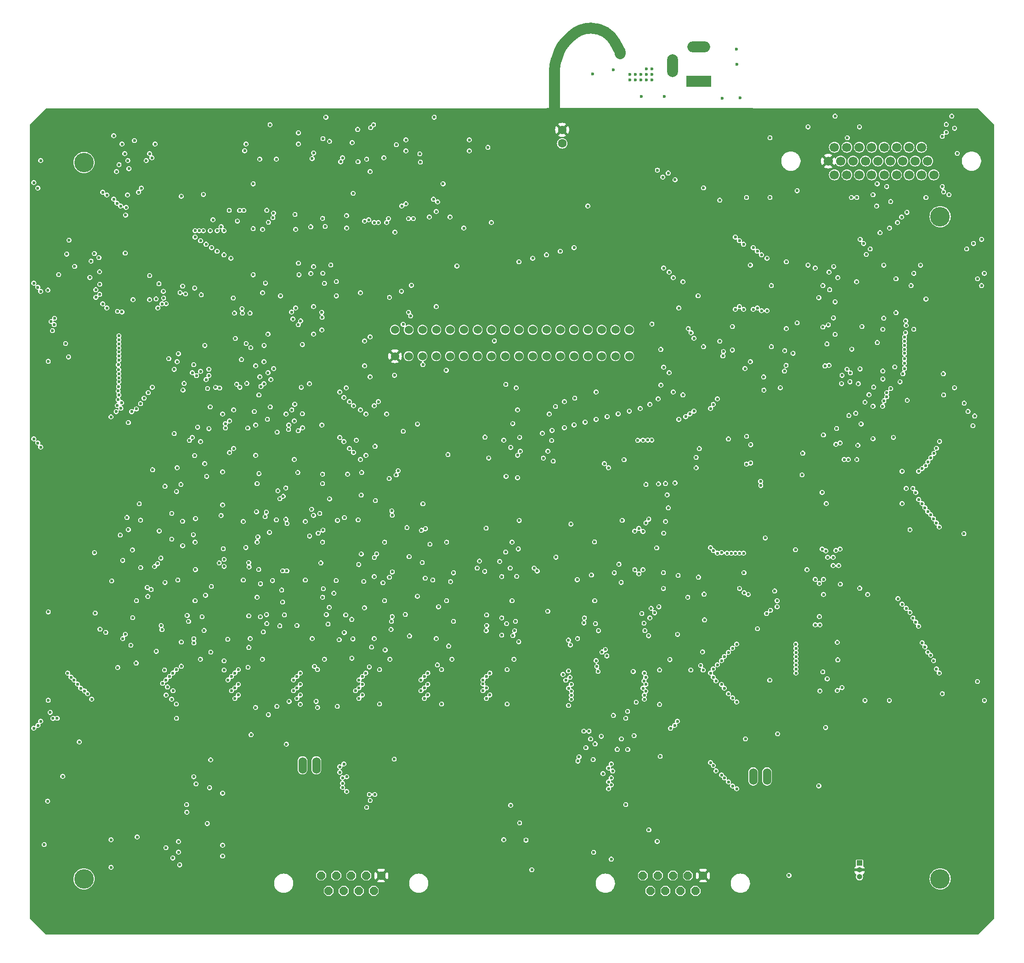
<source format=gbr>
G04 #@! TF.GenerationSoftware,KiCad,Pcbnew,7.0.6*
G04 #@! TF.CreationDate,2024-11-20T12:06:44-05:00*
G04 #@! TF.ProjectId,LogicBoard_smt,4c6f6769-6342-46f6-9172-645f736d742e,rev?*
G04 #@! TF.SameCoordinates,Original*
G04 #@! TF.FileFunction,Copper,L2,Inr*
G04 #@! TF.FilePolarity,Positive*
%FSLAX46Y46*%
G04 Gerber Fmt 4.6, Leading zero omitted, Abs format (unit mm)*
G04 Created by KiCad (PCBNEW 7.0.6) date 2024-11-20 12:06:44*
%MOMM*%
%LPD*%
G01*
G04 APERTURE LIST*
G04 Aperture macros list*
%AMOutline5P*
0 Free polygon, 5 corners , with rotation*
0 The origin of the aperture is its center*
0 number of corners: always 5*
0 $1 to $10 corner X, Y*
0 $11 Rotation angle, in degrees counterclockwise*
0 create outline with 5 corners*
4,1,5,$1,$2,$3,$4,$5,$6,$7,$8,$9,$10,$1,$2,$11*%
%AMOutline6P*
0 Free polygon, 6 corners , with rotation*
0 The origin of the aperture is its center*
0 number of corners: always 6*
0 $1 to $12 corner X, Y*
0 $13 Rotation angle, in degrees counterclockwise*
0 create outline with 6 corners*
4,1,6,$1,$2,$3,$4,$5,$6,$7,$8,$9,$10,$11,$12,$1,$2,$13*%
%AMOutline7P*
0 Free polygon, 7 corners , with rotation*
0 The origin of the aperture is its center*
0 number of corners: always 7*
0 $1 to $14 corner X, Y*
0 $15 Rotation angle, in degrees counterclockwise*
0 create outline with 7 corners*
4,1,7,$1,$2,$3,$4,$5,$6,$7,$8,$9,$10,$11,$12,$13,$14,$1,$2,$15*%
%AMOutline8P*
0 Free polygon, 8 corners , with rotation*
0 The origin of the aperture is its center*
0 number of corners: always 8*
0 $1 to $16 corner X, Y*
0 $17 Rotation angle, in degrees counterclockwise*
0 create outline with 8 corners*
4,1,8,$1,$2,$3,$4,$5,$6,$7,$8,$9,$10,$11,$12,$13,$14,$15,$16,$1,$2,$17*%
G04 Aperture macros list end*
G04 #@! TA.AperFunction,ComponentPad*
%ADD10O,1.524000X3.048000*%
G04 #@! TD*
G04 #@! TA.AperFunction,ComponentPad*
%ADD11R,4.600000X2.000000*%
G04 #@! TD*
G04 #@! TA.AperFunction,ComponentPad*
%ADD12O,4.200000X2.000000*%
G04 #@! TD*
G04 #@! TA.AperFunction,ComponentPad*
%ADD13O,2.000000X4.200000*%
G04 #@! TD*
G04 #@! TA.AperFunction,ComponentPad*
%ADD14Outline8P,-0.762000X0.315631X-0.315631X0.762000X0.315631X0.762000X0.762000X0.315631X0.762000X-0.315631X0.315631X-0.762000X-0.315631X-0.762000X-0.762000X-0.315631X0.000000*%
G04 #@! TD*
G04 #@! TA.AperFunction,ComponentPad*
%ADD15R,1.000000X1.000000*%
G04 #@! TD*
G04 #@! TA.AperFunction,ComponentPad*
%ADD16O,1.000000X1.000000*%
G04 #@! TD*
G04 #@! TA.AperFunction,ComponentPad*
%ADD17C,3.600000*%
G04 #@! TD*
G04 #@! TA.AperFunction,ComponentPad*
%ADD18C,1.524000*%
G04 #@! TD*
G04 #@! TA.AperFunction,ComponentPad*
%ADD19C,1.700000*%
G04 #@! TD*
G04 #@! TA.AperFunction,ComponentPad*
%ADD20C,1.600000*%
G04 #@! TD*
G04 #@! TA.AperFunction,ViaPad*
%ADD21C,0.600000*%
G04 #@! TD*
G04 #@! TA.AperFunction,Conductor*
%ADD22C,2.000000*%
G04 #@! TD*
G04 APERTURE END LIST*
D10*
G04 #@! TO.N,Net-(PAD1REG0A-2D)*
G04 #@! TO.C,EXTRA_BUTTON_1*
X85852000Y-140208000D03*
G04 #@! TO.N,GND*
X88392000Y-140208000D03*
G04 #@! TD*
D11*
G04 #@! TO.N,Net-(J2-Pad1)*
G04 #@! TO.C,J2*
X158838900Y-14072400D03*
D12*
G04 #@! TO.N,GND*
X158838900Y-7772400D03*
D13*
G04 #@! TO.N,unconnected-(J2-Pad3)*
X154038900Y-11172400D03*
G04 #@! TD*
D14*
G04 #@! TO.N,Net-(PAD1REG0A-5D)*
G04 #@! TO.C,PORT1*
X89281000Y-160526700D03*
G04 #@! TO.N,Net-(PAD1REG0A-6D)*
X92049600Y-160526700D03*
G04 #@! TO.N,Net-(PAD1REG0A-7D)*
X94818200Y-160526700D03*
G04 #@! TO.N,Net-(PAD1REG0A-8D)*
X97586800Y-160526700D03*
G04 #@! TO.N,VCC*
X100355400Y-160526700D03*
G04 #@! TO.N,Net-(PAD1REG0A-4D)*
X90665300Y-163370300D03*
G04 #@! TO.N,Net-(GAMEPAD_SELECTOR0A-Q)*
X93433900Y-163370300D03*
G04 #@! TO.N,GND*
X96202500Y-163370300D03*
G04 #@! TO.N,Net-(PAD1REG0A-3D)*
X98971100Y-163370300D03*
G04 #@! TD*
D15*
G04 #@! TO.N,/CPU and address decode/~{RESET}*
G04 #@! TO.C,J3*
X188500000Y-158225000D03*
D16*
G04 #@! TO.N,VCC*
X188500000Y-159495000D03*
G04 #@! TO.N,GND*
X188500000Y-160765000D03*
G04 #@! TD*
D17*
G04 #@! TO.N,GND*
G04 #@! TO.C,H2*
X45560000Y-161145000D03*
G04 #@! TD*
G04 #@! TO.N,GND*
G04 #@! TO.C,H4*
X203360000Y-39050000D03*
G04 #@! TD*
D14*
G04 #@! TO.N,Net-(PAD2REG0A-5D)*
G04 #@! TO.C,PORT2*
X148564600Y-160526700D03*
G04 #@! TO.N,Net-(PAD2REG0A-6D)*
X151333200Y-160526700D03*
G04 #@! TO.N,Net-(PAD2REG0A-7D)*
X154101800Y-160526700D03*
G04 #@! TO.N,Net-(PAD2REG0A-8D)*
X156870400Y-160526700D03*
G04 #@! TO.N,VCC*
X159639000Y-160526700D03*
G04 #@! TO.N,Net-(PAD2REG0A-4D)*
X149948900Y-163370300D03*
G04 #@! TO.N,Net-(GAMEPAD_SELECTOR0B-Q)*
X152717500Y-163370300D03*
G04 #@! TO.N,GND*
X155486100Y-163370300D03*
G04 #@! TO.N,Net-(PAD2REG0A-3D)*
X158254700Y-163370300D03*
G04 #@! TD*
D10*
G04 #@! TO.N,Net-(PAD2REG0A-2D)*
G04 #@! TO.C,EXTRA_BUTTON_2*
X168910000Y-142259000D03*
G04 #@! TO.N,GND*
X171450000Y-142259000D03*
G04 #@! TD*
D18*
G04 #@! TO.N,VCC*
G04 #@! TO.C,U$3*
X102870000Y-64770000D03*
G04 #@! TO.N,/CPU and address decode/~{SPI_CS}*
X105410000Y-64770000D03*
G04 #@! TO.N,/CPU and address decode/SPI_MISO*
X107950000Y-64770000D03*
G04 #@! TO.N,/CPU and address decode/SPI_MOSI*
X110490000Y-64770000D03*
G04 #@! TO.N,/CPU and address decode/SPI_CLK*
X113030000Y-64770000D03*
G04 #@! TO.N,A12*
X115570000Y-64770000D03*
G04 #@! TO.N,A7*
X118110000Y-64770000D03*
G04 #@! TO.N,A6*
X120650000Y-64770000D03*
G04 #@! TO.N,A5*
X123190000Y-64770000D03*
G04 #@! TO.N,A4*
X125730000Y-64770000D03*
G04 #@! TO.N,A3*
X128270000Y-64770000D03*
G04 #@! TO.N,A2*
X130810000Y-64770000D03*
G04 #@! TO.N,A1*
X133350000Y-64770000D03*
G04 #@! TO.N,A0*
X135890000Y-64770000D03*
G04 #@! TO.N,D0*
X138430000Y-64770000D03*
G04 #@! TO.N,D1*
X140970000Y-64770000D03*
G04 #@! TO.N,D2*
X143510000Y-64770000D03*
G04 #@! TO.N,CLK3_5*
X146050000Y-64770000D03*
G04 #@! TO.N,A13*
X102870000Y-59918600D03*
G04 #@! TO.N,~{WE2}*
X105410000Y-59918600D03*
G04 #@! TO.N,~{IRQ}*
X107950000Y-59918600D03*
G04 #@! TO.N,A8*
X110490000Y-59918600D03*
G04 #@! TO.N,A9*
X113030000Y-59918600D03*
G04 #@! TO.N,A11*
X115570000Y-59918600D03*
G04 #@! TO.N,~{RE2}*
X118110000Y-59918600D03*
G04 #@! TO.N,A10*
X120650000Y-59918600D03*
G04 #@! TO.N,/CPU and address decode/_CARTSEL*
X123190000Y-59918600D03*
G04 #@! TO.N,D7*
X125730000Y-59918600D03*
G04 #@! TO.N,D6*
X128270000Y-59918600D03*
G04 #@! TO.N,D5*
X130810000Y-59918600D03*
G04 #@! TO.N,D4*
X133350000Y-59918600D03*
G04 #@! TO.N,D3*
X135890000Y-59918600D03*
G04 #@! TO.N,/CPU and address decode/A14*
X138430000Y-59918600D03*
G04 #@! TO.N,/CPU and address decode/RDY*
X140970000Y-59918600D03*
G04 #@! TO.N,/CPU and address decode/~{RESET}*
X143510000Y-59918600D03*
G04 #@! TO.N,GND*
X146050000Y-59918600D03*
G04 #@! TD*
D19*
G04 #@! TO.N,/CPU and address decode/R{slash}~{W}*
G04 #@! TO.C,J1*
X183875000Y-31340331D03*
G04 #@! TO.N,/CPU and address decode/sync*
X186165000Y-31340331D03*
G04 #@! TO.N,CLK28*
X188455000Y-31340331D03*
G04 #@! TO.N,VNMI*
X190745000Y-31340331D03*
G04 #@! TO.N,/CPU and address decode/~{RESET}*
X193035000Y-31340331D03*
G04 #@! TO.N,/CPU and address decode/BusEnable*
X195325000Y-31340331D03*
G04 #@! TO.N,/CPU and address decode/MemLock*
X197615000Y-31340331D03*
G04 #@! TO.N,/CPU and address decode/A15*
X199905000Y-31340331D03*
G04 #@! TO.N,GND*
X202195000Y-31340331D03*
G04 #@! TO.N,VCC*
X182730000Y-28800331D03*
G04 #@! TO.N,Net-(J1-Pin_11)*
X185020000Y-28800331D03*
G04 #@! TO.N,Net-(J1-Pin_12)*
X187310000Y-28800331D03*
G04 #@! TO.N,Net-(J1-Pin_13)*
X189600000Y-28800331D03*
G04 #@! TO.N,Net-(J1-Pin_14)*
X191890000Y-28800331D03*
G04 #@! TO.N,Net-(J1-Pin_15)*
X194180000Y-28800331D03*
G04 #@! TO.N,Net-(J1-Pin_16)*
X196470000Y-28800331D03*
G04 #@! TO.N,Net-(J1-Pin_17)*
X198760000Y-28800331D03*
G04 #@! TO.N,Net-(J1-Pin_18)*
X201050000Y-28800331D03*
G04 #@! TO.N,Net-(J1-Pin_19)*
X183875000Y-26260331D03*
G04 #@! TO.N,Net-(J1-Pin_20)*
X186165000Y-26260331D03*
G04 #@! TO.N,Net-(J1-Pin_21)*
X188455000Y-26260331D03*
G04 #@! TO.N,Net-(J1-Pin_22)*
X190745000Y-26260331D03*
G04 #@! TO.N,Net-(J1-Pin_23)*
X193035000Y-26260331D03*
G04 #@! TO.N,Net-(J1-Pin_24)*
X195325000Y-26260331D03*
G04 #@! TO.N,Net-(J1-Pin_25)*
X197615000Y-26260331D03*
G04 #@! TO.N,Net-(J1-Pin_26)*
X199905000Y-26260331D03*
G04 #@! TD*
D20*
G04 #@! TO.N,VCC*
G04 #@! TO.C,C66*
X133700000Y-23050000D03*
G04 #@! TO.N,GND*
X133700000Y-25550000D03*
G04 #@! TD*
D17*
G04 #@! TO.N,GND*
G04 #@! TO.C,H3*
X203360000Y-161145000D03*
G04 #@! TD*
G04 #@! TO.N,GND*
G04 #@! TO.C,H1*
X45560000Y-29050000D03*
G04 #@! TD*
D21*
G04 #@! TO.N,VCC*
X146371000Y-80055500D03*
X144360900Y-9042400D03*
X148926000Y-131540000D03*
X76220600Y-70520300D03*
X57785000Y-111125000D03*
X116557000Y-121920000D03*
X50559000Y-157734000D03*
X59449000Y-158369000D03*
X87630000Y-111760000D03*
X127000000Y-111125000D03*
X142194000Y-100271000D03*
X82410900Y-20828000D03*
X88900000Y-154940000D03*
X59449000Y-148844000D03*
X171691000Y-65184000D03*
X105127000Y-121920000D03*
X114765000Y-160095000D03*
X143764000Y-120904000D03*
X154940000Y-112732000D03*
X47257000Y-44644000D03*
X50559000Y-149479000D03*
X76200000Y-111760000D03*
X127000000Y-100330000D03*
X181864000Y-125776000D03*
X87515200Y-70520300D03*
X79375000Y-115570000D03*
X93345000Y-111125000D03*
X183122000Y-76754000D03*
X102104000Y-20828000D03*
X188849000Y-123871000D03*
X146050000Y-154940000D03*
X111125000Y-112395000D03*
X114935000Y-111125000D03*
X93345000Y-100330000D03*
X119761000Y-151384000D03*
X72099000Y-155388000D03*
X208291500Y-77600000D03*
X64770000Y-111760000D03*
X72099000Y-157293000D03*
X76200000Y-100965000D03*
X174498000Y-126411000D03*
X156096000Y-121974000D03*
X69215000Y-111125000D03*
X81915000Y-88265000D03*
X103505000Y-100330000D03*
X189624000Y-64758000D03*
X174485000Y-132126000D03*
X41529000Y-109384000D03*
X48000000Y-149000000D03*
X60500000Y-102500000D03*
X128622000Y-121920000D03*
X70091900Y-86935300D03*
X142875000Y-145542000D03*
X194424000Y-130810000D03*
X103722000Y-87316300D03*
X163068000Y-88278000D03*
X93345000Y-40640000D03*
X50051000Y-101133000D03*
X128016000Y-148209000D03*
X71013600Y-61530300D03*
X69215000Y-100330000D03*
X142875000Y-111125000D03*
X93697200Y-121920000D03*
X113665000Y-116205000D03*
X99060000Y-112395000D03*
X176704000Y-98539000D03*
X92062900Y-20724700D03*
X69567200Y-121920000D03*
X70829000Y-139196000D03*
X58572550Y-92322550D03*
X176035000Y-109311000D03*
X128410000Y-78475000D03*
X94488000Y-146050000D03*
X128651000Y-152019000D03*
X144145000Y-114935000D03*
X144764000Y-91231500D03*
X194424000Y-134112000D03*
X53340000Y-111760000D03*
X181000000Y-139000000D03*
X194424000Y-137668000D03*
X81927200Y-61530300D03*
X44704000Y-141224000D03*
X80645000Y-100330000D03*
X80463200Y-111125000D03*
X50750000Y-56500000D03*
X64770000Y-31491400D03*
X55880000Y-115570000D03*
X56134000Y-28194000D03*
X112010000Y-20724700D03*
X103505000Y-111125000D03*
X171500000Y-61374000D03*
X93345000Y-88265000D03*
X115570000Y-100330000D03*
X87630000Y-100965000D03*
X71464000Y-153483000D03*
X82267200Y-121920000D03*
G04 #@! TO.N,GND*
X163436000Y-63914000D03*
X151114000Y-100122000D03*
X78752200Y-62800300D03*
X54610000Y-54356000D03*
X134874000Y-129159000D03*
X77187200Y-129540000D03*
X111477000Y-128905000D03*
X77470000Y-109220000D03*
X86360000Y-106045000D03*
X148300000Y-16900000D03*
X123542000Y-128905000D03*
X89535000Y-88265000D03*
X100965000Y-109855000D03*
X68186900Y-86935300D03*
X100047000Y-128905000D03*
X139954000Y-120904000D03*
X125095000Y-113665000D03*
X125870000Y-79745000D03*
X61939000Y-157293000D03*
X90157900Y-20724700D03*
X156845000Y-109220000D03*
X113665000Y-113665000D03*
X79870900Y-22098000D03*
X66040000Y-99060000D03*
X111477000Y-122555000D03*
X110490000Y-116840000D03*
X77470000Y-88265000D03*
X62865000Y-106045000D03*
X185179000Y-69838000D03*
X97659300Y-28448000D03*
X50686000Y-106213000D03*
X147154900Y-12852400D03*
X150202900Y-13868400D03*
X87630000Y-116840000D03*
X151765000Y-138557000D03*
X134874000Y-122809000D03*
X149186900Y-13868400D03*
X62582200Y-128905000D03*
X122555000Y-113030000D03*
X62582200Y-122555000D03*
X151451000Y-88310500D03*
X102235000Y-113665000D03*
X98929300Y-22098000D03*
X166500000Y-17100000D03*
X124812000Y-120650000D03*
X100965000Y-99060000D03*
X143100000Y-12000000D03*
X52250000Y-97750000D03*
X143846000Y-137255000D03*
X89535000Y-39370000D03*
X87617900Y-28344700D03*
X78457200Y-120650000D03*
X74930000Y-106045000D03*
X85610200Y-70520300D03*
X88617200Y-122555000D03*
X74315600Y-70520300D03*
X124600000Y-77205000D03*
X68600600Y-78140300D03*
X55245000Y-109855000D03*
X150202900Y-11836400D03*
X86360000Y-95250000D03*
X64479000Y-147451000D03*
X75577200Y-69785300D03*
X136480000Y-105986000D03*
X147154900Y-13868400D03*
X137795000Y-113030000D03*
X145415000Y-147447000D03*
X67838600Y-62800300D03*
X175500000Y-160500000D03*
X38875000Y-146812000D03*
X122936000Y-153924000D03*
X68924000Y-139196000D03*
X101952000Y-120650000D03*
X164338000Y-80023000D03*
X77470000Y-99060000D03*
X152500000Y-16900000D03*
X163200000Y-17200000D03*
X96101900Y-94936300D03*
X124460000Y-109855000D03*
X209400000Y-77600000D03*
X120155000Y-83555000D03*
X88617200Y-129540000D03*
X57658000Y-54356000D03*
X42812000Y-43374000D03*
X139700000Y-109855000D03*
X102743000Y-139065000D03*
X113382000Y-120650000D03*
X176704000Y-100444000D03*
X77965900Y-28448000D03*
X124460000Y-99060000D03*
X187084000Y-63488000D03*
X63741900Y-95190300D03*
X163068000Y-100978000D03*
X38989000Y-111924000D03*
X149186900Y-12852400D03*
X64529000Y-148844000D03*
X66040000Y-109855000D03*
X89535000Y-109220000D03*
X107565000Y-28979700D03*
X165900000Y-11000000D03*
X52705000Y-116840000D03*
X63500000Y-35301400D03*
X148170900Y-13868400D03*
X109855000Y-106045000D03*
X139654000Y-99000700D03*
X139300000Y-12700000D03*
X136525000Y-116840000D03*
X145101000Y-83865500D03*
X181852000Y-79294000D03*
X63209000Y-158563000D03*
X99060000Y-105410000D03*
X60669000Y-155388000D03*
X63500000Y-117475000D03*
X64028600Y-69785300D03*
X184404000Y-126411000D03*
X165800000Y-8200000D03*
X69342000Y-39624000D03*
X38240000Y-154813000D03*
X153556000Y-120704000D03*
X50559000Y-153924000D03*
X112395000Y-109855000D03*
X54864000Y-25010000D03*
X40907000Y-49724000D03*
X50559000Y-159004000D03*
X151651000Y-122609000D03*
X101817000Y-87316300D03*
X76200000Y-116840000D03*
X123542000Y-122555000D03*
X81165200Y-78775300D03*
X99060000Y-116840000D03*
X149186900Y-11836400D03*
X124206000Y-147574000D03*
X44704000Y-135890000D03*
X148170900Y-12852400D03*
X149860000Y-113030000D03*
X51750000Y-56515000D03*
X169685000Y-115026000D03*
X150202900Y-12852400D03*
X60500000Y-88750000D03*
X85090000Y-47625000D03*
X171958000Y-124506000D03*
X146138900Y-13868400D03*
X122555000Y-116205000D03*
X112395000Y-99060000D03*
X60500000Y-106500000D03*
X48514000Y-115099000D03*
X151651000Y-128959000D03*
X67027200Y-120650000D03*
X145750000Y-130270000D03*
X144764000Y-95041500D03*
X181000000Y-144000000D03*
X146138900Y-12852400D03*
X97663000Y-147955000D03*
X122555000Y-105410000D03*
X74012200Y-122555000D03*
X172860000Y-108041000D03*
X68289000Y-150943000D03*
X100047000Y-122555000D03*
X74930000Y-95250000D03*
X89535000Y-99060000D03*
X184959000Y-106794000D03*
X89887200Y-120650000D03*
X128100000Y-159460000D03*
X110105000Y-20724700D03*
X188202000Y-81198000D03*
X184404000Y-117521000D03*
G04 #@! TO.N,/DMA Controller/V{slash}_G*
X141039000Y-119314500D03*
X119471000Y-79686600D03*
G04 #@! TO.N,/DMA Controller/VG_WE*
X131064000Y-82296000D03*
X122936000Y-80264000D03*
X95778100Y-80264000D03*
X87355900Y-40914100D03*
X125984000Y-82296000D03*
G04 #@! TO.N,/DMA Controller/VG_OE*
X132055900Y-84118100D03*
X131757000Y-80305000D03*
G04 #@! TO.N,Net-(BANKMUX0A-2Y)*
X112647300Y-82905000D03*
X107038000Y-77295700D03*
G04 #@! TO.N,Net-(BANKMUX0A-3Y)*
X103131300Y-25783000D03*
X125487100Y-83053500D03*
G04 #@! TO.N,Net-(BANKMUX0A-4Y)*
X124212500Y-81605000D03*
X85090000Y-23595700D03*
G04 #@! TO.N,/DMA Controller/DD1*
X66040000Y-42825000D03*
X66040000Y-41646900D03*
X53750000Y-77000000D03*
X50550700Y-75949300D03*
G04 #@! TO.N,/DMA Controller/DD2*
X66802000Y-41646900D03*
X67056000Y-43475000D03*
X51500000Y-75000000D03*
X54356000Y-75000000D03*
G04 #@! TO.N,/DMA Controller/DD3*
X67564000Y-41646900D03*
X55235400Y-74500000D03*
X68072000Y-44125000D03*
X52378273Y-74378273D03*
G04 #@! TO.N,/DMA Controller/DD4*
X68834000Y-41646900D03*
X69088000Y-44775000D03*
X51690000Y-73852573D03*
X56000000Y-73500000D03*
G04 #@! TO.N,/DMA Controller/DD5*
X70104000Y-45425000D03*
X52500000Y-73326873D03*
X70104000Y-41646900D03*
X56642000Y-72500000D03*
G04 #@! TO.N,/DMA Controller/DD6*
X57404000Y-71500000D03*
X71374000Y-46075000D03*
X71374000Y-41646900D03*
X51872661Y-72801173D03*
G04 #@! TO.N,/DMA Controller/DD7*
X51992041Y-71938339D03*
X72644000Y-46725000D03*
X70845900Y-40894000D03*
X58166000Y-70500000D03*
G04 #@! TO.N,Net-(BLIT_BUS_SWITCH0C-~{G})*
X91060200Y-47962700D03*
X99269200Y-91405800D03*
G04 #@! TO.N,/DMA Controller/DMAMODE*
X122196300Y-102612600D03*
X119693300Y-96482100D03*
X124123300Y-103833300D03*
X131054900Y-111796100D03*
G04 #@! TO.N,Net-(BLIT_REG_SELECTOR0B-Y7)*
X47629000Y-112130000D03*
X139410000Y-139131300D03*
X139768500Y-136245000D03*
X55193000Y-121333200D03*
G04 #@! TO.N,/DMA Controller/TRIGGER-SELECT*
X145780700Y-137295700D03*
X140901200Y-134859400D03*
G04 #@! TO.N,Net-(BLIT_REG_SELECTOR0B-Y3)*
X138074500Y-136957900D03*
X144613200Y-135333200D03*
G04 #@! TO.N,Net-(BLIT_REG_SELECTOR0B-Y2)*
X145415200Y-131530100D03*
X92259800Y-129326600D03*
G04 #@! TO.N,/CPU and address decode/~{RESET}*
X182750000Y-59000000D03*
X177000000Y-58633800D03*
X177000000Y-34275700D03*
X185279400Y-125880500D03*
G04 #@! TO.N,/DMA Controller/SEQGEN_HIGH*
X66227600Y-143628600D03*
X71114100Y-145342000D03*
G04 #@! TO.N,/DMA Controller/P3*
X125615700Y-100311000D03*
X65797900Y-142312100D03*
X75805100Y-122113300D03*
X101855700Y-105522500D03*
X139839200Y-114081700D03*
X76370600Y-134544900D03*
G04 #@! TO.N,/DMA Controller/P2*
X113146000Y-106341700D03*
X62630900Y-131533200D03*
X85448800Y-128946800D03*
X88046800Y-121973300D03*
G04 #@! TO.N,/DMA Controller/P1*
X58895300Y-119187500D03*
X77776800Y-104105500D03*
X60406100Y-122647800D03*
X54549900Y-112983200D03*
X75940700Y-112657500D03*
X64581700Y-112573600D03*
G04 #@! TO.N,/DMA Controller/P0*
X94943100Y-120467400D03*
X97263800Y-111167200D03*
X82862600Y-136314400D03*
X68721500Y-144340400D03*
G04 #@! TO.N,/DMA Controller/~{ROWCOMPLETE}*
X99086000Y-101883300D03*
X102388900Y-112776800D03*
G04 #@! TO.N,/DMA Controller/~{INIT}*
X107015700Y-109042500D03*
X119779500Y-112476700D03*
X92604500Y-117041800D03*
X96673100Y-101251900D03*
X72062400Y-116973900D03*
X135207800Y-118013100D03*
X92041400Y-106140000D03*
X104791700Y-112378200D03*
G04 #@! TO.N,/DMA Controller/~{RUNNING}*
X119708900Y-115381700D03*
X110697000Y-121686800D03*
G04 #@! TO.N,Net-(CTR.W0A-PL)*
X105559600Y-116347400D03*
X108454300Y-105694300D03*
G04 #@! TO.N,Net-(PAD2REG0A-2D)*
X149678000Y-152100700D03*
G04 #@! TO.N,Net-(GAMEPAD_SELECTOR0A-Q)*
X98327800Y-146672300D03*
G04 #@! TO.N,Net-(GAMEPAD_SELECTOR0B-D)*
X125857400Y-150817300D03*
X127033300Y-154003900D03*
G04 #@! TO.N,/DMA Controller/~{DMAMODE}*
X84410100Y-73633600D03*
X75462300Y-62424200D03*
X73845800Y-39872700D03*
X98398800Y-22657300D03*
X104405400Y-78613300D03*
X96010600Y-22966000D03*
X74777300Y-56831800D03*
X77812500Y-71923600D03*
X119424400Y-104459200D03*
X85055200Y-78520500D03*
G04 #@! TO.N,Net-(GMUX0A-1A)*
X103479100Y-85883900D03*
X105390400Y-39402800D03*
G04 #@! TO.N,/DMA Controller/GA0*
X104140000Y-37084000D03*
X53340000Y-37338000D03*
G04 #@! TO.N,Net-(GMUX0A-2A)*
X89379700Y-56672700D03*
X107470100Y-27462300D03*
X77367900Y-93464500D03*
X105371300Y-56672700D03*
G04 #@! TO.N,/DMA Controller/GA1*
X52324000Y-37084000D03*
X104902000Y-36662900D03*
G04 #@! TO.N,/DMA Controller/GA2*
X51642100Y-36576000D03*
X110744000Y-36322000D03*
G04 #@! TO.N,Net-(GMUX0A-3A)*
X120011000Y-26253500D03*
X82780400Y-94840900D03*
X89879200Y-51337400D03*
X114300000Y-48160500D03*
G04 #@! TO.N,/DMA Controller/GA3*
X51054000Y-35814000D03*
X109982000Y-35830000D03*
G04 #@! TO.N,Net-(GMUX0A-4A)*
X82274900Y-90595100D03*
X105775800Y-57343700D03*
X106256100Y-39403300D03*
X89459700Y-57622200D03*
G04 #@! TO.N,Net-(GMUX1A-1A)*
X53238000Y-38765600D03*
X53500000Y-94500000D03*
G04 #@! TO.N,/DMA Controller/GA4*
X94996000Y-25400000D03*
X51054000Y-24130000D03*
G04 #@! TO.N,Net-(GMUX1A-2A)*
X53750000Y-96750000D03*
X67586000Y-34961100D03*
X95177500Y-34750000D03*
X53173400Y-45763800D03*
G04 #@! TO.N,D0*
X165608000Y-42825000D03*
X148082000Y-74422000D03*
X108937000Y-123190000D03*
X97507200Y-123190000D03*
X142748000Y-139954000D03*
X93472000Y-139954000D03*
X85442200Y-123190000D03*
X161036000Y-100076000D03*
X73377200Y-123190000D03*
X165608000Y-56134000D03*
X161036000Y-139700000D03*
X133858000Y-123444000D03*
X161036000Y-74422000D03*
X148844000Y-123190000D03*
X161036000Y-123190000D03*
X176784000Y-123190000D03*
X120367000Y-123190000D03*
X42550900Y-123190000D03*
X61947200Y-123190000D03*
G04 #@! TO.N,D1*
X72742200Y-123825000D03*
X161568000Y-140232000D03*
X92710000Y-140462000D03*
X149098000Y-123952000D03*
X108302000Y-123825000D03*
X149860000Y-73660000D03*
X142240000Y-140716000D03*
X161544000Y-123952000D03*
X161544000Y-122428000D03*
X161568000Y-73660000D03*
X176784000Y-122428000D03*
X166370000Y-43475000D03*
X61312200Y-123825000D03*
X135128000Y-123972000D03*
X96872200Y-123825000D03*
X166370000Y-55626000D03*
X161568000Y-100608000D03*
X119732000Y-123825000D03*
X43180000Y-123952000D03*
X84807200Y-123825000D03*
G04 #@! TO.N,D2*
X162306000Y-101092000D03*
X143002000Y-141244000D03*
X162052000Y-124634000D03*
X107667000Y-124460000D03*
X167132000Y-44125000D03*
X119097000Y-124460000D03*
X60677200Y-124460000D03*
X148782000Y-124634000D03*
X167132000Y-56134000D03*
X43731900Y-124463000D03*
X151384000Y-72644000D03*
X96237200Y-124460000D03*
X162306000Y-72644000D03*
X134366000Y-124500000D03*
X72107200Y-124460000D03*
X162052000Y-141224000D03*
X84172200Y-124460000D03*
X162306000Y-121666000D03*
X176784000Y-121666000D03*
X92710000Y-141478000D03*
G04 #@! TO.N,D3*
X96872200Y-125283000D03*
X149138000Y-125296000D03*
X108937000Y-125283000D03*
X44379000Y-125222000D03*
X60042200Y-125095000D03*
X85442200Y-125283000D03*
X93980000Y-142313000D03*
X135382000Y-125267000D03*
X74012200Y-125283000D03*
X168910000Y-56134000D03*
X168910000Y-44775000D03*
X119097000Y-125212000D03*
X141224000Y-141732000D03*
X135890000Y-44775000D03*
X163068000Y-125296000D03*
X176784000Y-120904000D03*
X164084000Y-101092000D03*
X163068000Y-120904000D03*
X163068000Y-141986000D03*
G04 #@! TO.N,D4*
X164866000Y-101092000D03*
X44958000Y-125984000D03*
X134874000Y-125984000D03*
X163576000Y-125984000D03*
X96237200Y-125933000D03*
X60960000Y-125750000D03*
X163600000Y-142518000D03*
X93218000Y-142494000D03*
X119732000Y-125933000D03*
X142748000Y-142514000D03*
X169672000Y-45425000D03*
X148590000Y-125984000D03*
X108302000Y-125933000D03*
X169672000Y-55880000D03*
X176784000Y-120142000D03*
X133350000Y-45425000D03*
X84807200Y-125933000D03*
X163597000Y-120142000D03*
X73377200Y-125933000D03*
G04 #@! TO.N,D5*
X119097000Y-126461000D03*
X84172200Y-126461000D03*
X107667000Y-126461000D03*
X130810000Y-46075000D03*
X142240000Y-143256000D03*
X176784000Y-119380000D03*
X170434000Y-46075000D03*
X45679000Y-126492000D03*
X135406000Y-126516000D03*
X164338000Y-127000000D03*
X165618000Y-101092000D03*
X149122000Y-126516000D03*
X164338000Y-143256000D03*
X93218000Y-143510000D03*
X164338000Y-119380000D03*
X61976000Y-126461000D03*
X72742200Y-126461000D03*
X170434000Y-56388000D03*
X95602200Y-126461000D03*
G04 #@! TO.N,D6*
X166370000Y-101092000D03*
X142772000Y-143788000D03*
X108937000Y-127233000D03*
X74012200Y-127233000D03*
X165100000Y-144018000D03*
X135382000Y-127267000D03*
X165100000Y-127762000D03*
X46230900Y-127003000D03*
X176784000Y-118618000D03*
X60706000Y-127254000D03*
X93218000Y-144272000D03*
X171450000Y-56388000D03*
X128270000Y-46725000D03*
X85442200Y-127233000D03*
X165100000Y-118618000D03*
X120367000Y-127233000D03*
X148844000Y-127254000D03*
X171450000Y-46725000D03*
X96872200Y-127233000D03*
G04 #@! TO.N,D7*
X148844000Y-128016000D03*
X93980000Y-145034000D03*
X165862000Y-117856000D03*
X96237200Y-127883000D03*
X175006000Y-59690000D03*
X73377200Y-127883000D03*
X165862000Y-144526000D03*
X84807200Y-127883000D03*
X165862000Y-128524000D03*
X167132000Y-101092000D03*
X61722000Y-128016000D03*
X176759000Y-117856000D03*
X119732000Y-127883000D03*
X175006000Y-47375000D03*
X135382000Y-128019000D03*
X46990000Y-128016000D03*
X142240000Y-144526000D03*
X108302000Y-127883000D03*
X125730000Y-47375000D03*
G04 #@! TO.N,A0*
X142240000Y-85344000D03*
X116586000Y-24892000D03*
X157988000Y-74909900D03*
X203200000Y-123190000D03*
X186199000Y-67168000D03*
X151250000Y-30480000D03*
X62738000Y-65786000D03*
X62738000Y-85344000D03*
X157988000Y-61468000D03*
X189511477Y-73238523D03*
X104902000Y-24892000D03*
X196801400Y-61250000D03*
X203200000Y-96266000D03*
X203250000Y-80500000D03*
X146071000Y-74909900D03*
G04 #@! TO.N,A1*
X202672000Y-95504000D03*
X139954000Y-71374000D03*
X152250000Y-31750000D03*
X196801400Y-62000000D03*
X92710000Y-71374000D03*
X65532000Y-67818000D03*
X202672000Y-122428000D03*
X147066000Y-97028000D03*
X92710000Y-79756000D03*
X157226000Y-75417900D03*
X157460000Y-60452000D03*
X104902000Y-26924000D03*
X116586000Y-26924000D03*
X144018000Y-75417900D03*
X147097000Y-104140000D03*
X65532000Y-79756000D03*
X202674300Y-81750000D03*
G04 #@! TO.N,A2*
X202144000Y-94742000D03*
X202144000Y-120904000D03*
X202200000Y-82700000D03*
X156928000Y-59690000D03*
X141986000Y-75925900D03*
X147828000Y-96520000D03*
X68600100Y-68326000D03*
X156464000Y-75925900D03*
X67818000Y-84582000D03*
X196801400Y-62750000D03*
X141478000Y-84582000D03*
X154500000Y-32250000D03*
X147828000Y-104902000D03*
G04 #@! TO.N,A3*
X201616000Y-119888000D03*
X136017000Y-72517000D03*
X153250000Y-31008100D03*
X67056000Y-80518000D03*
X93472000Y-72390000D03*
X201616000Y-93980000D03*
X67056000Y-67564000D03*
X155194000Y-76433900D03*
X155194000Y-55880000D03*
X196801400Y-63500000D03*
X93472000Y-80518000D03*
X139954000Y-76433900D03*
X201616000Y-83500000D03*
G04 #@! TO.N,A4*
X99822000Y-40132000D03*
X134112000Y-73152000D03*
X201088000Y-119324000D03*
X196801400Y-64250000D03*
X201087000Y-93445200D03*
X73152000Y-74676000D03*
X94488000Y-81788000D03*
X94488000Y-73152000D03*
X99822000Y-73152000D03*
X137922000Y-76941900D03*
X201090300Y-84250000D03*
X73152000Y-81788000D03*
G04 #@! TO.N,A5*
X95250000Y-73914000D03*
X200674300Y-84971806D03*
X132461000Y-74041000D03*
X99060000Y-40132000D03*
X95250000Y-82529900D03*
X200560000Y-92710000D03*
X99060000Y-73914000D03*
X72390000Y-76708000D03*
X135890000Y-77449900D03*
X72390000Y-82550000D03*
X200560000Y-118364000D03*
X196801400Y-65250000D03*
G04 #@! TO.N,A6*
X200031000Y-91948000D03*
X196801400Y-66040000D03*
X131318000Y-75438000D03*
X101346000Y-75438000D03*
X77216000Y-77470000D03*
X200031000Y-85500000D03*
X200031000Y-117602000D03*
X134112000Y-77957900D03*
X101346000Y-40132000D03*
X97536000Y-83058000D03*
X77216000Y-83058000D03*
X97536000Y-75438000D03*
G04 #@! TO.N,A7*
X199390000Y-86000000D03*
X131826000Y-78465900D03*
X87122000Y-69850000D03*
X123317000Y-69977000D03*
X78740000Y-69850000D03*
X199390000Y-114554000D03*
X196801400Y-67056000D03*
X78740000Y-65786000D03*
X87376000Y-49530000D03*
X199390000Y-91186000D03*
G04 #@! TO.N,A8*
X196500000Y-68000000D03*
X197250000Y-38250000D03*
X198862000Y-89916000D03*
X110490000Y-55626000D03*
X79481900Y-67818000D03*
X79481900Y-60706000D03*
X110490000Y-38100000D03*
X198862000Y-113792000D03*
X87884000Y-55626000D03*
X87884000Y-60706000D03*
X87884000Y-48260000D03*
G04 #@! TO.N,A9*
X113030000Y-39116000D03*
X198334000Y-89154000D03*
X109220000Y-39116000D03*
X93959900Y-38862000D03*
X98298000Y-61214000D03*
X198334000Y-113030000D03*
X195974993Y-69501285D03*
X196250000Y-39116000D03*
X98298000Y-68580000D03*
G04 #@! TO.N,A10*
X120650000Y-40132000D03*
X194250000Y-70750000D03*
X97282000Y-66548000D03*
X197806000Y-112014000D03*
X195500000Y-40132000D03*
X197806000Y-96774000D03*
X97282000Y-61976000D03*
X97282000Y-39878000D03*
G04 #@! TO.N,A11*
X181610000Y-89895900D03*
X197104000Y-111252000D03*
X83860700Y-74676000D03*
X193525700Y-71500000D03*
X197104000Y-89154000D03*
X93980000Y-41148000D03*
X115570000Y-41148000D03*
X83820000Y-56642000D03*
X194025700Y-41148000D03*
X84074000Y-57912000D03*
X181610000Y-100330000D03*
X79268100Y-37866100D03*
G04 #@! TO.N,A12*
X130048000Y-78994000D03*
X96520000Y-74676000D03*
X96520000Y-53086000D03*
X193525700Y-72250000D03*
X96520000Y-83820000D03*
X84328000Y-76708000D03*
X196342000Y-110490000D03*
X84328000Y-83820000D03*
X78486000Y-41402000D03*
X196342000Y-86000000D03*
X196342000Y-91948000D03*
X78486000Y-53086000D03*
X182372000Y-91948000D03*
X182283000Y-100666000D03*
X125476000Y-74676000D03*
G04 #@! TO.N,A13*
X102870000Y-41910000D03*
X193000000Y-73000000D03*
X195580000Y-109474000D03*
X84582000Y-55880000D03*
X89408000Y-77470000D03*
X181102000Y-106680000D03*
X84582000Y-41402000D03*
X192275700Y-42000000D03*
X181102000Y-112776000D03*
X89408000Y-59944000D03*
G04 #@! TO.N,/DMA Controller/GA5*
X98298000Y-30734000D03*
X51562000Y-30734000D03*
G04 #@! TO.N,/DMA Controller/GA6*
X52029300Y-29464000D03*
X100838000Y-28194000D03*
G04 #@! TO.N,Net-(GMUX1A-3A)*
X101686600Y-39401000D03*
X65966600Y-83095200D03*
X59431500Y-97000000D03*
X99220200Y-81383700D03*
G04 #@! TO.N,Net-(GMUX2A-1A)*
X96736400Y-86196800D03*
X98044300Y-39624300D03*
X87871500Y-94129000D03*
X84976800Y-86196800D03*
X96076700Y-28919600D03*
X89612900Y-24665400D03*
G04 #@! TO.N,/DMA Controller/GA7*
X85090000Y-25654000D03*
X52578000Y-25654000D03*
G04 #@! TO.N,Net-(GMUX2A-2A)*
X84455000Y-38642200D03*
X89027300Y-93763400D03*
G04 #@! TO.N,/DMA Controller/GA8*
X87899500Y-27288000D03*
X57658000Y-27432000D03*
G04 #@! TO.N,/DMA Controller/GA9*
X58085900Y-28194000D03*
X93218000Y-28194000D03*
G04 #@! TO.N,Net-(GMUX2A-3A)*
X93559800Y-94527100D03*
X90011700Y-40862400D03*
G04 #@! TO.N,Net-(GMUX2A-4A)*
X92875700Y-28929700D03*
X90819100Y-25148900D03*
X82756000Y-89067500D03*
X89597700Y-49481800D03*
G04 #@! TO.N,Net-(GMUX3A-1A)*
X62983700Y-64318000D03*
X74252100Y-37893700D03*
X73306200Y-56816000D03*
X62632100Y-89735400D03*
G04 #@! TO.N,/DMA Controller/GA11*
X75438000Y-25654000D03*
X58674000Y-25654000D03*
G04 #@! TO.N,Net-(GMUX3A-2A)*
X74688900Y-55993300D03*
X75009300Y-37890000D03*
X63818700Y-71025300D03*
X63442200Y-88402100D03*
G04 #@! TO.N,/DMA Controller/GA12*
X75184000Y-26903900D03*
X53086000Y-27432000D03*
G04 #@! TO.N,/DMA Controller/GA13*
X57029200Y-28702000D03*
X81026000Y-28448000D03*
G04 #@! TO.N,Net-(GMUX3A-3A)*
X73698500Y-69934000D03*
X73458600Y-61497800D03*
X70836700Y-94150400D03*
X76160700Y-56826400D03*
X79563600Y-40074400D03*
X71642000Y-78001500D03*
G04 #@! TO.N,Net-(GMUX3A-4Y)*
X79022800Y-51302000D03*
X80497000Y-38390800D03*
G04 #@! TO.N,/DMA Controller/COLORFILL*
X81787600Y-53665400D03*
X80391500Y-39251400D03*
X140077400Y-121975400D03*
X109333100Y-99442700D03*
X118035000Y-103833300D03*
X92081500Y-53665400D03*
G04 #@! TO.N,Net-(GXH0A-Q3)*
X61750000Y-98500000D03*
X61750000Y-93750000D03*
G04 #@! TO.N,Net-(GXL0A-Q3)*
X81658900Y-114484400D03*
X81658900Y-91051000D03*
G04 #@! TO.N,Net-(GXL0A-Q2)*
X81018500Y-94941700D03*
X79260600Y-114065500D03*
G04 #@! TO.N,Net-(GXL0A-Q1)*
X78961000Y-94370500D03*
X78075400Y-112823100D03*
G04 #@! TO.N,Net-(GXL0A-Q0)*
X79209900Y-112413400D03*
X81311900Y-89580500D03*
G04 #@! TO.N,Net-(GYH0A-Q3)*
X87148000Y-97939700D03*
X83004900Y-95595600D03*
G04 #@! TO.N,/DMA Controller/GA14*
X49784000Y-55880000D03*
X55750000Y-92000000D03*
X49784000Y-35052000D03*
X56000000Y-95000000D03*
X59182000Y-55880000D03*
X53594000Y-35052000D03*
G04 #@! TO.N,Net-(GXH0A-P0)*
X75936800Y-102818000D03*
X78098400Y-106744100D03*
G04 #@! TO.N,Net-(GXH0A-P1)*
X88365100Y-128425600D03*
X83378000Y-128429600D03*
G04 #@! TO.N,/DMA Controller/RUNNING*
X84818000Y-114409100D03*
X75953900Y-118461300D03*
X91623000Y-108463200D03*
X102395500Y-104553100D03*
X65819300Y-116882100D03*
X102377400Y-94111000D03*
X89688600Y-107654300D03*
X82173400Y-110116400D03*
X113660700Y-104715500D03*
X119790000Y-114419700D03*
X54215700Y-118054300D03*
G04 #@! TO.N,/DMA Controller/~{XRELOAD}*
X82959000Y-104336100D03*
X80307200Y-106145400D03*
X78618300Y-115620600D03*
X68947000Y-119328900D03*
X89613600Y-96847900D03*
G04 #@! TO.N,/DMA Controller/GX-CARRY*
X88723600Y-97398700D03*
X82194600Y-104350200D03*
G04 #@! TO.N,CLK14*
X197100000Y-59100000D03*
X67184000Y-53446500D03*
X39491400Y-58387900D03*
X38980600Y-128208700D03*
X208500000Y-74949300D03*
G04 #@! TO.N,/DMA Controller/GX-CARRY?*
X96210200Y-103183300D03*
X82503500Y-112476700D03*
G04 #@! TO.N,Net-(GYH0A-Q1)*
X75999000Y-103632200D03*
X89226400Y-102878300D03*
X75406200Y-100048500D03*
X66117500Y-94716600D03*
X65727700Y-97692400D03*
X81994800Y-107875400D03*
G04 #@! TO.N,Net-(GYL0A-Q3)*
X90782400Y-111080100D03*
X90835500Y-91093800D03*
G04 #@! TO.N,Net-(GYL0A-Q2)*
X92281100Y-95050000D03*
X90552000Y-114155900D03*
G04 #@! TO.N,Net-(GYL0A-Q1)*
X87509200Y-92998600D03*
X90246000Y-112422500D03*
G04 #@! TO.N,~{VID_SEL}*
X138931100Y-135351000D03*
X108512700Y-96588100D03*
X188002000Y-83822300D03*
X146952200Y-134730300D03*
X124617000Y-116276000D03*
G04 #@! TO.N,~{WE2}*
X197300000Y-72900000D03*
X158750000Y-53645100D03*
X147345400Y-128552300D03*
X143143000Y-130999000D03*
X152747700Y-88241900D03*
X183690900Y-57712300D03*
X168451400Y-81097100D03*
X195000000Y-66750000D03*
X146791600Y-122911600D03*
X130248100Y-83564400D03*
G04 #@! TO.N,Net-(GYL0A-Q0)*
X99509600Y-101216500D03*
X94922300Y-113299600D03*
G04 #@! TO.N,/DMA Controller/GA15*
X49022000Y-34544000D03*
X71120000Y-92202000D03*
X55626000Y-34544000D03*
X71120000Y-86106000D03*
X59944000Y-55118000D03*
X49022000Y-55118000D03*
G04 #@! TO.N,Net-(GYH0A-P2)*
X102159900Y-115150800D03*
X101079500Y-118930100D03*
G04 #@! TO.N,Net-(GYH0A-P3)*
X98564200Y-118410200D03*
X98153400Y-122066200D03*
G04 #@! TO.N,/DMA Controller/ROWCOMPLETE*
X93543900Y-115726700D03*
X95141200Y-116911300D03*
X107909100Y-102819000D03*
X67704900Y-115334500D03*
G04 #@! TO.N,/DMA Controller/GY-CARRY?*
X97127600Y-106309700D03*
X93806100Y-112476700D03*
G04 #@! TO.N,/DMA Controller/~{TILEMODE}*
X140319800Y-122899500D03*
X105495500Y-101731700D03*
G04 #@! TO.N,/DMA Controller/~{WRAP_Y}*
X108033400Y-66308200D03*
X60717100Y-55112500D03*
X148938400Y-115356900D03*
X46656000Y-50270300D03*
G04 #@! TO.N,/DMA Controller/~{WRAP_X}*
X48477600Y-51502500D03*
X58859100Y-54206500D03*
X149623800Y-116315700D03*
X112342100Y-67380200D03*
G04 #@! TO.N,/DMA Controller/VRAMBANK*
X38921000Y-52582700D03*
X92081500Y-51010700D03*
X47750000Y-52500000D03*
X59384300Y-51414000D03*
X93902000Y-70612000D03*
X125229200Y-70612000D03*
X38980600Y-65717300D03*
X157418900Y-122636400D03*
G04 #@! TO.N,/DMA Controller/GA18*
X37592000Y-52832000D03*
X37592000Y-81534000D03*
X37592000Y-28702000D03*
X37592000Y-132080000D03*
X154940000Y-132080000D03*
X53642100Y-28702000D03*
G04 #@! TO.N,/DMA Controller/GA17*
X37063900Y-33782000D03*
X37063900Y-80772000D03*
X37084000Y-132842000D03*
X154432000Y-132842000D03*
X56154100Y-33782000D03*
X37063900Y-52070000D03*
G04 #@! TO.N,/DMA Controller/GA16*
X53848000Y-30205900D03*
X36322000Y-32766000D03*
X153670000Y-133370000D03*
X36322000Y-133350000D03*
X36322000Y-80010000D03*
X36322000Y-51308000D03*
G04 #@! TO.N,/CPU and address decode/A15*
X200750000Y-54250000D03*
X189750000Y-46000000D03*
X184000000Y-60750000D03*
X182879300Y-66460300D03*
X180340000Y-105918000D03*
X180340000Y-114300000D03*
G04 #@! TO.N,/CPU and address decode/R{slash}~{W}*
X184272000Y-78100100D03*
X185280600Y-68309700D03*
X181750000Y-51750000D03*
X181737900Y-122978400D03*
X172250000Y-51750000D03*
X172250000Y-63000000D03*
G04 #@! TO.N,/CPU and address decode/W{slash}~{R}*
X186808600Y-67851300D03*
X187810500Y-75275900D03*
G04 #@! TO.N,CLK28*
X197000000Y-58250000D03*
X40627000Y-131535300D03*
X40152400Y-57771800D03*
X209726600Y-75800000D03*
X52557600Y-56621900D03*
X63273600Y-53057500D03*
X183000000Y-52500000D03*
G04 #@! TO.N,~{NMI}*
X204000000Y-71923600D03*
X203750000Y-127000000D03*
G04 #@! TO.N,~{IRQ}*
X174709100Y-63754000D03*
X159929800Y-113381700D03*
X191000000Y-74000000D03*
X165066300Y-63648200D03*
X181000000Y-54000000D03*
X191775700Y-62242000D03*
G04 #@! TO.N,CLK7*
X71120000Y-156931000D03*
X62992000Y-156210000D03*
X55372000Y-153416000D03*
X40083300Y-58949300D03*
X194750000Y-79750000D03*
X39868200Y-131548300D03*
X41656000Y-142240000D03*
X142750000Y-157500000D03*
G04 #@! TO.N,CLK3_5*
X39754400Y-60060500D03*
X152422800Y-97398100D03*
X62992000Y-154260000D03*
X167478200Y-135332400D03*
X155067600Y-105203300D03*
X173317300Y-109874400D03*
X181204000Y-126490500D03*
X39335500Y-130453700D03*
X139500000Y-156250000D03*
X150235900Y-58844600D03*
X177914300Y-86655600D03*
X71120000Y-154940000D03*
G04 #@! TO.N,Net-(IC4D-I)*
X186729500Y-69489200D03*
X186551400Y-75701200D03*
G04 #@! TO.N,Net-(IC12D-I1)*
X188271900Y-69847100D03*
X188541500Y-107540500D03*
G04 #@! TO.N,Net-(IC32D-O)*
X158375500Y-83420200D03*
X163320400Y-64736500D03*
G04 #@! TO.N,Net-(IC4F-I)*
X188788600Y-77271000D03*
X188604600Y-67126300D03*
G04 #@! TO.N,Net-(IC5C-O)*
X63506800Y-121931900D03*
X100664900Y-106541400D03*
G04 #@! TO.N,Net-(IC7A-I0)*
X184150000Y-100584000D03*
X184150000Y-81026000D03*
G04 #@! TO.N,Net-(IC7A-I1)*
X184912000Y-100330000D03*
X184912000Y-80772000D03*
G04 #@! TO.N,/CPU and address decode/N$38_2*
X185674000Y-83820000D03*
X183642000Y-103378000D03*
G04 #@! TO.N,/CPU and address decode/N$37_2*
X184658000Y-103378000D03*
X186436000Y-83820000D03*
G04 #@! TO.N,Net-(IC12A-O)*
X172089900Y-111618000D03*
X178035500Y-82651900D03*
G04 #@! TO.N,/DMA Controller/IRQ*
X101881800Y-53930000D03*
X64292700Y-53294400D03*
X48334400Y-46594000D03*
X124924400Y-115391900D03*
G04 #@! TO.N,Net-(IC31C-O)*
X125327200Y-105355500D03*
X134854200Y-117114700D03*
X123462100Y-114081700D03*
G04 #@! TO.N,Net-(IC12B-I0)*
X171367400Y-112209700D03*
X182124900Y-66561500D03*
G04 #@! TO.N,Net-(IC12B-O)*
X150076000Y-111253700D03*
X144569600Y-106495800D03*
G04 #@! TO.N,Net-(IC12C-O)*
X144162600Y-103124000D03*
X151526400Y-110990000D03*
G04 #@! TO.N,Net-(IC18A-I1)*
X132545000Y-101824000D03*
X125789000Y-95068000D03*
G04 #@! TO.N,Net-(IC18A-O)*
X135307700Y-95730800D03*
X150733800Y-112081700D03*
G04 #@! TO.N,/DMA Controller/~{DIRECT-SELECT}*
X150219000Y-80243900D03*
X105103800Y-96362200D03*
X102302700Y-93296300D03*
X149134600Y-88398400D03*
G04 #@! TO.N,Net-(IC18D-O)*
X77814500Y-86431500D03*
X76964900Y-74954400D03*
G04 #@! TO.N,Net-(IC18D-I0)*
X108038400Y-91996300D03*
X118470800Y-102533300D03*
G04 #@! TO.N,Net-(IC18D-I1)*
X85496800Y-58254500D03*
X60193200Y-52820700D03*
X85820700Y-62636300D03*
X48448500Y-49194000D03*
X102796900Y-68298400D03*
X103108900Y-86666000D03*
G04 #@! TO.N,Net-(IC20A-O)*
X104398500Y-58902400D03*
X125476700Y-87190500D03*
X73080700Y-54048700D03*
X72340100Y-37896900D03*
G04 #@! TO.N,/DMA Controller/OFFSCR_X*
X42389200Y-45944000D03*
X56014500Y-103750800D03*
G04 #@! TO.N,/DMA Controller/OFFSCR_Y*
X66115300Y-104116700D03*
X54500000Y-100500000D03*
X43839600Y-48219000D03*
X63750000Y-99724300D03*
G04 #@! TO.N,/DMA Controller/~{IRQ-OUT}*
X105913900Y-51712500D03*
X148789900Y-113984900D03*
X63754200Y-51844700D03*
X46865400Y-47244000D03*
G04 #@! TO.N,/DMA Controller/IRQ-ENABLE*
X65966300Y-52221900D03*
X47486000Y-45835500D03*
X104076400Y-52814500D03*
X141677600Y-118862100D03*
G04 #@! TO.N,Net-(IC31A-I0)*
X123364100Y-86940400D03*
X123284700Y-100886500D03*
G04 #@! TO.N,Net-(IC31C-I1)*
X140387400Y-115381700D03*
X128536500Y-103833300D03*
G04 #@! TO.N,Net-(IC31D-O)*
X137712000Y-113934900D03*
X129096700Y-104381700D03*
G04 #@! TO.N,/CPU and address decode/~{REGSSEL}*
X182626000Y-101854000D03*
X148590000Y-97099000D03*
X148590000Y-80264000D03*
X148590000Y-104140000D03*
X178816000Y-104140000D03*
G04 #@! TO.N,/DMA Controller/XDIR*
X112784000Y-118202100D03*
X110915900Y-110985500D03*
X77622000Y-98083500D03*
X79192300Y-93514200D03*
X79761400Y-97253300D03*
G04 #@! TO.N,/DMA Controller/YDIR*
X107753000Y-96876400D03*
X125704200Y-117425400D03*
G04 #@! TO.N,/DMA Controller/VNMI_ENABLE*
X139089200Y-105119200D03*
X141935300Y-120041600D03*
G04 #@! TO.N,/DMA Controller/~{VWE}*
X42191300Y-62423600D03*
X47504700Y-101000000D03*
X62206900Y-79040900D03*
X58214900Y-85705700D03*
G04 #@! TO.N,/DMA Controller/~{VOE}*
X60242300Y-54041700D03*
X48469200Y-53356400D03*
X85818700Y-75383200D03*
X85068100Y-58962500D03*
G04 #@! TO.N,/DMA Controller/VID_OUT_PAGE*
X136801800Y-138656400D03*
X51788800Y-122171700D03*
X42724500Y-64923600D03*
X138641500Y-133916800D03*
G04 #@! TO.N,/DMA Controller/VA13*
X85852000Y-77978000D03*
X52000000Y-61000497D03*
G04 #@! TO.N,/DMA Controller/VA12*
X83312000Y-77470000D03*
X52000000Y-61750000D03*
G04 #@! TO.N,/DMA Controller/VA11*
X82804000Y-75438000D03*
X52000000Y-62500497D03*
G04 #@! TO.N,/DMA Controller/VA10*
X52000000Y-63250000D03*
X80538100Y-67056000D03*
G04 #@! TO.N,/DMA Controller/VA9*
X52000000Y-64000000D03*
X80010000Y-69088000D03*
G04 #@! TO.N,AUD_SQ2_N*
X149130300Y-95508100D03*
X166400200Y-107604900D03*
X170267700Y-87849900D03*
X152356200Y-107604900D03*
G04 #@! TO.N,AUD_LFSR_X*
X154497500Y-88139500D03*
X158965700Y-81796700D03*
G04 #@! TO.N,GRAM_PAGE_SEL*
X152756000Y-95248900D03*
X159678600Y-122639200D03*
G04 #@! TO.N,~{GAMEPAD1R}*
X137688400Y-133905200D03*
X136595000Y-139423400D03*
G04 #@! TO.N,~{GAMEPAD2R}*
X148372400Y-112230100D03*
X143298400Y-104710300D03*
G04 #@! TO.N,~{WAV_SEL}*
X192750000Y-74000000D03*
X191000000Y-80000000D03*
G04 #@! TO.N,/DMA Controller/VA8*
X77978000Y-68580000D03*
X52000000Y-64750497D03*
G04 #@! TO.N,/DMA Controller/VA7*
X77216000Y-66548000D03*
X52000000Y-65500000D03*
G04 #@! TO.N,/DMA Controller/VA6*
X51898600Y-66357946D03*
X75768100Y-78017200D03*
G04 #@! TO.N,/DMA Controller/VA5*
X51977182Y-67250845D03*
X71628000Y-77216000D03*
G04 #@! TO.N,/DMA Controller/VA4*
X52000000Y-68000000D03*
X71120000Y-75438000D03*
G04 #@! TO.N,/DMA Controller/VA3*
X68580000Y-67175300D03*
X52000000Y-68750497D03*
G04 #@! TO.N,/DMA Controller/VA2*
X52000000Y-69500000D03*
X68072000Y-69088000D03*
G04 #@! TO.N,~{RE2}*
X173902400Y-70607400D03*
X206000000Y-70600000D03*
X167679200Y-79542000D03*
X198500000Y-59800000D03*
X149464700Y-80242200D03*
X167673300Y-84663700D03*
X192801400Y-59800000D03*
X147616300Y-80271400D03*
X192801400Y-67487150D03*
G04 #@! TO.N,~{CLK7}*
X173411600Y-134391300D03*
X173311300Y-110968000D03*
G04 #@! TO.N,/DMA Controller/VA1*
X66301600Y-68374300D03*
X51936154Y-70390511D03*
G04 #@! TO.N,/DMA Controller/VA0*
X65793600Y-66342300D03*
X51871530Y-71198589D03*
G04 #@! TO.N,Net-(PAD1REG0A-3D)*
X99173700Y-145586900D03*
G04 #@! TO.N,Net-(PAD1REG0A-4D)*
X98157200Y-145566200D03*
G04 #@! TO.N,Net-(PAD2REG0A-3D)*
X151219100Y-154247200D03*
G04 #@! TO.N,Net-(REG.VX0A-7Q)*
X57945500Y-107785900D03*
X53191600Y-116039700D03*
G04 #@! TO.N,Net-(REG.VX0A-6Q)*
X71396300Y-122650800D03*
X49590100Y-115679600D03*
G04 #@! TO.N,Net-(REG.VX0A-5Q)*
X52704400Y-102427200D03*
X71390400Y-120929400D03*
G04 #@! TO.N,Net-(REG.VY0A-7Q)*
X64845200Y-113668600D03*
X65838500Y-117651500D03*
G04 #@! TO.N,Net-(REG.VY0A-6Q)*
X81122100Y-129311500D03*
X79560800Y-130869600D03*
G04 #@! TO.N,AUD_RESET*
X181750000Y-59397200D03*
X196985608Y-60436669D03*
X188951600Y-59298400D03*
X153047200Y-90340100D03*
X203952000Y-68000000D03*
X165072900Y-59303200D03*
G04 #@! TO.N,~{AUD_NMI}*
X167196900Y-104687600D03*
X149668600Y-94822700D03*
X170307000Y-88623500D03*
X152356200Y-104686000D03*
G04 #@! TO.N,AUD_SAMP_RATE_SEL*
X207750000Y-97500000D03*
X158821200Y-105500500D03*
X207800000Y-73423600D03*
X171127100Y-98293700D03*
X167983600Y-108704200D03*
X153262200Y-92725800D03*
G04 #@! TO.N,/CPU and address decode/A14*
X181204000Y-114300000D03*
X190000000Y-108712000D03*
X181864000Y-105918000D03*
X191647000Y-37084000D03*
X181864000Y-108712000D03*
X138430000Y-37084000D03*
G04 #@! TO.N,/CPU and address decode/~{VIASEL}*
X183642000Y-101854000D03*
X182500000Y-62500000D03*
G04 #@! TO.N,/CPU and address decode/SPI_MISO*
X151874000Y-63517700D03*
X151892000Y-70104000D03*
G04 #@! TO.N,RAM_PG_0*
X168438400Y-84475000D03*
X167240500Y-108373900D03*
X159853600Y-108640300D03*
X159569700Y-119295500D03*
G04 #@! TO.N,RAM_PG_1*
X159219700Y-121802500D03*
X158400000Y-85345600D03*
G04 #@! TO.N,/CPU and address decode/SPI_CLK*
X121196600Y-61950100D03*
G04 #@! TO.N,unconnected-(U1-NC-Pad35)*
X182537600Y-124261800D03*
X184500000Y-120750000D03*
G04 #@! TO.N,Net-(J1-Pin_11)*
X152400000Y-66802000D03*
X152400000Y-48514000D03*
X180340000Y-48514000D03*
G04 #@! TO.N,Net-(J1-Pin_12)*
X182880000Y-49276000D03*
X153416000Y-67818000D03*
X153416000Y-49276000D03*
G04 #@! TO.N,Net-(J1-Pin_13)*
X154178000Y-50292000D03*
X154178000Y-71374000D03*
X184500000Y-50292000D03*
G04 #@! TO.N,Net-(J1-Pin_14)*
X155956000Y-71899700D03*
X187960000Y-51054000D03*
X155956000Y-51054000D03*
G04 #@! TO.N,Net-(VMUX0A-1A)*
X61196700Y-65225300D03*
X57337800Y-109065900D03*
G04 #@! TO.N,Net-(VMUX0A-2A)*
X57234000Y-107417600D03*
X62198400Y-67211000D03*
G04 #@! TO.N,Net-(VMUX0A-3A)*
X68355400Y-70728000D03*
X59786200Y-114430000D03*
G04 #@! TO.N,Net-(VMUX0A-4A)*
X69820800Y-70517700D03*
X59945500Y-115189300D03*
G04 #@! TO.N,Net-(VMUX1A-1A)*
X68836700Y-74115300D03*
X59750000Y-102000000D03*
G04 #@! TO.N,Net-(VMUX1A-2A)*
X59134000Y-103018500D03*
X66512600Y-77877700D03*
G04 #@! TO.N,Net-(VMUX1A-3A)*
X58575100Y-103549000D03*
X64997100Y-80294700D03*
G04 #@! TO.N,Net-(VMUX2A-1A)*
X74587200Y-65379300D03*
X67966900Y-108855800D03*
G04 #@! TO.N,Net-(VMUX2A-2A)*
X67338800Y-112817900D03*
X70576400Y-70649600D03*
G04 #@! TO.N,Net-(VMUX2A-3A)*
X69040200Y-107224400D03*
X78181300Y-70359200D03*
G04 #@! TO.N,Net-(VMUX2A-4A)*
X76312200Y-63211600D03*
X71238500Y-100285200D03*
G04 #@! TO.N,Net-(VMUX3A-1A)*
X71403300Y-102235000D03*
X79903500Y-74115300D03*
G04 #@! TO.N,Net-(VMUX3A-2A)*
X70490200Y-102885000D03*
X79372800Y-76412700D03*
G04 #@! TO.N,Net-(VMUX3A-3A)*
X83269600Y-78280900D03*
X71403300Y-103535000D03*
G04 #@! TO.N,Net-(J1-Pin_15)*
X191750000Y-33000000D03*
X159750000Y-33750000D03*
X159750000Y-63000000D03*
G04 #@! TO.N,Net-(J1-Pin_16)*
X162750000Y-36000000D03*
X194250000Y-36250000D03*
X162750000Y-62000000D03*
G04 #@! TO.N,Net-(J1-Pin_17)*
X192974300Y-57750000D03*
X192974300Y-48000000D03*
X199750000Y-48000000D03*
X184000000Y-54750000D03*
X174962423Y-66462423D03*
G04 #@! TO.N,Net-(J1-Pin_18)*
X188000000Y-35500500D03*
X200750000Y-35525700D03*
X176250000Y-64250000D03*
G04 #@! TO.N,Net-(J1-Pin_19)*
X205500000Y-20500000D03*
X184000000Y-20500000D03*
X190250000Y-71882000D03*
X208250000Y-45000000D03*
X190474300Y-45000000D03*
G04 #@! TO.N,Net-(J1-Pin_20)*
X167386000Y-67056000D03*
X167674300Y-35500000D03*
X172000000Y-24500000D03*
X172000000Y-35500000D03*
X186250000Y-24500000D03*
G04 #@! TO.N,Net-(J1-Pin_21)*
X168381900Y-47988300D03*
X168381900Y-65786000D03*
X179000000Y-22500000D03*
X179000000Y-47988300D03*
X188500000Y-22500000D03*
G04 #@! TO.N,Net-(J1-Pin_22)*
X170881900Y-71031600D03*
X206025700Y-22750000D03*
X209500000Y-44000000D03*
X189250000Y-44000000D03*
G04 #@! TO.N,Net-(J1-Pin_23)*
X205000000Y-35000000D03*
X191121300Y-70454000D03*
X204500000Y-22025700D03*
X191000000Y-35000000D03*
G04 #@! TO.N,Net-(J1-Pin_24)*
X204474300Y-23500000D03*
X170833700Y-68599500D03*
X204000000Y-34474300D03*
X187000000Y-35500000D03*
G04 #@! TO.N,Net-(J1-Pin_25)*
X203750000Y-33500000D03*
X203750000Y-24250000D03*
X193500000Y-33500000D03*
X192808802Y-68983612D03*
G04 #@! TO.N,Net-(J1-Pin_26)*
X211000000Y-43250000D03*
X174663900Y-67504400D03*
X188618400Y-43250000D03*
X206525700Y-27380331D03*
G04 #@! TO.N,VNMI*
X111750000Y-33000000D03*
X85203800Y-49757800D03*
X96662100Y-90368900D03*
X47750000Y-53927200D03*
X94155700Y-86527400D03*
X76750000Y-41250000D03*
X76750000Y-33000000D03*
X76750000Y-49766300D03*
X57668500Y-49916600D03*
X89537300Y-86527400D03*
G04 #@! TO.N,/CPU and address decode/sync*
X195224300Y-50500000D03*
X210250000Y-124750000D03*
X183750000Y-48250000D03*
X195224300Y-56750000D03*
X210250000Y-50500000D03*
G04 #@! TO.N,/CPU and address decode/RDY*
X154967800Y-116065700D03*
G04 #@! TO.N,/CPU and address decode/BusEnable*
X198000000Y-51750000D03*
X182250000Y-133250000D03*
X211000000Y-51750000D03*
G04 #@! TO.N,/CPU and address decode/MemLock*
X189500000Y-128250000D03*
X211525700Y-128250000D03*
X198500000Y-49500000D03*
X211500000Y-49500000D03*
X194000000Y-128250000D03*
G04 #@! TD*
D22*
G04 #@! TO.N,VCC*
X135445113Y-5712096D02*
X134342033Y-6782733D01*
X139060215Y-4300000D02*
X138927490Y-4300000D01*
X132300000Y-11856463D02*
X132300000Y-20200000D01*
X144360900Y-9042400D02*
X144360900Y-8660900D01*
X144360900Y-8660900D02*
X143499115Y-6998661D01*
X133109458Y-8706535D02*
X132585048Y-10192363D01*
X132585060Y-10192367D02*
G75*
G03*
X132300000Y-11856463I4714940J-1664133D01*
G01*
X134342025Y-6782724D02*
G75*
G03*
X133109458Y-8706535I3482375J-3587876D01*
G01*
X138927490Y-4299993D02*
G75*
G03*
X135445113Y-5712096I10J-5000007D01*
G01*
X143499104Y-6998667D02*
G75*
G03*
X139060215Y-4300000I-4438904J-2301333D01*
G01*
G04 #@! TD*
G04 #@! TA.AperFunction,Conductor*
G04 #@! TO.N,VCC*
G36*
X168837589Y-18999685D02*
G01*
X168883344Y-19052489D01*
X168885107Y-19056537D01*
X168890483Y-19069517D01*
X168910000Y-19077601D01*
X168929177Y-19077601D01*
X168939739Y-19075500D01*
X210298075Y-19075500D01*
X210365114Y-19095185D01*
X210385756Y-19111819D01*
X213298181Y-22024243D01*
X213331666Y-22085566D01*
X213334500Y-22111924D01*
X213334500Y-168388075D01*
X213314815Y-168455114D01*
X213298181Y-168475756D01*
X210385756Y-171388181D01*
X210324433Y-171421666D01*
X210298075Y-171424500D01*
X38621925Y-171424500D01*
X38554886Y-171404815D01*
X38534244Y-171388181D01*
X35621819Y-168475756D01*
X35588334Y-168414433D01*
X35585500Y-168388075D01*
X35585500Y-161145001D01*
X43604518Y-161145001D01*
X43624422Y-161423299D01*
X43678352Y-161671207D01*
X43683729Y-161695923D01*
X43744266Y-161858230D01*
X43781231Y-161957338D01*
X43781233Y-161957342D01*
X43914940Y-162202207D01*
X43914945Y-162202215D01*
X44082138Y-162425560D01*
X44082154Y-162425578D01*
X44279421Y-162622845D01*
X44279439Y-162622861D01*
X44502784Y-162790054D01*
X44502792Y-162790059D01*
X44747657Y-162923766D01*
X44747661Y-162923768D01*
X44747663Y-162923769D01*
X45009077Y-163021271D01*
X45145391Y-163050924D01*
X45281700Y-163080577D01*
X45281702Y-163080577D01*
X45281706Y-163080578D01*
X45529014Y-163098265D01*
X45559999Y-163100482D01*
X45560000Y-163100482D01*
X45560001Y-163100482D01*
X45587881Y-163098487D01*
X45838294Y-163080578D01*
X46110923Y-163021271D01*
X46372337Y-162923769D01*
X46617213Y-162790056D01*
X46840568Y-162622855D01*
X47037855Y-162425568D01*
X47205056Y-162202213D01*
X47270650Y-162082087D01*
X80597700Y-162082087D01*
X80637337Y-162345066D01*
X80637339Y-162345072D01*
X80715734Y-162599219D01*
X80831124Y-162838829D01*
X80831125Y-162838831D01*
X80831127Y-162838834D01*
X80831129Y-162838838D01*
X80968172Y-163039843D01*
X80980950Y-163058585D01*
X81161844Y-163253544D01*
X81161848Y-163253547D01*
X81161849Y-163253548D01*
X81369785Y-163419372D01*
X81600114Y-163552352D01*
X81847690Y-163649519D01*
X82106983Y-163708701D01*
X82156687Y-163712425D01*
X82305793Y-163723600D01*
X82305799Y-163723600D01*
X82438607Y-163723600D01*
X82571144Y-163713667D01*
X82637417Y-163708701D01*
X82672222Y-163700757D01*
X89752800Y-163700757D01*
X89761531Y-163744653D01*
X89778072Y-163769408D01*
X89786399Y-163781871D01*
X89786400Y-163781872D01*
X90253726Y-164249197D01*
X90253729Y-164249200D01*
X90290947Y-164274067D01*
X90290949Y-164274067D01*
X90290951Y-164274068D01*
X90334846Y-164282800D01*
X90334849Y-164282800D01*
X90995756Y-164282800D01*
X90995757Y-164282800D01*
X91039653Y-164274069D01*
X91076869Y-164249202D01*
X91544200Y-163781871D01*
X91569067Y-163744653D01*
X91577799Y-163700757D01*
X92521400Y-163700757D01*
X92530131Y-163744653D01*
X92546672Y-163769408D01*
X92554999Y-163781871D01*
X92555000Y-163781872D01*
X93022327Y-164249197D01*
X93022329Y-164249200D01*
X93059547Y-164274067D01*
X93059549Y-164274067D01*
X93059551Y-164274068D01*
X93103446Y-164282800D01*
X93103449Y-164282800D01*
X93764356Y-164282800D01*
X93764357Y-164282800D01*
X93808253Y-164274069D01*
X93845469Y-164249202D01*
X94312800Y-163781871D01*
X94337667Y-163744653D01*
X94346399Y-163700757D01*
X95290000Y-163700757D01*
X95298731Y-163744653D01*
X95315272Y-163769408D01*
X95323599Y-163781871D01*
X95323600Y-163781872D01*
X95790927Y-164249198D01*
X95790929Y-164249200D01*
X95828147Y-164274067D01*
X95828149Y-164274067D01*
X95828151Y-164274068D01*
X95872046Y-164282800D01*
X95872049Y-164282800D01*
X96532956Y-164282800D01*
X96532957Y-164282800D01*
X96576853Y-164274069D01*
X96614069Y-164249202D01*
X97081400Y-163781871D01*
X97106267Y-163744653D01*
X97114999Y-163700757D01*
X98058600Y-163700757D01*
X98067331Y-163744653D01*
X98083872Y-163769408D01*
X98092199Y-163781871D01*
X98092200Y-163781872D01*
X98559526Y-164249197D01*
X98559529Y-164249200D01*
X98596747Y-164274067D01*
X98596749Y-164274067D01*
X98596751Y-164274068D01*
X98640646Y-164282800D01*
X98640649Y-164282800D01*
X99301556Y-164282800D01*
X99301557Y-164282800D01*
X99345453Y-164274069D01*
X99382669Y-164249202D01*
X99850000Y-163781871D01*
X99874867Y-163744653D01*
X99883599Y-163700757D01*
X99883600Y-163700753D01*
X99883600Y-163039844D01*
X99879906Y-163021272D01*
X99874869Y-162995947D01*
X99850002Y-162958731D01*
X99850000Y-162958728D01*
X99849999Y-162958727D01*
X99382672Y-162491401D01*
X99382671Y-162491400D01*
X99345453Y-162466533D01*
X99345448Y-162466531D01*
X99301553Y-162457800D01*
X99301551Y-162457800D01*
X98640643Y-162457800D01*
X98596746Y-162466531D01*
X98596747Y-162466531D01*
X98559528Y-162491399D01*
X98559527Y-162491400D01*
X98092201Y-162958727D01*
X98092200Y-162958729D01*
X98067333Y-162995946D01*
X98067331Y-162995951D01*
X98058600Y-163039846D01*
X98058600Y-163039848D01*
X98058600Y-163039849D01*
X98058600Y-163700757D01*
X97114999Y-163700757D01*
X97115000Y-163700753D01*
X97115000Y-163039844D01*
X97111306Y-163021272D01*
X97106269Y-162995947D01*
X97081402Y-162958731D01*
X97081400Y-162958728D01*
X97081399Y-162958727D01*
X96614072Y-162491401D01*
X96614071Y-162491400D01*
X96576853Y-162466533D01*
X96576848Y-162466531D01*
X96532953Y-162457800D01*
X96532951Y-162457800D01*
X95872043Y-162457800D01*
X95828147Y-162466530D01*
X95828147Y-162466531D01*
X95790928Y-162491399D01*
X95790927Y-162491400D01*
X95323601Y-162958727D01*
X95323600Y-162958729D01*
X95298733Y-162995946D01*
X95298731Y-162995951D01*
X95290000Y-163039846D01*
X95290000Y-163039848D01*
X95290000Y-163039849D01*
X95290000Y-163700757D01*
X94346399Y-163700757D01*
X94346400Y-163700753D01*
X94346400Y-163419371D01*
X94346400Y-163039843D01*
X94337669Y-162995947D01*
X94312802Y-162958731D01*
X94312800Y-162958728D01*
X94312799Y-162958727D01*
X93845472Y-162491401D01*
X93845471Y-162491400D01*
X93808253Y-162466533D01*
X93808248Y-162466531D01*
X93764353Y-162457800D01*
X93764351Y-162457800D01*
X93103443Y-162457800D01*
X93059546Y-162466531D01*
X93059547Y-162466531D01*
X93022328Y-162491399D01*
X93022327Y-162491400D01*
X92555001Y-162958727D01*
X92555000Y-162958729D01*
X92530133Y-162995946D01*
X92530131Y-162995951D01*
X92521400Y-163039846D01*
X92521400Y-163039848D01*
X92521400Y-163039849D01*
X92521400Y-163700757D01*
X91577799Y-163700757D01*
X91577800Y-163700753D01*
X91577800Y-163039844D01*
X91574106Y-163021272D01*
X91569069Y-162995947D01*
X91544202Y-162958731D01*
X91544200Y-162958728D01*
X91544199Y-162958727D01*
X91076872Y-162491401D01*
X91076871Y-162491400D01*
X91039653Y-162466533D01*
X91039648Y-162466531D01*
X90995753Y-162457800D01*
X90995751Y-162457800D01*
X90334843Y-162457800D01*
X90290947Y-162466530D01*
X90290947Y-162466531D01*
X90253728Y-162491399D01*
X90253727Y-162491400D01*
X89786401Y-162958727D01*
X89786400Y-162958729D01*
X89761533Y-162995946D01*
X89761531Y-162995951D01*
X89752800Y-163039846D01*
X89752800Y-163039848D01*
X89752800Y-163039849D01*
X89752800Y-163700757D01*
X82672222Y-163700757D01*
X82896710Y-163649519D01*
X83144286Y-163552352D01*
X83374615Y-163419372D01*
X83582551Y-163253548D01*
X83763450Y-163058585D01*
X83913271Y-162838838D01*
X84028667Y-162599216D01*
X84107061Y-162345071D01*
X84146699Y-162082087D01*
X105489700Y-162082087D01*
X105529337Y-162345066D01*
X105529339Y-162345072D01*
X105607734Y-162599219D01*
X105723124Y-162838829D01*
X105723125Y-162838831D01*
X105723127Y-162838834D01*
X105723129Y-162838838D01*
X105860172Y-163039843D01*
X105872950Y-163058585D01*
X106053844Y-163253544D01*
X106053848Y-163253547D01*
X106053849Y-163253548D01*
X106261785Y-163419372D01*
X106492114Y-163552352D01*
X106739690Y-163649519D01*
X106998983Y-163708701D01*
X107048686Y-163712425D01*
X107197793Y-163723600D01*
X107197799Y-163723600D01*
X107330607Y-163723600D01*
X107463145Y-163713667D01*
X107529417Y-163708701D01*
X107788710Y-163649519D01*
X108036286Y-163552352D01*
X108266615Y-163419372D01*
X108474551Y-163253548D01*
X108655450Y-163058585D01*
X108805271Y-162838838D01*
X108920667Y-162599216D01*
X108999061Y-162345071D01*
X109038699Y-162082087D01*
X139881300Y-162082087D01*
X139920937Y-162345066D01*
X139920939Y-162345072D01*
X139999334Y-162599219D01*
X140114724Y-162838829D01*
X140114725Y-162838831D01*
X140114727Y-162838834D01*
X140114729Y-162838838D01*
X140251772Y-163039843D01*
X140264550Y-163058585D01*
X140445444Y-163253544D01*
X140445448Y-163253547D01*
X140445449Y-163253548D01*
X140653385Y-163419372D01*
X140883714Y-163552352D01*
X141131290Y-163649519D01*
X141390583Y-163708701D01*
X141440286Y-163712425D01*
X141589393Y-163723600D01*
X141589399Y-163723600D01*
X141722207Y-163723600D01*
X141854745Y-163713667D01*
X141921017Y-163708701D01*
X141955822Y-163700757D01*
X149036400Y-163700757D01*
X149045131Y-163744653D01*
X149061672Y-163769408D01*
X149069999Y-163781871D01*
X149070000Y-163781872D01*
X149537327Y-164249197D01*
X149537329Y-164249200D01*
X149574547Y-164274067D01*
X149574549Y-164274067D01*
X149574551Y-164274068D01*
X149618446Y-164282800D01*
X149618449Y-164282800D01*
X150279356Y-164282800D01*
X150279357Y-164282800D01*
X150323253Y-164274069D01*
X150360469Y-164249202D01*
X150827800Y-163781871D01*
X150852667Y-163744653D01*
X150861399Y-163700757D01*
X151805000Y-163700757D01*
X151813731Y-163744653D01*
X151830272Y-163769408D01*
X151838599Y-163781871D01*
X151838600Y-163781872D01*
X152305927Y-164249197D01*
X152305929Y-164249200D01*
X152343147Y-164274067D01*
X152343149Y-164274067D01*
X152343151Y-164274068D01*
X152387046Y-164282800D01*
X152387049Y-164282800D01*
X153047956Y-164282800D01*
X153047957Y-164282800D01*
X153091853Y-164274069D01*
X153129069Y-164249202D01*
X153596400Y-163781871D01*
X153621267Y-163744653D01*
X153629999Y-163700757D01*
X154573600Y-163700757D01*
X154582331Y-163744653D01*
X154598872Y-163769408D01*
X154607199Y-163781871D01*
X154607200Y-163781872D01*
X155074526Y-164249197D01*
X155074529Y-164249200D01*
X155111747Y-164274067D01*
X155111749Y-164274067D01*
X155111751Y-164274068D01*
X155155646Y-164282800D01*
X155155649Y-164282800D01*
X155816556Y-164282800D01*
X155816557Y-164282800D01*
X155860453Y-164274069D01*
X155897669Y-164249202D01*
X156365000Y-163781871D01*
X156389867Y-163744653D01*
X156398599Y-163700757D01*
X156398600Y-163700753D01*
X156398600Y-163039846D01*
X157342199Y-163039846D01*
X157342200Y-163419371D01*
X157342200Y-163700757D01*
X157350931Y-163744653D01*
X157367472Y-163769408D01*
X157375799Y-163781871D01*
X157375800Y-163781872D01*
X157843126Y-164249197D01*
X157843129Y-164249200D01*
X157880347Y-164274067D01*
X157880349Y-164274067D01*
X157880351Y-164274068D01*
X157924246Y-164282800D01*
X157924249Y-164282800D01*
X158585156Y-164282800D01*
X158585157Y-164282800D01*
X158629053Y-164274069D01*
X158666269Y-164249202D01*
X159133600Y-163781871D01*
X159158467Y-163744653D01*
X159167199Y-163700757D01*
X159167200Y-163700753D01*
X159167200Y-163039844D01*
X159163506Y-163021272D01*
X159158469Y-162995947D01*
X159133602Y-162958731D01*
X159133600Y-162958728D01*
X159133599Y-162958727D01*
X158666272Y-162491401D01*
X158666271Y-162491400D01*
X158629053Y-162466533D01*
X158629048Y-162466531D01*
X158585153Y-162457800D01*
X158585151Y-162457800D01*
X157924243Y-162457800D01*
X157880346Y-162466530D01*
X157880347Y-162466531D01*
X157843128Y-162491399D01*
X157843127Y-162491400D01*
X157375801Y-162958727D01*
X157375800Y-162958729D01*
X157350933Y-162995946D01*
X157350931Y-162995951D01*
X157342199Y-163039846D01*
X156398600Y-163039846D01*
X156398600Y-163039844D01*
X156394906Y-163021272D01*
X156389869Y-162995947D01*
X156365002Y-162958731D01*
X156365000Y-162958728D01*
X156364999Y-162958727D01*
X155897672Y-162491401D01*
X155897671Y-162491400D01*
X155860453Y-162466533D01*
X155860448Y-162466531D01*
X155816553Y-162457800D01*
X155816551Y-162457800D01*
X155155643Y-162457800D01*
X155111747Y-162466530D01*
X155111747Y-162466531D01*
X155074528Y-162491399D01*
X155074527Y-162491400D01*
X154607201Y-162958727D01*
X154607200Y-162958729D01*
X154582333Y-162995946D01*
X154582331Y-162995951D01*
X154573600Y-163039846D01*
X154573600Y-163039848D01*
X154573600Y-163039849D01*
X154573600Y-163700757D01*
X153629999Y-163700757D01*
X153630000Y-163700753D01*
X153630000Y-163039844D01*
X153626306Y-163021272D01*
X153621269Y-162995947D01*
X153596402Y-162958731D01*
X153596400Y-162958728D01*
X153596399Y-162958727D01*
X153129072Y-162491401D01*
X153129071Y-162491400D01*
X153091853Y-162466533D01*
X153091848Y-162466531D01*
X153047953Y-162457800D01*
X153047951Y-162457800D01*
X152387043Y-162457800D01*
X152343146Y-162466530D01*
X152343147Y-162466531D01*
X152305928Y-162491399D01*
X152305927Y-162491400D01*
X151838601Y-162958727D01*
X151838600Y-162958729D01*
X151813733Y-162995946D01*
X151813731Y-162995951D01*
X151805000Y-163039846D01*
X151805000Y-163039848D01*
X151805000Y-163039849D01*
X151805000Y-163700757D01*
X150861399Y-163700757D01*
X150861400Y-163700751D01*
X150861400Y-163039843D01*
X150852669Y-162995947D01*
X150827802Y-162958731D01*
X150827800Y-162958728D01*
X150827799Y-162958727D01*
X150360472Y-162491401D01*
X150360471Y-162491400D01*
X150323253Y-162466533D01*
X150323248Y-162466531D01*
X150279353Y-162457800D01*
X150279351Y-162457800D01*
X149618443Y-162457800D01*
X149574547Y-162466530D01*
X149574547Y-162466531D01*
X149537328Y-162491399D01*
X149537327Y-162491400D01*
X149070001Y-162958727D01*
X149070000Y-162958729D01*
X149045133Y-162995946D01*
X149045131Y-162995951D01*
X149036400Y-163039846D01*
X149036400Y-163039848D01*
X149036400Y-163039849D01*
X149036400Y-163700757D01*
X141955822Y-163700757D01*
X142180310Y-163649519D01*
X142427886Y-163552352D01*
X142658215Y-163419372D01*
X142866151Y-163253548D01*
X143047050Y-163058585D01*
X143196871Y-162838838D01*
X143312267Y-162599216D01*
X143390661Y-162345071D01*
X143430299Y-162082087D01*
X164773300Y-162082087D01*
X164812937Y-162345066D01*
X164812939Y-162345072D01*
X164891334Y-162599219D01*
X165006724Y-162838829D01*
X165006725Y-162838831D01*
X165006727Y-162838834D01*
X165006729Y-162838838D01*
X165143772Y-163039843D01*
X165156550Y-163058585D01*
X165337444Y-163253544D01*
X165337448Y-163253547D01*
X165337449Y-163253548D01*
X165545385Y-163419372D01*
X165775714Y-163552352D01*
X166023290Y-163649519D01*
X166282583Y-163708701D01*
X166332286Y-163712425D01*
X166481393Y-163723600D01*
X166481399Y-163723600D01*
X166614207Y-163723600D01*
X166746745Y-163713667D01*
X166813017Y-163708701D01*
X167072310Y-163649519D01*
X167319886Y-163552352D01*
X167550215Y-163419372D01*
X167758151Y-163253548D01*
X167939050Y-163058585D01*
X168088871Y-162838838D01*
X168204267Y-162599216D01*
X168282661Y-162345071D01*
X168322300Y-162082080D01*
X168322300Y-161816120D01*
X168308284Y-161723129D01*
X168282662Y-161553133D01*
X168282660Y-161553127D01*
X168244825Y-161430469D01*
X168204267Y-161298984D01*
X168130111Y-161144998D01*
X168088875Y-161059370D01*
X168088874Y-161059368D01*
X168088873Y-161059367D01*
X168088871Y-161059362D01*
X167939050Y-160839615D01*
X167928018Y-160827725D01*
X167758155Y-160644655D01*
X167610244Y-160526700D01*
X167576764Y-160500000D01*
X175044867Y-160500000D01*
X175063302Y-160628225D01*
X175088099Y-160682522D01*
X175117118Y-160746063D01*
X175201951Y-160843967D01*
X175310931Y-160914004D01*
X175435225Y-160950499D01*
X175435227Y-160950500D01*
X175435228Y-160950500D01*
X175564773Y-160950500D01*
X175564773Y-160950499D01*
X175689069Y-160914004D01*
X175798049Y-160843967D01*
X175882882Y-160746063D01*
X175936697Y-160628226D01*
X175955133Y-160500000D01*
X175936697Y-160371774D01*
X175882882Y-160253937D01*
X175798049Y-160156033D01*
X175689069Y-160085996D01*
X175689065Y-160085994D01*
X175689064Y-160085994D01*
X175564774Y-160049500D01*
X175564772Y-160049500D01*
X175435228Y-160049500D01*
X175435226Y-160049500D01*
X175310935Y-160085994D01*
X175310932Y-160085995D01*
X175310931Y-160085996D01*
X175266578Y-160114500D01*
X175201950Y-160156033D01*
X175117118Y-160253937D01*
X175117117Y-160253938D01*
X175063302Y-160371774D01*
X175044867Y-160500000D01*
X167576764Y-160500000D01*
X167550215Y-160478828D01*
X167319886Y-160345848D01*
X167072310Y-160248681D01*
X167072301Y-160248679D01*
X167072298Y-160248678D01*
X166813014Y-160189498D01*
X166614207Y-160174600D01*
X166614201Y-160174600D01*
X166481399Y-160174600D01*
X166481393Y-160174600D01*
X166282585Y-160189498D01*
X166023301Y-160248678D01*
X166023293Y-160248680D01*
X166023290Y-160248681D01*
X166023287Y-160248681D01*
X166023284Y-160248683D01*
X165775713Y-160345848D01*
X165545385Y-160478828D01*
X165337444Y-160644655D01*
X165156550Y-160839614D01*
X165006725Y-161059368D01*
X165006724Y-161059370D01*
X164891334Y-161298980D01*
X164812939Y-161553127D01*
X164812937Y-161553133D01*
X164773300Y-161816112D01*
X164773300Y-162082087D01*
X143430299Y-162082087D01*
X143430300Y-162082080D01*
X143430300Y-161816120D01*
X143416284Y-161723129D01*
X143390662Y-161553133D01*
X143390660Y-161553127D01*
X143352825Y-161430469D01*
X143312267Y-161298984D01*
X143238111Y-161144998D01*
X143196875Y-161059370D01*
X143196874Y-161059368D01*
X143196873Y-161059367D01*
X143196871Y-161059362D01*
X143059010Y-160857157D01*
X147652100Y-160857157D01*
X147660831Y-160901053D01*
X147674706Y-160921818D01*
X147685699Y-160938271D01*
X147685700Y-160938272D01*
X147946957Y-161199528D01*
X148153029Y-161405600D01*
X148190247Y-161430467D01*
X148190249Y-161430467D01*
X148190251Y-161430468D01*
X148234146Y-161439200D01*
X148234149Y-161439200D01*
X148895056Y-161439200D01*
X148895057Y-161439200D01*
X148938953Y-161430469D01*
X148976169Y-161405602D01*
X149443500Y-160938271D01*
X149468367Y-160901053D01*
X149471905Y-160883266D01*
X149477099Y-160857157D01*
X150420700Y-160857157D01*
X150429431Y-160901053D01*
X150443306Y-160921818D01*
X150454299Y-160938271D01*
X150454300Y-160938272D01*
X150715557Y-161199528D01*
X150921629Y-161405600D01*
X150958847Y-161430467D01*
X150958849Y-161430467D01*
X150958851Y-161430468D01*
X151002746Y-161439200D01*
X151002749Y-161439200D01*
X151663656Y-161439200D01*
X151663657Y-161439200D01*
X151707553Y-161430469D01*
X151744769Y-161405602D01*
X152212100Y-160938271D01*
X152236967Y-160901053D01*
X152240505Y-160883266D01*
X152245699Y-160857157D01*
X153189300Y-160857157D01*
X153198031Y-160901053D01*
X153211906Y-160921818D01*
X153222899Y-160938271D01*
X153222900Y-160938272D01*
X153484157Y-161199528D01*
X153690229Y-161405600D01*
X153727447Y-161430467D01*
X153727449Y-161430467D01*
X153727451Y-161430468D01*
X153771346Y-161439200D01*
X153771349Y-161439200D01*
X154432256Y-161439200D01*
X154432257Y-161439200D01*
X154476153Y-161430469D01*
X154513369Y-161405602D01*
X154980700Y-160938271D01*
X155005567Y-160901053D01*
X155009105Y-160883266D01*
X155014299Y-160857157D01*
X155957900Y-160857157D01*
X155966631Y-160901053D01*
X155980506Y-160921818D01*
X155991499Y-160938271D01*
X155991500Y-160938272D01*
X156252757Y-161199528D01*
X156458829Y-161405600D01*
X156496047Y-161430467D01*
X156496049Y-161430467D01*
X156496051Y-161430468D01*
X156539946Y-161439200D01*
X156539949Y-161439200D01*
X157200856Y-161439200D01*
X157200857Y-161439200D01*
X157244753Y-161430469D01*
X157281969Y-161405602D01*
X157749300Y-160938271D01*
X157774167Y-160901053D01*
X157777703Y-160883274D01*
X158377000Y-160883274D01*
X158387549Y-160967256D01*
X158442570Y-161100089D01*
X158494492Y-161166927D01*
X158494503Y-161166940D01*
X158569854Y-161242291D01*
X159078598Y-160733547D01*
X159117609Y-160827725D01*
X159213286Y-160952414D01*
X159337975Y-161048091D01*
X159432151Y-161087101D01*
X158923408Y-161595845D01*
X158998759Y-161671196D01*
X158998772Y-161671207D01*
X159065610Y-161723129D01*
X159198444Y-161778150D01*
X159282427Y-161788699D01*
X159282434Y-161788700D01*
X159995573Y-161788700D01*
X159995574Y-161788699D01*
X160079556Y-161778150D01*
X160212389Y-161723129D01*
X160279228Y-161671207D01*
X160279241Y-161671196D01*
X160354591Y-161595845D01*
X160354591Y-161595843D01*
X159845848Y-161087100D01*
X159940025Y-161048091D01*
X160064714Y-160952414D01*
X160160391Y-160827726D01*
X160199401Y-160733548D01*
X160708144Y-161242291D01*
X160708146Y-161242291D01*
X160783496Y-161166941D01*
X160783507Y-161166928D01*
X160835428Y-161100090D01*
X160835429Y-161100088D01*
X160890450Y-160967255D01*
X160900999Y-160883272D01*
X160901000Y-160883266D01*
X160901000Y-160170126D01*
X160900999Y-160170125D01*
X160890450Y-160086143D01*
X160835429Y-159953310D01*
X160783507Y-159886472D01*
X160783496Y-159886459D01*
X160708145Y-159811108D01*
X160199401Y-160319851D01*
X160160391Y-160225675D01*
X160064714Y-160100986D01*
X159940025Y-160005309D01*
X159845847Y-159966298D01*
X160354591Y-159457554D01*
X160279232Y-159382196D01*
X160279227Y-159382192D01*
X160212389Y-159330270D01*
X160079555Y-159275249D01*
X159995572Y-159264700D01*
X159282425Y-159264700D01*
X159198443Y-159275249D01*
X159065610Y-159330270D01*
X158998772Y-159382192D01*
X158998758Y-159382204D01*
X158923408Y-159457553D01*
X158923408Y-159457554D01*
X159432152Y-159966298D01*
X159337975Y-160005309D01*
X159213286Y-160100986D01*
X159117609Y-160225674D01*
X159078598Y-160319852D01*
X158569854Y-159811108D01*
X158494504Y-159886458D01*
X158494492Y-159886472D01*
X158442570Y-159953310D01*
X158442570Y-159953311D01*
X158387549Y-160086144D01*
X158377000Y-160170127D01*
X158377000Y-160883274D01*
X157777703Y-160883274D01*
X157777705Y-160883266D01*
X157782900Y-160857153D01*
X157782900Y-160196244D01*
X157782900Y-160196243D01*
X157774169Y-160152347D01*
X157749302Y-160115131D01*
X157749300Y-160115128D01*
X157749299Y-160115127D01*
X157281972Y-159647801D01*
X157281971Y-159647800D01*
X157244753Y-159622933D01*
X157244748Y-159622931D01*
X157200853Y-159614200D01*
X157200851Y-159614200D01*
X156539943Y-159614200D01*
X156496047Y-159622930D01*
X156496047Y-159622931D01*
X156458828Y-159647799D01*
X156458827Y-159647800D01*
X155991501Y-160115127D01*
X155991500Y-160115129D01*
X155966633Y-160152346D01*
X155966631Y-160152351D01*
X155957900Y-160196246D01*
X155957900Y-160196249D01*
X155957900Y-160857157D01*
X155014299Y-160857157D01*
X155014300Y-160857153D01*
X155014300Y-160196244D01*
X155014300Y-160196243D01*
X155005569Y-160152347D01*
X154980702Y-160115131D01*
X154980700Y-160115128D01*
X154980699Y-160115127D01*
X154513372Y-159647801D01*
X154513371Y-159647800D01*
X154476153Y-159622933D01*
X154476148Y-159622931D01*
X154432253Y-159614200D01*
X154432251Y-159614200D01*
X153771343Y-159614200D01*
X153727447Y-159622931D01*
X153690228Y-159647799D01*
X153690227Y-159647800D01*
X153222901Y-160115127D01*
X153222900Y-160115129D01*
X153198033Y-160152346D01*
X153198031Y-160152351D01*
X153189300Y-160196246D01*
X153189300Y-160196249D01*
X153189300Y-160857157D01*
X152245699Y-160857157D01*
X152245700Y-160857153D01*
X152245700Y-160196244D01*
X152245700Y-160196243D01*
X152236969Y-160152347D01*
X152212102Y-160115131D01*
X152212100Y-160115128D01*
X152212099Y-160115127D01*
X151744772Y-159647801D01*
X151744771Y-159647800D01*
X151707553Y-159622933D01*
X151707548Y-159622931D01*
X151663653Y-159614200D01*
X151663651Y-159614200D01*
X151002743Y-159614200D01*
X150958847Y-159622930D01*
X150958847Y-159622931D01*
X150921628Y-159647799D01*
X150921627Y-159647800D01*
X150454301Y-160115127D01*
X150454300Y-160115129D01*
X150429433Y-160152346D01*
X150429431Y-160152351D01*
X150420700Y-160196246D01*
X150420700Y-160196249D01*
X150420700Y-160857157D01*
X149477099Y-160857157D01*
X149477100Y-160857153D01*
X149477100Y-160196244D01*
X149477100Y-160196243D01*
X149468369Y-160152347D01*
X149443502Y-160115131D01*
X149443500Y-160115128D01*
X149443499Y-160115127D01*
X148976172Y-159647801D01*
X148976171Y-159647800D01*
X148938953Y-159622933D01*
X148938948Y-159622931D01*
X148895053Y-159614200D01*
X148895051Y-159614200D01*
X148234143Y-159614200D01*
X148190246Y-159622930D01*
X148190247Y-159622931D01*
X148153028Y-159647799D01*
X148153027Y-159647800D01*
X147685701Y-160115127D01*
X147685700Y-160115129D01*
X147660833Y-160152346D01*
X147660831Y-160152351D01*
X147652100Y-160196246D01*
X147652100Y-160196249D01*
X147652100Y-160857157D01*
X143059010Y-160857157D01*
X143047050Y-160839615D01*
X143036018Y-160827725D01*
X142866155Y-160644655D01*
X142718244Y-160526700D01*
X142658215Y-160478828D01*
X142427886Y-160345848D01*
X142180310Y-160248681D01*
X142180301Y-160248679D01*
X142180298Y-160248678D01*
X141921014Y-160189498D01*
X141722207Y-160174600D01*
X141722201Y-160174600D01*
X141589399Y-160174600D01*
X141589393Y-160174600D01*
X141390585Y-160189498D01*
X141131301Y-160248678D01*
X141131293Y-160248680D01*
X141131290Y-160248681D01*
X141131287Y-160248681D01*
X141131284Y-160248683D01*
X140883713Y-160345848D01*
X140653385Y-160478828D01*
X140445444Y-160644655D01*
X140264550Y-160839614D01*
X140114725Y-161059368D01*
X140114724Y-161059370D01*
X139999334Y-161298980D01*
X139920939Y-161553127D01*
X139920937Y-161553133D01*
X139881300Y-161816112D01*
X139881300Y-162082087D01*
X109038699Y-162082087D01*
X109038700Y-162082080D01*
X109038700Y-161816120D01*
X109024684Y-161723129D01*
X108999062Y-161553133D01*
X108999060Y-161553127D01*
X108961225Y-161430469D01*
X108920667Y-161298984D01*
X108846511Y-161144998D01*
X108805275Y-161059370D01*
X108805274Y-161059368D01*
X108805273Y-161059367D01*
X108805271Y-161059362D01*
X108655450Y-160839615D01*
X108644418Y-160827725D01*
X108474555Y-160644655D01*
X108326644Y-160526700D01*
X108266615Y-160478828D01*
X108036286Y-160345848D01*
X107788710Y-160248681D01*
X107788701Y-160248679D01*
X107788698Y-160248678D01*
X107529414Y-160189498D01*
X107330607Y-160174600D01*
X107330601Y-160174600D01*
X107197799Y-160174600D01*
X107197793Y-160174600D01*
X106998985Y-160189498D01*
X106739701Y-160248678D01*
X106739693Y-160248680D01*
X106739690Y-160248681D01*
X106739687Y-160248681D01*
X106739684Y-160248683D01*
X106492113Y-160345848D01*
X106261785Y-160478828D01*
X106053844Y-160644655D01*
X105872950Y-160839614D01*
X105723125Y-161059368D01*
X105723124Y-161059370D01*
X105607734Y-161298980D01*
X105529339Y-161553127D01*
X105529337Y-161553133D01*
X105489700Y-161816112D01*
X105489700Y-162082087D01*
X84146699Y-162082087D01*
X84146700Y-162082080D01*
X84146700Y-161816120D01*
X84132684Y-161723129D01*
X84107062Y-161553133D01*
X84107060Y-161553127D01*
X84069225Y-161430469D01*
X84028667Y-161298984D01*
X83954511Y-161144998D01*
X83913275Y-161059370D01*
X83913274Y-161059368D01*
X83913273Y-161059367D01*
X83913271Y-161059362D01*
X83775410Y-160857157D01*
X88368500Y-160857157D01*
X88377231Y-160901053D01*
X88391106Y-160921818D01*
X88402099Y-160938271D01*
X88402100Y-160938272D01*
X88663357Y-161199528D01*
X88869429Y-161405600D01*
X88906647Y-161430467D01*
X88906649Y-161430467D01*
X88906651Y-161430468D01*
X88950546Y-161439200D01*
X88950549Y-161439200D01*
X89611456Y-161439200D01*
X89611457Y-161439200D01*
X89655353Y-161430469D01*
X89692569Y-161405602D01*
X90159900Y-160938271D01*
X90184767Y-160901053D01*
X90193500Y-160857151D01*
X90193500Y-160196246D01*
X91137099Y-160196246D01*
X91137100Y-160594077D01*
X91137100Y-160857157D01*
X91145831Y-160901053D01*
X91159706Y-160921818D01*
X91170699Y-160938271D01*
X91170700Y-160938272D01*
X91431957Y-161199528D01*
X91638029Y-161405600D01*
X91675247Y-161430467D01*
X91675249Y-161430467D01*
X91675251Y-161430468D01*
X91719146Y-161439200D01*
X91719149Y-161439200D01*
X92380056Y-161439200D01*
X92380057Y-161439200D01*
X92423953Y-161430469D01*
X92461169Y-161405602D01*
X92928500Y-160938271D01*
X92953367Y-160901053D01*
X92956905Y-160883266D01*
X92962099Y-160857157D01*
X93905700Y-160857157D01*
X93914431Y-160901053D01*
X93928306Y-160921818D01*
X93939299Y-160938271D01*
X93939300Y-160938272D01*
X94200557Y-161199528D01*
X94406629Y-161405600D01*
X94443847Y-161430467D01*
X94443849Y-161430467D01*
X94443851Y-161430468D01*
X94487746Y-161439200D01*
X94487749Y-161439200D01*
X95148656Y-161439200D01*
X95148657Y-161439200D01*
X95192553Y-161430469D01*
X95229769Y-161405602D01*
X95697100Y-160938271D01*
X95721967Y-160901053D01*
X95730700Y-160857151D01*
X95730700Y-160196246D01*
X96674299Y-160196246D01*
X96674300Y-160594077D01*
X96674300Y-160857157D01*
X96683031Y-160901053D01*
X96696906Y-160921818D01*
X96707899Y-160938271D01*
X96707900Y-160938272D01*
X96969157Y-161199528D01*
X97175229Y-161405600D01*
X97212447Y-161430467D01*
X97212449Y-161430467D01*
X97212451Y-161430468D01*
X97256346Y-161439200D01*
X97256349Y-161439200D01*
X97917256Y-161439200D01*
X97917257Y-161439200D01*
X97961153Y-161430469D01*
X97998369Y-161405602D01*
X98465700Y-160938271D01*
X98490567Y-160901053D01*
X98494103Y-160883274D01*
X99093400Y-160883274D01*
X99103949Y-160967256D01*
X99158970Y-161100089D01*
X99210892Y-161166927D01*
X99210903Y-161166940D01*
X99286254Y-161242291D01*
X99794998Y-160733547D01*
X99834009Y-160827725D01*
X99929686Y-160952414D01*
X100054375Y-161048091D01*
X100148551Y-161087101D01*
X99639808Y-161595845D01*
X99715159Y-161671196D01*
X99715172Y-161671207D01*
X99782010Y-161723129D01*
X99914844Y-161778150D01*
X99998827Y-161788699D01*
X99998834Y-161788700D01*
X100711973Y-161788700D01*
X100711974Y-161788699D01*
X100795956Y-161778150D01*
X100928789Y-161723129D01*
X100995628Y-161671207D01*
X100995641Y-161671196D01*
X101070991Y-161595845D01*
X101070991Y-161595843D01*
X100562248Y-161087100D01*
X100656425Y-161048091D01*
X100781114Y-160952414D01*
X100876791Y-160827726D01*
X100915801Y-160733548D01*
X101424544Y-161242291D01*
X101424546Y-161242291D01*
X101499896Y-161166941D01*
X101499907Y-161166928D01*
X101551828Y-161100090D01*
X101551829Y-161100088D01*
X101606850Y-160967255D01*
X101617399Y-160883272D01*
X101617400Y-160883265D01*
X101617400Y-160170126D01*
X101617399Y-160170125D01*
X101606850Y-160086143D01*
X101551829Y-159953310D01*
X101499907Y-159886472D01*
X101499896Y-159886459D01*
X101424545Y-159811108D01*
X100915800Y-160319851D01*
X100876791Y-160225675D01*
X100781114Y-160100986D01*
X100656425Y-160005309D01*
X100562247Y-159966298D01*
X101068545Y-159460000D01*
X127644867Y-159460000D01*
X127663302Y-159588225D01*
X127717117Y-159706061D01*
X127717118Y-159706063D01*
X127801951Y-159803967D01*
X127910931Y-159874004D01*
X128035225Y-159910499D01*
X128035227Y-159910500D01*
X128035228Y-159910500D01*
X128164773Y-159910500D01*
X128164773Y-159910499D01*
X128289069Y-159874004D01*
X128398049Y-159803967D01*
X128482882Y-159706063D01*
X128536697Y-159588226D01*
X128555133Y-159460000D01*
X128536697Y-159331774D01*
X128497068Y-159244999D01*
X187530839Y-159244999D01*
X187530840Y-159245000D01*
X188285517Y-159245000D01*
X188214199Y-159329993D01*
X188175000Y-159437694D01*
X188175000Y-159552306D01*
X188214199Y-159660007D01*
X188285517Y-159745000D01*
X187530840Y-159745000D01*
X187571652Y-159879541D01*
X187664503Y-160053253D01*
X187664507Y-160053260D01*
X187789471Y-160205528D01*
X187896793Y-160293605D01*
X187936127Y-160351351D01*
X187937998Y-160421195D01*
X187923030Y-160453708D01*
X187923267Y-160453833D01*
X187920878Y-160458384D01*
X187920189Y-160459882D01*
X187919785Y-160460466D01*
X187919780Y-160460476D01*
X187863762Y-160608181D01*
X187844722Y-160764999D01*
X187844722Y-160765000D01*
X187863762Y-160921818D01*
X187880995Y-160967256D01*
X187919780Y-161069523D01*
X188009517Y-161199530D01*
X188127760Y-161304283D01*
X188127762Y-161304284D01*
X188267634Y-161377696D01*
X188421014Y-161415500D01*
X188421015Y-161415500D01*
X188578985Y-161415500D01*
X188732365Y-161377696D01*
X188732364Y-161377696D01*
X188872240Y-161304283D01*
X188990483Y-161199530D01*
X189028122Y-161145001D01*
X201404518Y-161145001D01*
X201424422Y-161423299D01*
X201478352Y-161671207D01*
X201483729Y-161695923D01*
X201544266Y-161858230D01*
X201581231Y-161957338D01*
X201581233Y-161957342D01*
X201714940Y-162202207D01*
X201714945Y-162202215D01*
X201882138Y-162425560D01*
X201882154Y-162425578D01*
X202079421Y-162622845D01*
X202079439Y-162622861D01*
X202302784Y-162790054D01*
X202302792Y-162790059D01*
X202547657Y-162923766D01*
X202547661Y-162923768D01*
X202547663Y-162923769D01*
X202809077Y-163021271D01*
X202945391Y-163050924D01*
X203081700Y-163080577D01*
X203081702Y-163080577D01*
X203081706Y-163080578D01*
X203329014Y-163098265D01*
X203359999Y-163100482D01*
X203360000Y-163100482D01*
X203360001Y-163100482D01*
X203387881Y-163098487D01*
X203638294Y-163080578D01*
X203910923Y-163021271D01*
X204172337Y-162923769D01*
X204417213Y-162790056D01*
X204640568Y-162622855D01*
X204837855Y-162425568D01*
X205005056Y-162202213D01*
X205138769Y-161957337D01*
X205236271Y-161695923D01*
X205295578Y-161423294D01*
X205315482Y-161145000D01*
X205313951Y-161123600D01*
X205301571Y-160950499D01*
X205295578Y-160866706D01*
X205293500Y-160857155D01*
X205255511Y-160682522D01*
X205236271Y-160594077D01*
X205138769Y-160332663D01*
X205092912Y-160248683D01*
X205005059Y-160087792D01*
X205005054Y-160087784D01*
X204837861Y-159864439D01*
X204837845Y-159864421D01*
X204640578Y-159667154D01*
X204640560Y-159667138D01*
X204417215Y-159499945D01*
X204417207Y-159499940D01*
X204172342Y-159366233D01*
X204172338Y-159366231D01*
X204073230Y-159329266D01*
X203910923Y-159268729D01*
X203910919Y-159268728D01*
X203910916Y-159268727D01*
X203638299Y-159209422D01*
X203360001Y-159189518D01*
X203359999Y-159189518D01*
X203081700Y-159209422D01*
X202809083Y-159268727D01*
X202809078Y-159268728D01*
X202809077Y-159268729D01*
X202745875Y-159292301D01*
X202547661Y-159366231D01*
X202547657Y-159366233D01*
X202302792Y-159499940D01*
X202302784Y-159499945D01*
X202079439Y-159667138D01*
X202079421Y-159667154D01*
X201882154Y-159864421D01*
X201882138Y-159864439D01*
X201714945Y-160087784D01*
X201714940Y-160087792D01*
X201581233Y-160332657D01*
X201581231Y-160332661D01*
X201483727Y-160594083D01*
X201424422Y-160866700D01*
X201404518Y-161144998D01*
X201404518Y-161145001D01*
X189028122Y-161145001D01*
X189080220Y-161069523D01*
X189136237Y-160921818D01*
X189155278Y-160765000D01*
X189152979Y-160746061D01*
X189136237Y-160608181D01*
X189105335Y-160526700D01*
X189080220Y-160460477D01*
X189079822Y-160459900D01*
X189079661Y-160459412D01*
X189076733Y-160453833D01*
X189077660Y-160453346D01*
X189057938Y-160393546D01*
X189075403Y-160325894D01*
X189103206Y-160293606D01*
X189210528Y-160205528D01*
X189335492Y-160053260D01*
X189335496Y-160053253D01*
X189428347Y-159879541D01*
X189469160Y-159745000D01*
X188714483Y-159745000D01*
X188785801Y-159660007D01*
X188825000Y-159552306D01*
X188825000Y-159437694D01*
X188785801Y-159329993D01*
X188714483Y-159245000D01*
X189469160Y-159245000D01*
X189469160Y-159244999D01*
X189428347Y-159110458D01*
X189335496Y-158936746D01*
X189335492Y-158936739D01*
X189210528Y-158784471D01*
X189195834Y-158772412D01*
X189156500Y-158714666D01*
X189150500Y-158676560D01*
X189150500Y-157710177D01*
X189141768Y-157666282D01*
X189141767Y-157666281D01*
X189141767Y-157666278D01*
X189108504Y-157616496D01*
X189108503Y-157616495D01*
X189058724Y-157583234D01*
X189058717Y-157583231D01*
X189014822Y-157574500D01*
X189014820Y-157574500D01*
X187985180Y-157574500D01*
X187985178Y-157574500D01*
X187941282Y-157583231D01*
X187941275Y-157583234D01*
X187891496Y-157616495D01*
X187891495Y-157616496D01*
X187858234Y-157666275D01*
X187858231Y-157666282D01*
X187849500Y-157710177D01*
X187849500Y-158676560D01*
X187829815Y-158743599D01*
X187804166Y-158772412D01*
X187789471Y-158784471D01*
X187664507Y-158936739D01*
X187664503Y-158936746D01*
X187571652Y-159110458D01*
X187530839Y-159244999D01*
X128497068Y-159244999D01*
X128482882Y-159213937D01*
X128398049Y-159116033D01*
X128289069Y-159045996D01*
X128289065Y-159045994D01*
X128289064Y-159045994D01*
X128164774Y-159009500D01*
X128164772Y-159009500D01*
X128035228Y-159009500D01*
X128035226Y-159009500D01*
X127910935Y-159045994D01*
X127910932Y-159045995D01*
X127910931Y-159045996D01*
X127859677Y-159078934D01*
X127801950Y-159116033D01*
X127717118Y-159213937D01*
X127717117Y-159213938D01*
X127663302Y-159331774D01*
X127644867Y-159460000D01*
X101068545Y-159460000D01*
X101070991Y-159457554D01*
X100995632Y-159382196D01*
X100995627Y-159382192D01*
X100928789Y-159330270D01*
X100795955Y-159275249D01*
X100711972Y-159264700D01*
X99998825Y-159264700D01*
X99914843Y-159275249D01*
X99782010Y-159330270D01*
X99715172Y-159382192D01*
X99715158Y-159382204D01*
X99639808Y-159457553D01*
X99639808Y-159457554D01*
X100148552Y-159966298D01*
X100054375Y-160005309D01*
X99929686Y-160100986D01*
X99834009Y-160225674D01*
X99794998Y-160319852D01*
X99286254Y-159811108D01*
X99210904Y-159886458D01*
X99210892Y-159886472D01*
X99158970Y-159953310D01*
X99158970Y-159953311D01*
X99103949Y-160086144D01*
X99093400Y-160170127D01*
X99093400Y-160883274D01*
X98494103Y-160883274D01*
X98494105Y-160883266D01*
X98499300Y-160857153D01*
X98499300Y-160196244D01*
X98499300Y-160196243D01*
X98490569Y-160152347D01*
X98465702Y-160115131D01*
X98465700Y-160115128D01*
X98465699Y-160115127D01*
X97998372Y-159647801D01*
X97998371Y-159647800D01*
X97961153Y-159622933D01*
X97961148Y-159622931D01*
X97917253Y-159614200D01*
X97917251Y-159614200D01*
X97256343Y-159614200D01*
X97212446Y-159622930D01*
X97212447Y-159622931D01*
X97175228Y-159647799D01*
X97175227Y-159647800D01*
X96707901Y-160115127D01*
X96707900Y-160115129D01*
X96683033Y-160152346D01*
X96683031Y-160152351D01*
X96674299Y-160196246D01*
X95730700Y-160196246D01*
X95730700Y-160196243D01*
X95721969Y-160152347D01*
X95697102Y-160115131D01*
X95697100Y-160115128D01*
X95697099Y-160115127D01*
X95229772Y-159647801D01*
X95229771Y-159647800D01*
X95192553Y-159622933D01*
X95192548Y-159622931D01*
X95148653Y-159614200D01*
X95148651Y-159614200D01*
X94487743Y-159614200D01*
X94443847Y-159622930D01*
X94443847Y-159622931D01*
X94406628Y-159647799D01*
X94406627Y-159647800D01*
X93939301Y-160115127D01*
X93939300Y-160115129D01*
X93914433Y-160152346D01*
X93914431Y-160152351D01*
X93905700Y-160196246D01*
X93905700Y-160196248D01*
X93905700Y-160196249D01*
X93905700Y-160857157D01*
X92962099Y-160857157D01*
X92962100Y-160857153D01*
X92962100Y-160196244D01*
X92962100Y-160196243D01*
X92953369Y-160152347D01*
X92928502Y-160115131D01*
X92928500Y-160115128D01*
X92928499Y-160115127D01*
X92461172Y-159647801D01*
X92461171Y-159647800D01*
X92423953Y-159622933D01*
X92423948Y-159622931D01*
X92380053Y-159614200D01*
X92380051Y-159614200D01*
X91719143Y-159614200D01*
X91675247Y-159622930D01*
X91675247Y-159622931D01*
X91638028Y-159647799D01*
X91638027Y-159647800D01*
X91170701Y-160115127D01*
X91170700Y-160115129D01*
X91145833Y-160152346D01*
X91145831Y-160152351D01*
X91137099Y-160196246D01*
X90193500Y-160196246D01*
X90193500Y-160196243D01*
X90184769Y-160152347D01*
X90159902Y-160115131D01*
X90159900Y-160115128D01*
X90159899Y-160115127D01*
X89692572Y-159647801D01*
X89692571Y-159647800D01*
X89655353Y-159622933D01*
X89655348Y-159622931D01*
X89611453Y-159614200D01*
X89611451Y-159614200D01*
X88950543Y-159614200D01*
X88906647Y-159622930D01*
X88906647Y-159622931D01*
X88869428Y-159647799D01*
X88869427Y-159647800D01*
X88402101Y-160115127D01*
X88402100Y-160115129D01*
X88377233Y-160152346D01*
X88377231Y-160152351D01*
X88368500Y-160196246D01*
X88368500Y-160196248D01*
X88368500Y-160196249D01*
X88368500Y-160857157D01*
X83775410Y-160857157D01*
X83763450Y-160839615D01*
X83752418Y-160827725D01*
X83582555Y-160644655D01*
X83434644Y-160526700D01*
X83374615Y-160478828D01*
X83144286Y-160345848D01*
X82896710Y-160248681D01*
X82896701Y-160248679D01*
X82896698Y-160248678D01*
X82637414Y-160189498D01*
X82438607Y-160174600D01*
X82438601Y-160174600D01*
X82305799Y-160174600D01*
X82305793Y-160174600D01*
X82106985Y-160189498D01*
X81847701Y-160248678D01*
X81847693Y-160248680D01*
X81847690Y-160248681D01*
X81847687Y-160248681D01*
X81847684Y-160248683D01*
X81600113Y-160345848D01*
X81369785Y-160478828D01*
X81161844Y-160644655D01*
X80980950Y-160839614D01*
X80831125Y-161059368D01*
X80831124Y-161059370D01*
X80715734Y-161298980D01*
X80637339Y-161553127D01*
X80637337Y-161553133D01*
X80597700Y-161816112D01*
X80597700Y-162082087D01*
X47270650Y-162082087D01*
X47338769Y-161957337D01*
X47436271Y-161695923D01*
X47495578Y-161423294D01*
X47515482Y-161145000D01*
X47513951Y-161123600D01*
X47501571Y-160950499D01*
X47495578Y-160866706D01*
X47493500Y-160857155D01*
X47455511Y-160682522D01*
X47436271Y-160594077D01*
X47338769Y-160332663D01*
X47292912Y-160248683D01*
X47205059Y-160087792D01*
X47205054Y-160087784D01*
X47037861Y-159864439D01*
X47037845Y-159864421D01*
X46840578Y-159667154D01*
X46840560Y-159667138D01*
X46617215Y-159499945D01*
X46617207Y-159499940D01*
X46372342Y-159366233D01*
X46372338Y-159366231D01*
X46273230Y-159329266D01*
X46110923Y-159268729D01*
X46110919Y-159268728D01*
X46110916Y-159268727D01*
X45838299Y-159209422D01*
X45560001Y-159189518D01*
X45559999Y-159189518D01*
X45281700Y-159209422D01*
X45009083Y-159268727D01*
X45009078Y-159268728D01*
X45009077Y-159268729D01*
X44945875Y-159292301D01*
X44747661Y-159366231D01*
X44747657Y-159366233D01*
X44502792Y-159499940D01*
X44502784Y-159499945D01*
X44279439Y-159667138D01*
X44279421Y-159667154D01*
X44082154Y-159864421D01*
X44082138Y-159864439D01*
X43914945Y-160087784D01*
X43914940Y-160087792D01*
X43781233Y-160332657D01*
X43781231Y-160332661D01*
X43683727Y-160594083D01*
X43624422Y-160866700D01*
X43604518Y-161144998D01*
X43604518Y-161145001D01*
X35585500Y-161145001D01*
X35585500Y-159004000D01*
X50103867Y-159004000D01*
X50122302Y-159132225D01*
X50159620Y-159213938D01*
X50176118Y-159250063D01*
X50260951Y-159347967D01*
X50369931Y-159418004D01*
X50436991Y-159437694D01*
X50494225Y-159454499D01*
X50494227Y-159454500D01*
X50494228Y-159454500D01*
X50623773Y-159454500D01*
X50623773Y-159454499D01*
X50748069Y-159418004D01*
X50857049Y-159347967D01*
X50941882Y-159250063D01*
X50995697Y-159132226D01*
X51014133Y-159004000D01*
X50995697Y-158875774D01*
X50941882Y-158757937D01*
X50857049Y-158660033D01*
X50748069Y-158589996D01*
X50748065Y-158589994D01*
X50748064Y-158589994D01*
X50656129Y-158563000D01*
X62753867Y-158563000D01*
X62772302Y-158691225D01*
X62809380Y-158772412D01*
X62826118Y-158809063D01*
X62910951Y-158906967D01*
X63019931Y-158977004D01*
X63130605Y-159009500D01*
X63144225Y-159013499D01*
X63144227Y-159013500D01*
X63144228Y-159013500D01*
X63273773Y-159013500D01*
X63273773Y-159013499D01*
X63398069Y-158977004D01*
X63507049Y-158906967D01*
X63591882Y-158809063D01*
X63645697Y-158691226D01*
X63664133Y-158563000D01*
X63645697Y-158434774D01*
X63591882Y-158316937D01*
X63507049Y-158219033D01*
X63398069Y-158148996D01*
X63398065Y-158148994D01*
X63398064Y-158148994D01*
X63273774Y-158112500D01*
X63273772Y-158112500D01*
X63144228Y-158112500D01*
X63144226Y-158112500D01*
X63019935Y-158148994D01*
X63019932Y-158148995D01*
X63019931Y-158148996D01*
X62968677Y-158181934D01*
X62910950Y-158219033D01*
X62826118Y-158316937D01*
X62826117Y-158316938D01*
X62772302Y-158434774D01*
X62753867Y-158563000D01*
X50656129Y-158563000D01*
X50623774Y-158553500D01*
X50623772Y-158553500D01*
X50494228Y-158553500D01*
X50494226Y-158553500D01*
X50369935Y-158589994D01*
X50369932Y-158589995D01*
X50369931Y-158589996D01*
X50318677Y-158622934D01*
X50260950Y-158660033D01*
X50176118Y-158757937D01*
X50176117Y-158757938D01*
X50122302Y-158875774D01*
X50103867Y-159004000D01*
X35585500Y-159004000D01*
X35585500Y-157293000D01*
X61483867Y-157293000D01*
X61502302Y-157421225D01*
X61538278Y-157500000D01*
X61556118Y-157539063D01*
X61640951Y-157636967D01*
X61749931Y-157707004D01*
X61760738Y-157710177D01*
X61874225Y-157743499D01*
X61874227Y-157743500D01*
X61874228Y-157743500D01*
X62003773Y-157743500D01*
X62003773Y-157743499D01*
X62128069Y-157707004D01*
X62237049Y-157636967D01*
X62321882Y-157539063D01*
X62339722Y-157500000D01*
X142294867Y-157500000D01*
X142313302Y-157628225D01*
X142367117Y-157746061D01*
X142367118Y-157746063D01*
X142451951Y-157843967D01*
X142560931Y-157914004D01*
X142685225Y-157950499D01*
X142685227Y-157950500D01*
X142685228Y-157950500D01*
X142814773Y-157950500D01*
X142814773Y-157950499D01*
X142939069Y-157914004D01*
X143048049Y-157843967D01*
X143132882Y-157746063D01*
X143186697Y-157628226D01*
X143205133Y-157500000D01*
X143186697Y-157371774D01*
X143132882Y-157253937D01*
X143048049Y-157156033D01*
X142939069Y-157085996D01*
X142939065Y-157085994D01*
X142939064Y-157085994D01*
X142814774Y-157049500D01*
X142814772Y-157049500D01*
X142685228Y-157049500D01*
X142685226Y-157049500D01*
X142560935Y-157085994D01*
X142560932Y-157085995D01*
X142560931Y-157085996D01*
X142509677Y-157118934D01*
X142451950Y-157156033D01*
X142367118Y-157253937D01*
X142367117Y-157253938D01*
X142313302Y-157371774D01*
X142294867Y-157500000D01*
X62339722Y-157500000D01*
X62375697Y-157421226D01*
X62394133Y-157293000D01*
X62375697Y-157164774D01*
X62321882Y-157046937D01*
X62237049Y-156949033D01*
X62208989Y-156931000D01*
X70664867Y-156931000D01*
X70683302Y-157059225D01*
X70727514Y-157156033D01*
X70737118Y-157177063D01*
X70821951Y-157274967D01*
X70930931Y-157345004D01*
X71055225Y-157381499D01*
X71055227Y-157381500D01*
X71055228Y-157381500D01*
X71184773Y-157381500D01*
X71184773Y-157381499D01*
X71309069Y-157345004D01*
X71418049Y-157274967D01*
X71502882Y-157177063D01*
X71556697Y-157059226D01*
X71575133Y-156931000D01*
X71556697Y-156802774D01*
X71502882Y-156684937D01*
X71418049Y-156587033D01*
X71309069Y-156516996D01*
X71309065Y-156516994D01*
X71309064Y-156516994D01*
X71184774Y-156480500D01*
X71184772Y-156480500D01*
X71055228Y-156480500D01*
X71055226Y-156480500D01*
X70930935Y-156516994D01*
X70930932Y-156516995D01*
X70930931Y-156516996D01*
X70879677Y-156549934D01*
X70821950Y-156587033D01*
X70737118Y-156684937D01*
X70737117Y-156684938D01*
X70683302Y-156802774D01*
X70664867Y-156931000D01*
X62208989Y-156931000D01*
X62128069Y-156878996D01*
X62128065Y-156878994D01*
X62128064Y-156878994D01*
X62003774Y-156842500D01*
X62003772Y-156842500D01*
X61874228Y-156842500D01*
X61874226Y-156842500D01*
X61749935Y-156878994D01*
X61749932Y-156878995D01*
X61749931Y-156878996D01*
X61698677Y-156911934D01*
X61640950Y-156949033D01*
X61556118Y-157046937D01*
X61556117Y-157046938D01*
X61502302Y-157164774D01*
X61483867Y-157293000D01*
X35585500Y-157293000D01*
X35585500Y-156210000D01*
X62536867Y-156210000D01*
X62555302Y-156338225D01*
X62609117Y-156456061D01*
X62609118Y-156456063D01*
X62693951Y-156553967D01*
X62802931Y-156624004D01*
X62927225Y-156660499D01*
X62927227Y-156660500D01*
X62927228Y-156660500D01*
X63056773Y-156660500D01*
X63056773Y-156660499D01*
X63181069Y-156624004D01*
X63290049Y-156553967D01*
X63374882Y-156456063D01*
X63428697Y-156338226D01*
X63441382Y-156250000D01*
X139044867Y-156250000D01*
X139063302Y-156378225D01*
X139117117Y-156496061D01*
X139117118Y-156496063D01*
X139201951Y-156593967D01*
X139310931Y-156664004D01*
X139435225Y-156700499D01*
X139435227Y-156700500D01*
X139435228Y-156700500D01*
X139564773Y-156700500D01*
X139564773Y-156700499D01*
X139689069Y-156664004D01*
X139798049Y-156593967D01*
X139882882Y-156496063D01*
X139936697Y-156378226D01*
X139955133Y-156250000D01*
X139936697Y-156121774D01*
X139882882Y-156003937D01*
X139798049Y-155906033D01*
X139689069Y-155835996D01*
X139689065Y-155835994D01*
X139689064Y-155835994D01*
X139564774Y-155799500D01*
X139564772Y-155799500D01*
X139435228Y-155799500D01*
X139435226Y-155799500D01*
X139310935Y-155835994D01*
X139310932Y-155835995D01*
X139310931Y-155835996D01*
X139264192Y-155866033D01*
X139201950Y-155906033D01*
X139117118Y-156003937D01*
X139117117Y-156003938D01*
X139063302Y-156121774D01*
X139044867Y-156250000D01*
X63441382Y-156250000D01*
X63447133Y-156210000D01*
X63428697Y-156081774D01*
X63374882Y-155963937D01*
X63290049Y-155866033D01*
X63181069Y-155795996D01*
X63181065Y-155795994D01*
X63181064Y-155795994D01*
X63056774Y-155759500D01*
X63056772Y-155759500D01*
X62927228Y-155759500D01*
X62927226Y-155759500D01*
X62802935Y-155795994D01*
X62802932Y-155795995D01*
X62802931Y-155795996D01*
X62751677Y-155828934D01*
X62693950Y-155866033D01*
X62609118Y-155963937D01*
X62609117Y-155963938D01*
X62555302Y-156081774D01*
X62536867Y-156210000D01*
X35585500Y-156210000D01*
X35585500Y-155388000D01*
X60213867Y-155388000D01*
X60216517Y-155406435D01*
X60232302Y-155516225D01*
X60286117Y-155634061D01*
X60286118Y-155634063D01*
X60370951Y-155731967D01*
X60479931Y-155802004D01*
X60595700Y-155835996D01*
X60604225Y-155838499D01*
X60604227Y-155838500D01*
X60604228Y-155838500D01*
X60733773Y-155838500D01*
X60733773Y-155838499D01*
X60858069Y-155802004D01*
X60967049Y-155731967D01*
X61051882Y-155634063D01*
X61105697Y-155516226D01*
X61124133Y-155388000D01*
X61105697Y-155259774D01*
X61051882Y-155141937D01*
X60967049Y-155044033D01*
X60858069Y-154973996D01*
X60858065Y-154973994D01*
X60858064Y-154973994D01*
X60742288Y-154940000D01*
X70664867Y-154940000D01*
X70683302Y-155068225D01*
X70723830Y-155156967D01*
X70737118Y-155186063D01*
X70821951Y-155283967D01*
X70930931Y-155354004D01*
X71046714Y-155388000D01*
X71055225Y-155390499D01*
X71055227Y-155390500D01*
X71055228Y-155390500D01*
X71184773Y-155390500D01*
X71184773Y-155390499D01*
X71309069Y-155354004D01*
X71418049Y-155283967D01*
X71502882Y-155186063D01*
X71556697Y-155068226D01*
X71575133Y-154940000D01*
X71556697Y-154811774D01*
X71502882Y-154693937D01*
X71418049Y-154596033D01*
X71309069Y-154525996D01*
X71309065Y-154525994D01*
X71309064Y-154525994D01*
X71184774Y-154489500D01*
X71184772Y-154489500D01*
X71055228Y-154489500D01*
X71055226Y-154489500D01*
X70930935Y-154525994D01*
X70930932Y-154525995D01*
X70930931Y-154525996D01*
X70879677Y-154558934D01*
X70821950Y-154596033D01*
X70737118Y-154693937D01*
X70737117Y-154693938D01*
X70683302Y-154811774D01*
X70664867Y-154940000D01*
X60742288Y-154940000D01*
X60733774Y-154937500D01*
X60733772Y-154937500D01*
X60604228Y-154937500D01*
X60604226Y-154937500D01*
X60479935Y-154973994D01*
X60479932Y-154973995D01*
X60479931Y-154973996D01*
X60428677Y-155006934D01*
X60370950Y-155044033D01*
X60286118Y-155141937D01*
X60286117Y-155141938D01*
X60232302Y-155259774D01*
X60213867Y-155387999D01*
X60213867Y-155388000D01*
X35585500Y-155388000D01*
X35585500Y-154813000D01*
X37784867Y-154813000D01*
X37803302Y-154941225D01*
X37850254Y-155044033D01*
X37857118Y-155059063D01*
X37941951Y-155156967D01*
X38050931Y-155227004D01*
X38175225Y-155263499D01*
X38175227Y-155263500D01*
X38175228Y-155263500D01*
X38304773Y-155263500D01*
X38304773Y-155263499D01*
X38429069Y-155227004D01*
X38538049Y-155156967D01*
X38622882Y-155059063D01*
X38676697Y-154941226D01*
X38695133Y-154813000D01*
X38676697Y-154684774D01*
X38622882Y-154566937D01*
X38538049Y-154469033D01*
X38429069Y-154398996D01*
X38429065Y-154398994D01*
X38429064Y-154398994D01*
X38304774Y-154362500D01*
X38304772Y-154362500D01*
X38175228Y-154362500D01*
X38175226Y-154362500D01*
X38050935Y-154398994D01*
X38050932Y-154398995D01*
X38050931Y-154398996D01*
X38021508Y-154417905D01*
X37941950Y-154469033D01*
X37857118Y-154566937D01*
X37857117Y-154566938D01*
X37803302Y-154684774D01*
X37784867Y-154813000D01*
X35585500Y-154813000D01*
X35585500Y-153924000D01*
X50103867Y-153924000D01*
X50122302Y-154052225D01*
X50176117Y-154170061D01*
X50176118Y-154170063D01*
X50260951Y-154267967D01*
X50369931Y-154338004D01*
X50453359Y-154362500D01*
X50494225Y-154374499D01*
X50494227Y-154374500D01*
X50494228Y-154374500D01*
X50623773Y-154374500D01*
X50623773Y-154374499D01*
X50748069Y-154338004D01*
X50857049Y-154267967D01*
X50863952Y-154260000D01*
X62536867Y-154260000D01*
X62555302Y-154388225D01*
X62585524Y-154454400D01*
X62609118Y-154506063D01*
X62693951Y-154603967D01*
X62802931Y-154674004D01*
X62927225Y-154710499D01*
X62927227Y-154710500D01*
X62927228Y-154710500D01*
X63056773Y-154710500D01*
X63056773Y-154710499D01*
X63181069Y-154674004D01*
X63290049Y-154603967D01*
X63374882Y-154506063D01*
X63428697Y-154388226D01*
X63447133Y-154260000D01*
X63428697Y-154131774D01*
X63374882Y-154013937D01*
X63296952Y-153924000D01*
X122480867Y-153924000D01*
X122499302Y-154052225D01*
X122553117Y-154170061D01*
X122553118Y-154170063D01*
X122637951Y-154267967D01*
X122746931Y-154338004D01*
X122830359Y-154362500D01*
X122871225Y-154374499D01*
X122871227Y-154374500D01*
X122871228Y-154374500D01*
X123000773Y-154374500D01*
X123000773Y-154374499D01*
X123125069Y-154338004D01*
X123234049Y-154267967D01*
X123318882Y-154170063D01*
X123372697Y-154052226D01*
X123379645Y-154003900D01*
X126578167Y-154003900D01*
X126596602Y-154132125D01*
X126613928Y-154170062D01*
X126650418Y-154249963D01*
X126735251Y-154347867D01*
X126844231Y-154417904D01*
X126968525Y-154454399D01*
X126968527Y-154454400D01*
X126968528Y-154454400D01*
X127098073Y-154454400D01*
X127098073Y-154454399D01*
X127222369Y-154417904D01*
X127331349Y-154347867D01*
X127416182Y-154249963D01*
X127417444Y-154247200D01*
X150763967Y-154247200D01*
X150782402Y-154375425D01*
X150825152Y-154469033D01*
X150836218Y-154493263D01*
X150921051Y-154591167D01*
X151030031Y-154661204D01*
X151154325Y-154697699D01*
X151154327Y-154697700D01*
X151154328Y-154697700D01*
X151283873Y-154697700D01*
X151283873Y-154697699D01*
X151408169Y-154661204D01*
X151517149Y-154591167D01*
X151601982Y-154493263D01*
X151655797Y-154375426D01*
X151674233Y-154247200D01*
X151655797Y-154118974D01*
X151601982Y-154001137D01*
X151517149Y-153903233D01*
X151408169Y-153833196D01*
X151408165Y-153833194D01*
X151408164Y-153833194D01*
X151283874Y-153796700D01*
X151283872Y-153796700D01*
X151154328Y-153796700D01*
X151154326Y-153796700D01*
X151030035Y-153833194D01*
X151030032Y-153833195D01*
X151030031Y-153833196D01*
X151010117Y-153845994D01*
X150921050Y-153903233D01*
X150836218Y-154001137D01*
X150836217Y-154001138D01*
X150782402Y-154118974D01*
X150763967Y-154247200D01*
X127417444Y-154247200D01*
X127469997Y-154132126D01*
X127488433Y-154003900D01*
X127469997Y-153875674D01*
X127416182Y-153757837D01*
X127331349Y-153659933D01*
X127222369Y-153589896D01*
X127222365Y-153589894D01*
X127222364Y-153589894D01*
X127098074Y-153553400D01*
X127098072Y-153553400D01*
X126968528Y-153553400D01*
X126968526Y-153553400D01*
X126844235Y-153589894D01*
X126844232Y-153589895D01*
X126844231Y-153589896D01*
X126792977Y-153622834D01*
X126735250Y-153659933D01*
X126650418Y-153757837D01*
X126650417Y-153757838D01*
X126596602Y-153875674D01*
X126578167Y-154003900D01*
X123379645Y-154003900D01*
X123391133Y-153924000D01*
X123372697Y-153795774D01*
X123318882Y-153677937D01*
X123234049Y-153580033D01*
X123125069Y-153509996D01*
X123125065Y-153509994D01*
X123125064Y-153509994D01*
X123000774Y-153473500D01*
X123000772Y-153473500D01*
X122871228Y-153473500D01*
X122871226Y-153473500D01*
X122746935Y-153509994D01*
X122746932Y-153509995D01*
X122746931Y-153509996D01*
X122695677Y-153542934D01*
X122637950Y-153580033D01*
X122553118Y-153677937D01*
X122553117Y-153677938D01*
X122499302Y-153795774D01*
X122480867Y-153924000D01*
X63296952Y-153924000D01*
X63290049Y-153916033D01*
X63181069Y-153845996D01*
X63181065Y-153845994D01*
X63181064Y-153845994D01*
X63056774Y-153809500D01*
X63056772Y-153809500D01*
X62927228Y-153809500D01*
X62927226Y-153809500D01*
X62802935Y-153845994D01*
X62802932Y-153845995D01*
X62802931Y-153845996D01*
X62771028Y-153866499D01*
X62693950Y-153916033D01*
X62609118Y-154013937D01*
X62609117Y-154013938D01*
X62555302Y-154131774D01*
X62536867Y-154260000D01*
X50863952Y-154260000D01*
X50941882Y-154170063D01*
X50995697Y-154052226D01*
X51014133Y-153924000D01*
X50995697Y-153795774D01*
X50941882Y-153677937D01*
X50857049Y-153580033D01*
X50748069Y-153509996D01*
X50748065Y-153509994D01*
X50748064Y-153509994D01*
X50623774Y-153473500D01*
X50623772Y-153473500D01*
X50494228Y-153473500D01*
X50494226Y-153473500D01*
X50369935Y-153509994D01*
X50369932Y-153509995D01*
X50369931Y-153509996D01*
X50318677Y-153542934D01*
X50260950Y-153580033D01*
X50176118Y-153677937D01*
X50176117Y-153677938D01*
X50122302Y-153795774D01*
X50103867Y-153924000D01*
X35585500Y-153924000D01*
X35585500Y-153416000D01*
X54916867Y-153416000D01*
X54935302Y-153544225D01*
X54956159Y-153589894D01*
X54989118Y-153662063D01*
X55073951Y-153759967D01*
X55182931Y-153830004D01*
X55307225Y-153866499D01*
X55307227Y-153866500D01*
X55307228Y-153866500D01*
X55436773Y-153866500D01*
X55436773Y-153866499D01*
X55561069Y-153830004D01*
X55670049Y-153759967D01*
X55754882Y-153662063D01*
X55808697Y-153544226D01*
X55827133Y-153416000D01*
X55808697Y-153287774D01*
X55754882Y-153169937D01*
X55670049Y-153072033D01*
X55561069Y-153001996D01*
X55561065Y-153001994D01*
X55561064Y-153001994D01*
X55436774Y-152965500D01*
X55436772Y-152965500D01*
X55307228Y-152965500D01*
X55307226Y-152965500D01*
X55182935Y-153001994D01*
X55182932Y-153001995D01*
X55182931Y-153001996D01*
X55131677Y-153034934D01*
X55073950Y-153072033D01*
X54989118Y-153169937D01*
X54989117Y-153169938D01*
X54935302Y-153287774D01*
X54916867Y-153416000D01*
X35585500Y-153416000D01*
X35585500Y-152100700D01*
X149222867Y-152100700D01*
X149241302Y-152228925D01*
X149295117Y-152346761D01*
X149295118Y-152346763D01*
X149379951Y-152444667D01*
X149488931Y-152514704D01*
X149613225Y-152551199D01*
X149613227Y-152551200D01*
X149613228Y-152551200D01*
X149742773Y-152551200D01*
X149742773Y-152551199D01*
X149867069Y-152514704D01*
X149976049Y-152444667D01*
X150060882Y-152346763D01*
X150114697Y-152228926D01*
X150133133Y-152100700D01*
X150114697Y-151972474D01*
X150060882Y-151854637D01*
X149976049Y-151756733D01*
X149867069Y-151686696D01*
X149867065Y-151686694D01*
X149867064Y-151686694D01*
X149742774Y-151650200D01*
X149742772Y-151650200D01*
X149613228Y-151650200D01*
X149613226Y-151650200D01*
X149488935Y-151686694D01*
X149488932Y-151686695D01*
X149488931Y-151686696D01*
X149437677Y-151719634D01*
X149379950Y-151756733D01*
X149295118Y-151854637D01*
X149295117Y-151854638D01*
X149241302Y-151972474D01*
X149222867Y-152100700D01*
X35585500Y-152100700D01*
X35585500Y-150943000D01*
X67833867Y-150943000D01*
X67852302Y-151071225D01*
X67893423Y-151161266D01*
X67906118Y-151189063D01*
X67990951Y-151286967D01*
X68099931Y-151357004D01*
X68224225Y-151393499D01*
X68224227Y-151393500D01*
X68224228Y-151393500D01*
X68353773Y-151393500D01*
X68353773Y-151393499D01*
X68478069Y-151357004D01*
X68587049Y-151286967D01*
X68671882Y-151189063D01*
X68725697Y-151071226D01*
X68744133Y-150943000D01*
X68726060Y-150817300D01*
X125402267Y-150817300D01*
X125420702Y-150945525D01*
X125474517Y-151063361D01*
X125474518Y-151063363D01*
X125559351Y-151161267D01*
X125668331Y-151231304D01*
X125792625Y-151267799D01*
X125792627Y-151267800D01*
X125792628Y-151267800D01*
X125922173Y-151267800D01*
X125922173Y-151267799D01*
X126046469Y-151231304D01*
X126155449Y-151161267D01*
X126240282Y-151063363D01*
X126294097Y-150945526D01*
X126312533Y-150817300D01*
X126294097Y-150689074D01*
X126240282Y-150571237D01*
X126155449Y-150473333D01*
X126046469Y-150403296D01*
X126046465Y-150403294D01*
X126046464Y-150403294D01*
X125922174Y-150366800D01*
X125922172Y-150366800D01*
X125792628Y-150366800D01*
X125792626Y-150366800D01*
X125668335Y-150403294D01*
X125668332Y-150403295D01*
X125668331Y-150403296D01*
X125617077Y-150436234D01*
X125559350Y-150473333D01*
X125474518Y-150571237D01*
X125474517Y-150571238D01*
X125420702Y-150689074D01*
X125402267Y-150817300D01*
X68726060Y-150817300D01*
X68725697Y-150814774D01*
X68671882Y-150696937D01*
X68587049Y-150599033D01*
X68478069Y-150528996D01*
X68478065Y-150528994D01*
X68478064Y-150528994D01*
X68353774Y-150492500D01*
X68353772Y-150492500D01*
X68224228Y-150492500D01*
X68224226Y-150492500D01*
X68099935Y-150528994D01*
X68099932Y-150528995D01*
X68099931Y-150528996D01*
X68048677Y-150561934D01*
X67990950Y-150599033D01*
X67906118Y-150696937D01*
X67906117Y-150696938D01*
X67852302Y-150814774D01*
X67833867Y-150943000D01*
X35585500Y-150943000D01*
X35585500Y-148844000D01*
X64073867Y-148844000D01*
X64092302Y-148972225D01*
X64146117Y-149090061D01*
X64146118Y-149090063D01*
X64230951Y-149187967D01*
X64339931Y-149258004D01*
X64464225Y-149294499D01*
X64464227Y-149294500D01*
X64464228Y-149294500D01*
X64593773Y-149294500D01*
X64593773Y-149294499D01*
X64718069Y-149258004D01*
X64827049Y-149187967D01*
X64911882Y-149090063D01*
X64965697Y-148972226D01*
X64984133Y-148844000D01*
X64965697Y-148715774D01*
X64911882Y-148597937D01*
X64827049Y-148500033D01*
X64718069Y-148429996D01*
X64718065Y-148429994D01*
X64718064Y-148429994D01*
X64593774Y-148393500D01*
X64593772Y-148393500D01*
X64464228Y-148393500D01*
X64464226Y-148393500D01*
X64339935Y-148429994D01*
X64339932Y-148429995D01*
X64339931Y-148429996D01*
X64288677Y-148462934D01*
X64230950Y-148500033D01*
X64146118Y-148597937D01*
X64146117Y-148597938D01*
X64092302Y-148715774D01*
X64073867Y-148844000D01*
X35585500Y-148844000D01*
X35585500Y-147954999D01*
X97207867Y-147954999D01*
X97226302Y-148083225D01*
X97280117Y-148201061D01*
X97280118Y-148201063D01*
X97364951Y-148298967D01*
X97473931Y-148369004D01*
X97557359Y-148393500D01*
X97598225Y-148405499D01*
X97598227Y-148405500D01*
X97598228Y-148405500D01*
X97727773Y-148405500D01*
X97727773Y-148405499D01*
X97852069Y-148369004D01*
X97961049Y-148298967D01*
X98045882Y-148201063D01*
X98099697Y-148083226D01*
X98118133Y-147955000D01*
X98099697Y-147826774D01*
X98045882Y-147708937D01*
X97961049Y-147611033D01*
X97903424Y-147574000D01*
X123750867Y-147574000D01*
X123769302Y-147702225D01*
X123809830Y-147790967D01*
X123823118Y-147820063D01*
X123907951Y-147917967D01*
X124016931Y-147988004D01*
X124141225Y-148024499D01*
X124141227Y-148024500D01*
X124141228Y-148024500D01*
X124270773Y-148024500D01*
X124270773Y-148024499D01*
X124395069Y-147988004D01*
X124504049Y-147917967D01*
X124588882Y-147820063D01*
X124642697Y-147702226D01*
X124661133Y-147574000D01*
X124642873Y-147447000D01*
X144959867Y-147447000D01*
X144978302Y-147575225D01*
X145032117Y-147693061D01*
X145032118Y-147693063D01*
X145116951Y-147790967D01*
X145225931Y-147861004D01*
X145350225Y-147897499D01*
X145350227Y-147897500D01*
X145350228Y-147897500D01*
X145479773Y-147897500D01*
X145479773Y-147897499D01*
X145604069Y-147861004D01*
X145713049Y-147790967D01*
X145797882Y-147693063D01*
X145851697Y-147575226D01*
X145870133Y-147447000D01*
X145851697Y-147318774D01*
X145797882Y-147200937D01*
X145713049Y-147103033D01*
X145604069Y-147032996D01*
X145604065Y-147032994D01*
X145604064Y-147032994D01*
X145479774Y-146996500D01*
X145479772Y-146996500D01*
X145350228Y-146996500D01*
X145350226Y-146996500D01*
X145225935Y-147032994D01*
X145225932Y-147032995D01*
X145225931Y-147032996D01*
X145186926Y-147058063D01*
X145116950Y-147103033D01*
X145032118Y-147200937D01*
X145032117Y-147200938D01*
X144978302Y-147318774D01*
X144959867Y-147447000D01*
X124642873Y-147447000D01*
X124642697Y-147445774D01*
X124588882Y-147327937D01*
X124504049Y-147230033D01*
X124395069Y-147159996D01*
X124395065Y-147159994D01*
X124395064Y-147159994D01*
X124270774Y-147123500D01*
X124270772Y-147123500D01*
X124141228Y-147123500D01*
X124141226Y-147123500D01*
X124016935Y-147159994D01*
X124016932Y-147159995D01*
X124016931Y-147159996D01*
X123965677Y-147192934D01*
X123907950Y-147230033D01*
X123823118Y-147327937D01*
X123823117Y-147327938D01*
X123769302Y-147445774D01*
X123750867Y-147574000D01*
X97903424Y-147574000D01*
X97852069Y-147540996D01*
X97852065Y-147540994D01*
X97852064Y-147540994D01*
X97727774Y-147504500D01*
X97727772Y-147504500D01*
X97598228Y-147504500D01*
X97598226Y-147504500D01*
X97473935Y-147540994D01*
X97473932Y-147540995D01*
X97473931Y-147540996D01*
X97422677Y-147573934D01*
X97364950Y-147611033D01*
X97280118Y-147708937D01*
X97280117Y-147708938D01*
X97226302Y-147826774D01*
X97207867Y-147954999D01*
X35585500Y-147954999D01*
X35585500Y-147451000D01*
X64023867Y-147451000D01*
X64042302Y-147579225D01*
X64056829Y-147611033D01*
X64096118Y-147697063D01*
X64180951Y-147794967D01*
X64289931Y-147865004D01*
X64400602Y-147897499D01*
X64414225Y-147901499D01*
X64414227Y-147901500D01*
X64414228Y-147901500D01*
X64543773Y-147901500D01*
X64543773Y-147901499D01*
X64668069Y-147865004D01*
X64777049Y-147794967D01*
X64861882Y-147697063D01*
X64915697Y-147579226D01*
X64934133Y-147451000D01*
X64915697Y-147322774D01*
X64861882Y-147204937D01*
X64777049Y-147107033D01*
X64668069Y-147036996D01*
X64668065Y-147036994D01*
X64668064Y-147036994D01*
X64543774Y-147000500D01*
X64543772Y-147000500D01*
X64414228Y-147000500D01*
X64414226Y-147000500D01*
X64289935Y-147036994D01*
X64289932Y-147036995D01*
X64289931Y-147036996D01*
X64257153Y-147058061D01*
X64180950Y-147107033D01*
X64096118Y-147204937D01*
X64096117Y-147204938D01*
X64042302Y-147322774D01*
X64023867Y-147451000D01*
X35585500Y-147451000D01*
X35585500Y-146812000D01*
X38419867Y-146812000D01*
X38438302Y-146940225D01*
X38473030Y-147016267D01*
X38492118Y-147058063D01*
X38576951Y-147155967D01*
X38685931Y-147226004D01*
X38699653Y-147230033D01*
X38810225Y-147262499D01*
X38810227Y-147262500D01*
X38810228Y-147262500D01*
X38939773Y-147262500D01*
X38939773Y-147262499D01*
X39064069Y-147226004D01*
X39173049Y-147155967D01*
X39257882Y-147058063D01*
X39311697Y-146940226D01*
X39330133Y-146812000D01*
X39311697Y-146683774D01*
X39257882Y-146565937D01*
X39173049Y-146468033D01*
X39064069Y-146397996D01*
X39064065Y-146397994D01*
X39064064Y-146397994D01*
X38939774Y-146361500D01*
X38939772Y-146361500D01*
X38810228Y-146361500D01*
X38810226Y-146361500D01*
X38685935Y-146397994D01*
X38685932Y-146397995D01*
X38685931Y-146397996D01*
X38634677Y-146430934D01*
X38576950Y-146468033D01*
X38492118Y-146565937D01*
X38492117Y-146565938D01*
X38438302Y-146683774D01*
X38419867Y-146812000D01*
X35585500Y-146812000D01*
X35585500Y-145342000D01*
X70658967Y-145342000D01*
X70677402Y-145470225D01*
X70721233Y-145566200D01*
X70731218Y-145588063D01*
X70816051Y-145685967D01*
X70925031Y-145756004D01*
X71049325Y-145792499D01*
X71049327Y-145792500D01*
X71049328Y-145792500D01*
X71178873Y-145792500D01*
X71178873Y-145792499D01*
X71303169Y-145756004D01*
X71412149Y-145685967D01*
X71496982Y-145588063D01*
X71506967Y-145566200D01*
X97702067Y-145566200D01*
X97720502Y-145694425D01*
X97774317Y-145812261D01*
X97774318Y-145812263D01*
X97859151Y-145910167D01*
X97968131Y-145980204D01*
X98092425Y-146016699D01*
X98092427Y-146016700D01*
X98099091Y-146016700D01*
X98166130Y-146036385D01*
X98211885Y-146089189D01*
X98221829Y-146158347D01*
X98192804Y-146221903D01*
X98145693Y-146252179D01*
X98146803Y-146254609D01*
X98138736Y-146258293D01*
X98029750Y-146328333D01*
X97944918Y-146426237D01*
X97944917Y-146426238D01*
X97891102Y-146544074D01*
X97872667Y-146672300D01*
X97891102Y-146800525D01*
X97896343Y-146812000D01*
X97944918Y-146918363D01*
X98029751Y-147016267D01*
X98138731Y-147086304D01*
X98263025Y-147122799D01*
X98263027Y-147122800D01*
X98263028Y-147122800D01*
X98392573Y-147122800D01*
X98392573Y-147122799D01*
X98516869Y-147086304D01*
X98625849Y-147016267D01*
X98710682Y-146918363D01*
X98764497Y-146800526D01*
X98782933Y-146672300D01*
X98764497Y-146544074D01*
X98710682Y-146426237D01*
X98625849Y-146328333D01*
X98516869Y-146258296D01*
X98516865Y-146258294D01*
X98516864Y-146258294D01*
X98392574Y-146221800D01*
X98392572Y-146221800D01*
X98385909Y-146221800D01*
X98318870Y-146202115D01*
X98273115Y-146149311D01*
X98263171Y-146080153D01*
X98292196Y-146016597D01*
X98339306Y-145986320D01*
X98338197Y-145983891D01*
X98346263Y-145980206D01*
X98346263Y-145980205D01*
X98346269Y-145980204D01*
X98455249Y-145910167D01*
X98540082Y-145812263D01*
X98547928Y-145795081D01*
X98593683Y-145742277D01*
X98660722Y-145722592D01*
X98727761Y-145742276D01*
X98773517Y-145795079D01*
X98773517Y-145795080D01*
X98790817Y-145832961D01*
X98790818Y-145832963D01*
X98875651Y-145930867D01*
X98984631Y-146000904D01*
X99108925Y-146037399D01*
X99108927Y-146037400D01*
X99108928Y-146037400D01*
X99238473Y-146037400D01*
X99238473Y-146037399D01*
X99362769Y-146000904D01*
X99471749Y-145930867D01*
X99556582Y-145832963D01*
X99610397Y-145715126D01*
X99628833Y-145586900D01*
X99610397Y-145458674D01*
X99556582Y-145340837D01*
X99471749Y-145242933D01*
X99362769Y-145172896D01*
X99362765Y-145172894D01*
X99362764Y-145172894D01*
X99238474Y-145136400D01*
X99238472Y-145136400D01*
X99108928Y-145136400D01*
X99108926Y-145136400D01*
X98984635Y-145172894D01*
X98984632Y-145172895D01*
X98984631Y-145172896D01*
X98933377Y-145205834D01*
X98875650Y-145242933D01*
X98790818Y-145340837D01*
X98790815Y-145340841D01*
X98782968Y-145358023D01*
X98737211Y-145410825D01*
X98670171Y-145430507D01*
X98603133Y-145410820D01*
X98557382Y-145358020D01*
X98540082Y-145320137D01*
X98455249Y-145222233D01*
X98346269Y-145152196D01*
X98346265Y-145152194D01*
X98346264Y-145152194D01*
X98221974Y-145115700D01*
X98221972Y-145115700D01*
X98092428Y-145115700D01*
X98092426Y-145115700D01*
X97968135Y-145152194D01*
X97968132Y-145152195D01*
X97968131Y-145152196D01*
X97935921Y-145172896D01*
X97859150Y-145222233D01*
X97774318Y-145320137D01*
X97774317Y-145320138D01*
X97720502Y-145437974D01*
X97702067Y-145566200D01*
X71506967Y-145566200D01*
X71550797Y-145470226D01*
X71569233Y-145342000D01*
X71550797Y-145213774D01*
X71496982Y-145095937D01*
X71412149Y-144998033D01*
X71303169Y-144927996D01*
X71303165Y-144927994D01*
X71303164Y-144927994D01*
X71178874Y-144891500D01*
X71178872Y-144891500D01*
X71049328Y-144891500D01*
X71049326Y-144891500D01*
X70925035Y-144927994D01*
X70925032Y-144927995D01*
X70925031Y-144927996D01*
X70906345Y-144940005D01*
X70816050Y-144998033D01*
X70731218Y-145095937D01*
X70731217Y-145095938D01*
X70677402Y-145213774D01*
X70658967Y-145342000D01*
X35585500Y-145342000D01*
X35585500Y-144340400D01*
X68266367Y-144340400D01*
X68284802Y-144468625D01*
X68285737Y-144470672D01*
X68338618Y-144586463D01*
X68423451Y-144684367D01*
X68532431Y-144754404D01*
X68656725Y-144790899D01*
X68656727Y-144790900D01*
X68656728Y-144790900D01*
X68786273Y-144790900D01*
X68786273Y-144790899D01*
X68910569Y-144754404D01*
X69019549Y-144684367D01*
X69104382Y-144586463D01*
X69158197Y-144468626D01*
X69176633Y-144340400D01*
X69166799Y-144272000D01*
X92762867Y-144272000D01*
X92781302Y-144400225D01*
X92813475Y-144470672D01*
X92835118Y-144518063D01*
X92919951Y-144615967D01*
X93028931Y-144686004D01*
X93153225Y-144722499D01*
X93153227Y-144722500D01*
X93153228Y-144722500D01*
X93282773Y-144722500D01*
X93282773Y-144722499D01*
X93336740Y-144706654D01*
X93415579Y-144683506D01*
X93416244Y-144685772D01*
X93472744Y-144677639D01*
X93536304Y-144706654D01*
X93574088Y-144765426D01*
X93574099Y-144835296D01*
X93567910Y-144851891D01*
X93543303Y-144905772D01*
X93543302Y-144905773D01*
X93524867Y-145033999D01*
X93543302Y-145162225D01*
X93580161Y-145242933D01*
X93597118Y-145280063D01*
X93681951Y-145377967D01*
X93790931Y-145448004D01*
X93915225Y-145484499D01*
X93915227Y-145484500D01*
X93915228Y-145484500D01*
X94044773Y-145484500D01*
X94044773Y-145484499D01*
X94169069Y-145448004D01*
X94278049Y-145377967D01*
X94362882Y-145280063D01*
X94416697Y-145162226D01*
X94435133Y-145034000D01*
X94416697Y-144905774D01*
X94362882Y-144787937D01*
X94278049Y-144690033D01*
X94169069Y-144619996D01*
X94169065Y-144619994D01*
X94169064Y-144619994D01*
X94044774Y-144583500D01*
X94044772Y-144583500D01*
X93915228Y-144583500D01*
X93915226Y-144583500D01*
X93782421Y-144622494D01*
X93781757Y-144620232D01*
X93725223Y-144628355D01*
X93661671Y-144599324D01*
X93623902Y-144540542D01*
X93623903Y-144526000D01*
X141784867Y-144526000D01*
X141803302Y-144654225D01*
X141834483Y-144722500D01*
X141857118Y-144772063D01*
X141941951Y-144869967D01*
X142050931Y-144940004D01*
X142175225Y-144976499D01*
X142175227Y-144976500D01*
X142175228Y-144976500D01*
X142304773Y-144976500D01*
X142304773Y-144976499D01*
X142429069Y-144940004D01*
X142538049Y-144869967D01*
X142622882Y-144772063D01*
X142676697Y-144654226D01*
X142695133Y-144526000D01*
X142676697Y-144397774D01*
X142676692Y-144397765D01*
X142676599Y-144397443D01*
X142676598Y-144397091D01*
X142675435Y-144388996D01*
X142676598Y-144388828D01*
X142676594Y-144327574D01*
X142714364Y-144268793D01*
X142777918Y-144239763D01*
X142795574Y-144238500D01*
X142836773Y-144238500D01*
X142836773Y-144238499D01*
X142961069Y-144202004D01*
X143070049Y-144131967D01*
X143154882Y-144034063D01*
X143208697Y-143916226D01*
X143227133Y-143788000D01*
X143208697Y-143659774D01*
X143154882Y-143541937D01*
X143070049Y-143444033D01*
X142961069Y-143373996D01*
X142961065Y-143373994D01*
X142961064Y-143373994D01*
X142836774Y-143337500D01*
X142836772Y-143337500D01*
X142814298Y-143337500D01*
X142747259Y-143317815D01*
X142701504Y-143265011D01*
X142691560Y-143231147D01*
X142676697Y-143127775D01*
X142675423Y-143123436D01*
X142675422Y-143053567D01*
X142713196Y-142994788D01*
X142776751Y-142965762D01*
X142794400Y-142964500D01*
X142812773Y-142964500D01*
X142812773Y-142964499D01*
X142937069Y-142928004D01*
X143046049Y-142857967D01*
X143130882Y-142760063D01*
X143184697Y-142642226D01*
X143203133Y-142514000D01*
X143184697Y-142385774D01*
X143130882Y-142267937D01*
X143046049Y-142170033D01*
X142937069Y-142099996D01*
X142937065Y-142099994D01*
X142937064Y-142099994D01*
X142812774Y-142063500D01*
X142812772Y-142063500D01*
X142683228Y-142063500D01*
X142683226Y-142063500D01*
X142558935Y-142099994D01*
X142558932Y-142099995D01*
X142558931Y-142099996D01*
X142536789Y-142114226D01*
X142449950Y-142170033D01*
X142365118Y-142267937D01*
X142365117Y-142267938D01*
X142311302Y-142385774D01*
X142292867Y-142514000D01*
X142311302Y-142642224D01*
X142312577Y-142646564D01*
X142312578Y-142716433D01*
X142274804Y-142775212D01*
X142211249Y-142804238D01*
X142193600Y-142805500D01*
X142175226Y-142805500D01*
X142050935Y-142841994D01*
X142050932Y-142841995D01*
X142050931Y-142841996D01*
X141999677Y-142874934D01*
X141941950Y-142912033D01*
X141857118Y-143009937D01*
X141857117Y-143009938D01*
X141803302Y-143127774D01*
X141784867Y-143256000D01*
X141803302Y-143384225D01*
X141827909Y-143438106D01*
X141857118Y-143502063D01*
X141941951Y-143599967D01*
X142050931Y-143670004D01*
X142175225Y-143706499D01*
X142175227Y-143706500D01*
X142197702Y-143706500D01*
X142264741Y-143726185D01*
X142310496Y-143778989D01*
X142320440Y-143812853D01*
X142334213Y-143908646D01*
X142335303Y-143916226D01*
X142335305Y-143916230D01*
X142335401Y-143916557D01*
X142335401Y-143916908D01*
X142336565Y-143925004D01*
X142335401Y-143925171D01*
X142335406Y-143986426D01*
X142297636Y-144045207D01*
X142234082Y-144074237D01*
X142216426Y-144075500D01*
X142175226Y-144075500D01*
X142050935Y-144111994D01*
X142050932Y-144111995D01*
X142050931Y-144111996D01*
X142001483Y-144143774D01*
X141941950Y-144182033D01*
X141857118Y-144279937D01*
X141857117Y-144279938D01*
X141803302Y-144397774D01*
X141784867Y-144526000D01*
X93623903Y-144526000D01*
X93623909Y-144470672D01*
X93630087Y-144454112D01*
X93654697Y-144400226D01*
X93673133Y-144272000D01*
X93654697Y-144143774D01*
X93600882Y-144025937D01*
X93554320Y-143972201D01*
X93525297Y-143908646D01*
X93535241Y-143839488D01*
X93554321Y-143809798D01*
X93600882Y-143756063D01*
X93654697Y-143638226D01*
X93673133Y-143510000D01*
X93654697Y-143381774D01*
X93600882Y-143263937D01*
X93516049Y-143166033D01*
X93423124Y-143106314D01*
X93377371Y-143053512D01*
X93367427Y-142984354D01*
X93396452Y-142920798D01*
X93423122Y-142897687D01*
X93516049Y-142837967D01*
X93600882Y-142740063D01*
X93600882Y-142740061D01*
X93605764Y-142734428D01*
X93664541Y-142696652D01*
X93734411Y-142696651D01*
X93766513Y-142711312D01*
X93790931Y-142727004D01*
X93790933Y-142727004D01*
X93790934Y-142727005D01*
X93835407Y-142740063D01*
X93912159Y-142762599D01*
X93915225Y-142763499D01*
X93915227Y-142763500D01*
X93915228Y-142763500D01*
X94044773Y-142763500D01*
X94044773Y-142763499D01*
X94169069Y-142727004D01*
X94278049Y-142656967D01*
X94362882Y-142559063D01*
X94416697Y-142441226D01*
X94435133Y-142313000D01*
X94416697Y-142184774D01*
X94362882Y-142066937D01*
X94278049Y-141969033D01*
X94169069Y-141898996D01*
X94169065Y-141898994D01*
X94169064Y-141898994D01*
X94044774Y-141862500D01*
X94044772Y-141862500D01*
X93915228Y-141862500D01*
X93915226Y-141862500D01*
X93790935Y-141898994D01*
X93790932Y-141898995D01*
X93790931Y-141898996D01*
X93769769Y-141912596D01*
X93681948Y-141969034D01*
X93592234Y-142072572D01*
X93533457Y-142110347D01*
X93463587Y-142110347D01*
X93431486Y-142095687D01*
X93407069Y-142079996D01*
X93407065Y-142079994D01*
X93407064Y-142079994D01*
X93282774Y-142043500D01*
X93282772Y-142043500D01*
X93153228Y-142043500D01*
X93078718Y-142065377D01*
X93008848Y-142065376D01*
X92999554Y-142059402D01*
X92997008Y-142077111D01*
X92951254Y-142129915D01*
X92919951Y-142150032D01*
X92835118Y-142247937D01*
X92835117Y-142247938D01*
X92781302Y-142365774D01*
X92762867Y-142494000D01*
X92781302Y-142622225D01*
X92835117Y-142740061D01*
X92835118Y-142740063D01*
X92919951Y-142837967D01*
X92957296Y-142861967D01*
X93012873Y-142897684D01*
X93058628Y-142950488D01*
X93068572Y-143019647D01*
X93039547Y-143083203D01*
X93012873Y-143106316D01*
X92919950Y-143166033D01*
X92835118Y-143263937D01*
X92835117Y-143263938D01*
X92781302Y-143381774D01*
X92762867Y-143510000D01*
X92781302Y-143638225D01*
X92835117Y-143756061D01*
X92835120Y-143756067D01*
X92881678Y-143809799D01*
X92910702Y-143873355D01*
X92900757Y-143942514D01*
X92881678Y-143972201D01*
X92835120Y-144025932D01*
X92835117Y-144025938D01*
X92781302Y-144143774D01*
X92762867Y-144272000D01*
X69166799Y-144272000D01*
X69158197Y-144212174D01*
X69104382Y-144094337D01*
X69019549Y-143996433D01*
X68910569Y-143926396D01*
X68910565Y-143926394D01*
X68910564Y-143926394D01*
X68786274Y-143889900D01*
X68786272Y-143889900D01*
X68656728Y-143889900D01*
X68656726Y-143889900D01*
X68532435Y-143926394D01*
X68532432Y-143926395D01*
X68532431Y-143926396D01*
X68507351Y-143942514D01*
X68423450Y-143996433D01*
X68338618Y-144094337D01*
X68338617Y-144094338D01*
X68284802Y-144212174D01*
X68266367Y-144340400D01*
X35585500Y-144340400D01*
X35585500Y-143628599D01*
X65772467Y-143628599D01*
X65790902Y-143756825D01*
X65817745Y-143815601D01*
X65844718Y-143874663D01*
X65929551Y-143972567D01*
X66038531Y-144042604D01*
X66162825Y-144079099D01*
X66162827Y-144079100D01*
X66162828Y-144079100D01*
X66292373Y-144079100D01*
X66292373Y-144079099D01*
X66416669Y-144042604D01*
X66525649Y-143972567D01*
X66610482Y-143874663D01*
X66664297Y-143756826D01*
X66682733Y-143628600D01*
X66664297Y-143500374D01*
X66610482Y-143382537D01*
X66525649Y-143284633D01*
X66416669Y-143214596D01*
X66416665Y-143214594D01*
X66416664Y-143214594D01*
X66292374Y-143178100D01*
X66292372Y-143178100D01*
X66162828Y-143178100D01*
X66162826Y-143178100D01*
X66038535Y-143214594D01*
X66038532Y-143214595D01*
X66038531Y-143214596D01*
X65987277Y-143247534D01*
X65929550Y-143284633D01*
X65844718Y-143382537D01*
X65844717Y-143382538D01*
X65790902Y-143500374D01*
X65772467Y-143628599D01*
X35585500Y-143628599D01*
X35585500Y-142240000D01*
X41200867Y-142240000D01*
X41219302Y-142368225D01*
X41250483Y-142436500D01*
X41273118Y-142486063D01*
X41357951Y-142583967D01*
X41466931Y-142654004D01*
X41591225Y-142690499D01*
X41591227Y-142690500D01*
X41591228Y-142690500D01*
X41720773Y-142690500D01*
X41720773Y-142690499D01*
X41845069Y-142654004D01*
X41954049Y-142583967D01*
X42038882Y-142486063D01*
X42092697Y-142368226D01*
X42100767Y-142312100D01*
X65342767Y-142312100D01*
X65361202Y-142440325D01*
X65394849Y-142514000D01*
X65415018Y-142558163D01*
X65499851Y-142656067D01*
X65608831Y-142726104D01*
X65724488Y-142760063D01*
X65733125Y-142762599D01*
X65733127Y-142762600D01*
X65733128Y-142762600D01*
X65862673Y-142762600D01*
X65862673Y-142762599D01*
X65986969Y-142726104D01*
X66095949Y-142656067D01*
X66180782Y-142558163D01*
X66234597Y-142440326D01*
X66253033Y-142312100D01*
X66234597Y-142183874D01*
X66180782Y-142066037D01*
X66095949Y-141968133D01*
X65986969Y-141898096D01*
X65986965Y-141898094D01*
X65986964Y-141898094D01*
X65862674Y-141861600D01*
X65862672Y-141861600D01*
X65733128Y-141861600D01*
X65733126Y-141861600D01*
X65608835Y-141898094D01*
X65608832Y-141898095D01*
X65608831Y-141898096D01*
X65561523Y-141928499D01*
X65499850Y-141968133D01*
X65415018Y-142066037D01*
X65415017Y-142066038D01*
X65361202Y-142183874D01*
X65342767Y-142312100D01*
X42100767Y-142312100D01*
X42111133Y-142240000D01*
X42092697Y-142111774D01*
X42038882Y-141993937D01*
X41954049Y-141896033D01*
X41845069Y-141825996D01*
X41845065Y-141825994D01*
X41845064Y-141825994D01*
X41720774Y-141789500D01*
X41720772Y-141789500D01*
X41591228Y-141789500D01*
X41591226Y-141789500D01*
X41466935Y-141825994D01*
X41466932Y-141825995D01*
X41466931Y-141825996D01*
X41441065Y-141842619D01*
X41357950Y-141896033D01*
X41273118Y-141993937D01*
X41273117Y-141993938D01*
X41219302Y-142111774D01*
X41200867Y-142240000D01*
X35585500Y-142240000D01*
X35585500Y-141017819D01*
X84939500Y-141017819D01*
X84954524Y-141160764D01*
X84954525Y-141160767D01*
X85013795Y-141343185D01*
X85013798Y-141343191D01*
X85109704Y-141509306D01*
X85109709Y-141509313D01*
X85238054Y-141651854D01*
X85238056Y-141651856D01*
X85393235Y-141764600D01*
X85393236Y-141764601D01*
X85531128Y-141825994D01*
X85568469Y-141842619D01*
X85756092Y-141882500D01*
X85947908Y-141882500D01*
X86135531Y-141842619D01*
X86310763Y-141764601D01*
X86465945Y-141651855D01*
X86570711Y-141535500D01*
X86594290Y-141509313D01*
X86594295Y-141509306D01*
X86605405Y-141490063D01*
X86690202Y-141343191D01*
X86749476Y-141160764D01*
X86764500Y-141017819D01*
X87479500Y-141017819D01*
X87494524Y-141160764D01*
X87494525Y-141160767D01*
X87553795Y-141343185D01*
X87553798Y-141343191D01*
X87649704Y-141509306D01*
X87649709Y-141509313D01*
X87778054Y-141651854D01*
X87778056Y-141651856D01*
X87933235Y-141764600D01*
X87933236Y-141764601D01*
X88071128Y-141825994D01*
X88108469Y-141842619D01*
X88296092Y-141882500D01*
X88487908Y-141882500D01*
X88675531Y-141842619D01*
X88850763Y-141764601D01*
X89005945Y-141651855D01*
X89110711Y-141535500D01*
X89134290Y-141509313D01*
X89134295Y-141509306D01*
X89145405Y-141490063D01*
X89152370Y-141477999D01*
X92254867Y-141477999D01*
X92273302Y-141606225D01*
X92304483Y-141674500D01*
X92327118Y-141724063D01*
X92411951Y-141821967D01*
X92520931Y-141892004D01*
X92570720Y-141906623D01*
X92645225Y-141928499D01*
X92645227Y-141928500D01*
X92645228Y-141928500D01*
X92774772Y-141928500D01*
X92849280Y-141906623D01*
X92919149Y-141906623D01*
X92928444Y-141912596D01*
X92930991Y-141894886D01*
X92976745Y-141842084D01*
X93008049Y-141821967D01*
X93086005Y-141732000D01*
X140768867Y-141732000D01*
X140787302Y-141860225D01*
X140841117Y-141978061D01*
X140841118Y-141978063D01*
X140925951Y-142075967D01*
X141034931Y-142146004D01*
X141159225Y-142182499D01*
X141159227Y-142182500D01*
X141159228Y-142182500D01*
X141288773Y-142182500D01*
X141288773Y-142182499D01*
X141413069Y-142146004D01*
X141522049Y-142075967D01*
X141600005Y-141986000D01*
X162612867Y-141986000D01*
X162631302Y-142114225D01*
X162685117Y-142232061D01*
X162685118Y-142232063D01*
X162769951Y-142329967D01*
X162878931Y-142400004D01*
X163003225Y-142436499D01*
X163003227Y-142436500D01*
X163025702Y-142436500D01*
X163092741Y-142456185D01*
X163138496Y-142508989D01*
X163148440Y-142542853D01*
X163163302Y-142646225D01*
X163206157Y-142740062D01*
X163217118Y-142764063D01*
X163301951Y-142861967D01*
X163410931Y-142932004D01*
X163521602Y-142964499D01*
X163535225Y-142968499D01*
X163535227Y-142968500D01*
X163535228Y-142968500D01*
X163664772Y-142968500D01*
X163761411Y-142940125D01*
X163831280Y-142940125D01*
X163890058Y-142977899D01*
X163919083Y-143041455D01*
X163909141Y-143110611D01*
X163901302Y-143127775D01*
X163882867Y-143256000D01*
X163901302Y-143384225D01*
X163925909Y-143438106D01*
X163955118Y-143502063D01*
X164039951Y-143599967D01*
X164148931Y-143670004D01*
X164273225Y-143706499D01*
X164273227Y-143706500D01*
X164273228Y-143706500D01*
X164402773Y-143706500D01*
X164402773Y-143706499D01*
X164456740Y-143690654D01*
X164535579Y-143667506D01*
X164536244Y-143669772D01*
X164592744Y-143661639D01*
X164656304Y-143690654D01*
X164694088Y-143749426D01*
X164694099Y-143819296D01*
X164687910Y-143835891D01*
X164663303Y-143889772D01*
X164663302Y-143889773D01*
X164644867Y-144018000D01*
X164663302Y-144146225D01*
X164717117Y-144264061D01*
X164717118Y-144264063D01*
X164801951Y-144361967D01*
X164910931Y-144432004D01*
X165035225Y-144468499D01*
X165035227Y-144468500D01*
X165035228Y-144468500D01*
X165164773Y-144468500D01*
X165164773Y-144468499D01*
X165213795Y-144454106D01*
X165251822Y-144442941D01*
X165321692Y-144442941D01*
X165380469Y-144480716D01*
X165409494Y-144544271D01*
X165425302Y-144654225D01*
X165456483Y-144722500D01*
X165479118Y-144772063D01*
X165563951Y-144869967D01*
X165672931Y-144940004D01*
X165797225Y-144976499D01*
X165797227Y-144976500D01*
X165797228Y-144976500D01*
X165926773Y-144976500D01*
X165926773Y-144976499D01*
X166051069Y-144940004D01*
X166160049Y-144869967D01*
X166244882Y-144772063D01*
X166298697Y-144654226D01*
X166317133Y-144526000D01*
X166298697Y-144397774D01*
X166244882Y-144279937D01*
X166160049Y-144182033D01*
X166051069Y-144111996D01*
X166051065Y-144111994D01*
X166051064Y-144111994D01*
X165926774Y-144075500D01*
X165926772Y-144075500D01*
X165797228Y-144075500D01*
X165710176Y-144101059D01*
X165640306Y-144101057D01*
X165581529Y-144063282D01*
X165552630Y-144000000D01*
X180544867Y-144000000D01*
X180563302Y-144128225D01*
X180613664Y-144238500D01*
X180617118Y-144246063D01*
X180701951Y-144343967D01*
X180810931Y-144414004D01*
X180909484Y-144442941D01*
X180935225Y-144450499D01*
X180935227Y-144450500D01*
X180935228Y-144450500D01*
X181064773Y-144450500D01*
X181064773Y-144450499D01*
X181189069Y-144414004D01*
X181298049Y-144343967D01*
X181382882Y-144246063D01*
X181436697Y-144128226D01*
X181455133Y-144000000D01*
X181436697Y-143871774D01*
X181382882Y-143753937D01*
X181298049Y-143656033D01*
X181189069Y-143585996D01*
X181189065Y-143585994D01*
X181189064Y-143585994D01*
X181064774Y-143549500D01*
X181064772Y-143549500D01*
X180935228Y-143549500D01*
X180935226Y-143549500D01*
X180810935Y-143585994D01*
X180810932Y-143585995D01*
X180810931Y-143585996D01*
X180759677Y-143618934D01*
X180701950Y-143656033D01*
X180617118Y-143753937D01*
X180617117Y-143753938D01*
X180563302Y-143871774D01*
X180544867Y-144000000D01*
X165552630Y-144000000D01*
X165552506Y-143999729D01*
X165536697Y-143889774D01*
X165482882Y-143771937D01*
X165398049Y-143674033D01*
X165289069Y-143603996D01*
X165289065Y-143603994D01*
X165289064Y-143603994D01*
X165164774Y-143567500D01*
X165164772Y-143567500D01*
X165035228Y-143567500D01*
X165035226Y-143567500D01*
X164902421Y-143606494D01*
X164901757Y-143604232D01*
X164845223Y-143612355D01*
X164781671Y-143583324D01*
X164743902Y-143524542D01*
X164743909Y-143454672D01*
X164750087Y-143438112D01*
X164774697Y-143384226D01*
X164793133Y-143256000D01*
X164774697Y-143127774D01*
X164747773Y-143068819D01*
X167997500Y-143068819D01*
X168012524Y-143211764D01*
X168012525Y-143211767D01*
X168071795Y-143394185D01*
X168071798Y-143394191D01*
X168167704Y-143560306D01*
X168167709Y-143560313D01*
X168296054Y-143702854D01*
X168296056Y-143702856D01*
X168451235Y-143815600D01*
X168451236Y-143815601D01*
X168583893Y-143874663D01*
X168626469Y-143893619D01*
X168814092Y-143933500D01*
X169005908Y-143933500D01*
X169193531Y-143893619D01*
X169368763Y-143815601D01*
X169523945Y-143702855D01*
X169629165Y-143585996D01*
X169652290Y-143560313D01*
X169652295Y-143560306D01*
X169662900Y-143541938D01*
X169748202Y-143394191D01*
X169807476Y-143211764D01*
X169822500Y-143068819D01*
X170537500Y-143068819D01*
X170552524Y-143211764D01*
X170552525Y-143211767D01*
X170611795Y-143394185D01*
X170611798Y-143394191D01*
X170707704Y-143560306D01*
X170707709Y-143560313D01*
X170836054Y-143702854D01*
X170836056Y-143702856D01*
X170991235Y-143815600D01*
X170991236Y-143815601D01*
X171123893Y-143874663D01*
X171166469Y-143893619D01*
X171354092Y-143933500D01*
X171545908Y-143933500D01*
X171733531Y-143893619D01*
X171908763Y-143815601D01*
X172063945Y-143702855D01*
X172169165Y-143585996D01*
X172192290Y-143560313D01*
X172192295Y-143560306D01*
X172202900Y-143541938D01*
X172288202Y-143394191D01*
X172347476Y-143211764D01*
X172362500Y-143068819D01*
X172362500Y-141449181D01*
X172347476Y-141306236D01*
X172302073Y-141166499D01*
X172288204Y-141123814D01*
X172288201Y-141123808D01*
X172192295Y-140957693D01*
X172192290Y-140957686D01*
X172063945Y-140815145D01*
X172063943Y-140815143D01*
X171908764Y-140702399D01*
X171908763Y-140702398D01*
X171733530Y-140624380D01*
X171545908Y-140584500D01*
X171354092Y-140584500D01*
X171166469Y-140624380D01*
X171166468Y-140624380D01*
X170991236Y-140702398D01*
X170991235Y-140702399D01*
X170836056Y-140815143D01*
X170836054Y-140815145D01*
X170707709Y-140957686D01*
X170707704Y-140957693D01*
X170611798Y-141123808D01*
X170611795Y-141123814D01*
X170560561Y-141281500D01*
X170552524Y-141306236D01*
X170537500Y-141449181D01*
X170537500Y-143068819D01*
X169822500Y-143068819D01*
X169822500Y-141449181D01*
X169807476Y-141306236D01*
X169762073Y-141166499D01*
X169748204Y-141123814D01*
X169748201Y-141123808D01*
X169652295Y-140957693D01*
X169652290Y-140957686D01*
X169523945Y-140815145D01*
X169523943Y-140815143D01*
X169368764Y-140702399D01*
X169368763Y-140702398D01*
X169193530Y-140624380D01*
X169005908Y-140584500D01*
X168814092Y-140584500D01*
X168626469Y-140624380D01*
X168626468Y-140624380D01*
X168451236Y-140702398D01*
X168451235Y-140702399D01*
X168296056Y-140815143D01*
X168296054Y-140815145D01*
X168167709Y-140957686D01*
X168167704Y-140957693D01*
X168071798Y-141123808D01*
X168071795Y-141123814D01*
X168020561Y-141281500D01*
X168012524Y-141306236D01*
X167997500Y-141449181D01*
X167997500Y-143068819D01*
X164747773Y-143068819D01*
X164720882Y-143009937D01*
X164636049Y-142912033D01*
X164527069Y-142841996D01*
X164527065Y-142841994D01*
X164527064Y-142841994D01*
X164402774Y-142805500D01*
X164402772Y-142805500D01*
X164273228Y-142805500D01*
X164176587Y-142833875D01*
X164106718Y-142833874D01*
X164047940Y-142796098D01*
X164018916Y-142732542D01*
X164028859Y-142663387D01*
X164036697Y-142646226D01*
X164055133Y-142518000D01*
X164036697Y-142389774D01*
X163982882Y-142271937D01*
X163898049Y-142174033D01*
X163789069Y-142103996D01*
X163789065Y-142103994D01*
X163789064Y-142103994D01*
X163664774Y-142067500D01*
X163664772Y-142067500D01*
X163642298Y-142067500D01*
X163575259Y-142047815D01*
X163529504Y-141995011D01*
X163519560Y-141961147D01*
X163504697Y-141857774D01*
X163473517Y-141789500D01*
X163450882Y-141739937D01*
X163366049Y-141642033D01*
X163257069Y-141571996D01*
X163257065Y-141571994D01*
X163257064Y-141571994D01*
X163132774Y-141535500D01*
X163132772Y-141535500D01*
X163003228Y-141535500D01*
X163003226Y-141535500D01*
X162878935Y-141571994D01*
X162878932Y-141571995D01*
X162878931Y-141571996D01*
X162854080Y-141587967D01*
X162769950Y-141642033D01*
X162685118Y-141739937D01*
X162685117Y-141739938D01*
X162631302Y-141857774D01*
X162612867Y-141986000D01*
X141600005Y-141986000D01*
X141606882Y-141978063D01*
X141660697Y-141860226D01*
X141679133Y-141732000D01*
X141660697Y-141603774D01*
X141606882Y-141485937D01*
X141522049Y-141388033D01*
X141413069Y-141317996D01*
X141413065Y-141317994D01*
X141413064Y-141317994D01*
X141288774Y-141281500D01*
X141288772Y-141281500D01*
X141159228Y-141281500D01*
X141159226Y-141281500D01*
X141034935Y-141317994D01*
X141034932Y-141317995D01*
X141034931Y-141317996D01*
X140995736Y-141343185D01*
X140925950Y-141388033D01*
X140841118Y-141485937D01*
X140841117Y-141485938D01*
X140787302Y-141603774D01*
X140768867Y-141732000D01*
X93086005Y-141732000D01*
X93092882Y-141724063D01*
X93146697Y-141606226D01*
X93165133Y-141478000D01*
X93146697Y-141349774D01*
X93092882Y-141231937D01*
X93008049Y-141134033D01*
X93008048Y-141134032D01*
X92915125Y-141074314D01*
X92869371Y-141021510D01*
X92859427Y-140952352D01*
X92888452Y-140888796D01*
X92915121Y-140865687D01*
X93008049Y-140805967D01*
X93086005Y-140716000D01*
X141784867Y-140716000D01*
X141803302Y-140844225D01*
X141852683Y-140952352D01*
X141857118Y-140962063D01*
X141941951Y-141059967D01*
X142050931Y-141130004D01*
X142064653Y-141134033D01*
X142175225Y-141166499D01*
X142175227Y-141166500D01*
X142175228Y-141166500D01*
X142304772Y-141166500D01*
X142389061Y-141141751D01*
X142458931Y-141141751D01*
X142517709Y-141179525D01*
X142546734Y-141243080D01*
X142565302Y-141372225D01*
X142600449Y-141449185D01*
X142619118Y-141490063D01*
X142703951Y-141587967D01*
X142812931Y-141658004D01*
X142869113Y-141674500D01*
X142937225Y-141694499D01*
X142937227Y-141694500D01*
X142937228Y-141694500D01*
X143066773Y-141694500D01*
X143066773Y-141694499D01*
X143191069Y-141658004D01*
X143300049Y-141587967D01*
X143384882Y-141490063D01*
X143438697Y-141372226D01*
X143457133Y-141244000D01*
X143438697Y-141115774D01*
X143384882Y-140997937D01*
X143300049Y-140900033D01*
X143191069Y-140829996D01*
X143191065Y-140829994D01*
X143191064Y-140829994D01*
X143066774Y-140793500D01*
X143066772Y-140793500D01*
X142937228Y-140793500D01*
X142852936Y-140818249D01*
X142783066Y-140818248D01*
X142724289Y-140780472D01*
X142695265Y-140716918D01*
X142676697Y-140587774D01*
X142673152Y-140580012D01*
X142663208Y-140510854D01*
X142692232Y-140447298D01*
X142751010Y-140409523D01*
X142785946Y-140404500D01*
X142812773Y-140404500D01*
X142812773Y-140404499D01*
X142937069Y-140368004D01*
X143046049Y-140297967D01*
X143130882Y-140200063D01*
X143184697Y-140082226D01*
X143203133Y-139954000D01*
X143184697Y-139825774D01*
X143130882Y-139707937D01*
X143124005Y-139700000D01*
X160580867Y-139700000D01*
X160599302Y-139828225D01*
X160620161Y-139873899D01*
X160653118Y-139946063D01*
X160737951Y-140043967D01*
X160846931Y-140114004D01*
X160971225Y-140150499D01*
X160971227Y-140150500D01*
X160993702Y-140150500D01*
X161060741Y-140170185D01*
X161106496Y-140222989D01*
X161116440Y-140256853D01*
X161131302Y-140360225D01*
X161153816Y-140409523D01*
X161185118Y-140478063D01*
X161269951Y-140575967D01*
X161378931Y-140646004D01*
X161500841Y-140681799D01*
X161503225Y-140682499D01*
X161503227Y-140682500D01*
X161503228Y-140682500D01*
X161632769Y-140682500D01*
X161632772Y-140682500D01*
X161632774Y-140682499D01*
X161637644Y-140681799D01*
X161706802Y-140691742D01*
X161759607Y-140737497D01*
X161779292Y-140804536D01*
X161759608Y-140871575D01*
X161749006Y-140885738D01*
X161669120Y-140977933D01*
X161669117Y-140977938D01*
X161615302Y-141095774D01*
X161596867Y-141224000D01*
X161615302Y-141352225D01*
X161659581Y-141449181D01*
X161669118Y-141470063D01*
X161753951Y-141567967D01*
X161862931Y-141638004D01*
X161931050Y-141658005D01*
X161987225Y-141674499D01*
X161987227Y-141674500D01*
X161987228Y-141674500D01*
X162116773Y-141674500D01*
X162116773Y-141674499D01*
X162241069Y-141638004D01*
X162350049Y-141567967D01*
X162434882Y-141470063D01*
X162488697Y-141352226D01*
X162507133Y-141224000D01*
X162488697Y-141095774D01*
X162434882Y-140977937D01*
X162350049Y-140880033D01*
X162241069Y-140809996D01*
X162241065Y-140809994D01*
X162241064Y-140809994D01*
X162116774Y-140773500D01*
X162116772Y-140773500D01*
X161987228Y-140773500D01*
X161987223Y-140773500D01*
X161982345Y-140774201D01*
X161913187Y-140764253D01*
X161860387Y-140718494D01*
X161840707Y-140651453D01*
X161860396Y-140584415D01*
X161870994Y-140570260D01*
X161950879Y-140478066D01*
X161950882Y-140478063D01*
X162004697Y-140360226D01*
X162023133Y-140232000D01*
X162004697Y-140103774D01*
X161950882Y-139985937D01*
X161866049Y-139888033D01*
X161757069Y-139817996D01*
X161757065Y-139817994D01*
X161757064Y-139817994D01*
X161632774Y-139781500D01*
X161632772Y-139781500D01*
X161610298Y-139781500D01*
X161543259Y-139761815D01*
X161497504Y-139709011D01*
X161487560Y-139675147D01*
X161472697Y-139571774D01*
X161458171Y-139539967D01*
X161418882Y-139453937D01*
X161334049Y-139356033D01*
X161225069Y-139285996D01*
X161225065Y-139285994D01*
X161225064Y-139285994D01*
X161100774Y-139249500D01*
X161100772Y-139249500D01*
X160971228Y-139249500D01*
X160971226Y-139249500D01*
X160846935Y-139285994D01*
X160846932Y-139285995D01*
X160846931Y-139285996D01*
X160807926Y-139311063D01*
X160737950Y-139356033D01*
X160653118Y-139453937D01*
X160653117Y-139453938D01*
X160599302Y-139571774D01*
X160580867Y-139700000D01*
X143124005Y-139700000D01*
X143046049Y-139610033D01*
X142937069Y-139539996D01*
X142937065Y-139539994D01*
X142937064Y-139539994D01*
X142812774Y-139503500D01*
X142812772Y-139503500D01*
X142683228Y-139503500D01*
X142683226Y-139503500D01*
X142558935Y-139539994D01*
X142558932Y-139539995D01*
X142558931Y-139539996D01*
X142509483Y-139571774D01*
X142449950Y-139610033D01*
X142365118Y-139707937D01*
X142365117Y-139707938D01*
X142311302Y-139825774D01*
X142292867Y-139954000D01*
X142311302Y-140082225D01*
X142314848Y-140089988D01*
X142324792Y-140159146D01*
X142295768Y-140222702D01*
X142236990Y-140260477D01*
X142202054Y-140265500D01*
X142175226Y-140265500D01*
X142050935Y-140301994D01*
X142050932Y-140301995D01*
X142050931Y-140301996D01*
X142001483Y-140333774D01*
X141941950Y-140372033D01*
X141857118Y-140469937D01*
X141857117Y-140469938D01*
X141803302Y-140587774D01*
X141784867Y-140716000D01*
X93086005Y-140716000D01*
X93092882Y-140708063D01*
X93146697Y-140590226D01*
X93162506Y-140480269D01*
X93191529Y-140416716D01*
X93250307Y-140378941D01*
X93320177Y-140378941D01*
X93407225Y-140404499D01*
X93407227Y-140404500D01*
X93407228Y-140404500D01*
X93536773Y-140404500D01*
X93536773Y-140404499D01*
X93661069Y-140368004D01*
X93770049Y-140297967D01*
X93854882Y-140200063D01*
X93908697Y-140082226D01*
X93927133Y-139954000D01*
X93908697Y-139825774D01*
X93854882Y-139707937D01*
X93770049Y-139610033D01*
X93661069Y-139539996D01*
X93661065Y-139539994D01*
X93661064Y-139539994D01*
X93536774Y-139503500D01*
X93536772Y-139503500D01*
X93407228Y-139503500D01*
X93407226Y-139503500D01*
X93282935Y-139539994D01*
X93282932Y-139539995D01*
X93282931Y-139539996D01*
X93233483Y-139571774D01*
X93173950Y-139610033D01*
X93089118Y-139707937D01*
X93089117Y-139707938D01*
X93035302Y-139825774D01*
X93019494Y-139935728D01*
X92990469Y-139999284D01*
X92931691Y-140037058D01*
X92861823Y-140037059D01*
X92774772Y-140011500D01*
X92645228Y-140011500D01*
X92645226Y-140011500D01*
X92520935Y-140047994D01*
X92520932Y-140047995D01*
X92520931Y-140047996D01*
X92469677Y-140080934D01*
X92411950Y-140118033D01*
X92327118Y-140215937D01*
X92327117Y-140215938D01*
X92273302Y-140333774D01*
X92256981Y-140447298D01*
X92254867Y-140462000D01*
X92257177Y-140478066D01*
X92273302Y-140590225D01*
X92319664Y-140691742D01*
X92327118Y-140708063D01*
X92411951Y-140805967D01*
X92504871Y-140865683D01*
X92504873Y-140865684D01*
X92550628Y-140918488D01*
X92560572Y-140987647D01*
X92531547Y-141051203D01*
X92504873Y-141074316D01*
X92411950Y-141134033D01*
X92327118Y-141231937D01*
X92327117Y-141231938D01*
X92273302Y-141349774D01*
X92254867Y-141477999D01*
X89152370Y-141477999D01*
X89230202Y-141343191D01*
X89289476Y-141160764D01*
X89304500Y-141017819D01*
X89304500Y-139398181D01*
X89289476Y-139255236D01*
X89237455Y-139095131D01*
X89230204Y-139072814D01*
X89230201Y-139072808D01*
X89225693Y-139065000D01*
X102287867Y-139065000D01*
X102306302Y-139193225D01*
X102348669Y-139285994D01*
X102360118Y-139311063D01*
X102444951Y-139408967D01*
X102553931Y-139479004D01*
X102637359Y-139503500D01*
X102678225Y-139515499D01*
X102678227Y-139515500D01*
X102678228Y-139515500D01*
X102807773Y-139515500D01*
X102807773Y-139515499D01*
X102932069Y-139479004D01*
X103018591Y-139423400D01*
X136139867Y-139423400D01*
X136158302Y-139551625D01*
X136201631Y-139646500D01*
X136212118Y-139669463D01*
X136296951Y-139767367D01*
X136405931Y-139837404D01*
X136530225Y-139873899D01*
X136530227Y-139873900D01*
X136530228Y-139873900D01*
X136659773Y-139873900D01*
X136659773Y-139873899D01*
X136784069Y-139837404D01*
X136893049Y-139767367D01*
X136977882Y-139669463D01*
X137031697Y-139551626D01*
X137050133Y-139423400D01*
X137031697Y-139295174D01*
X137031696Y-139295174D01*
X136987710Y-139198857D01*
X136977996Y-139131300D01*
X138954867Y-139131300D01*
X138973302Y-139259525D01*
X138996839Y-139311062D01*
X139027118Y-139377363D01*
X139111951Y-139475267D01*
X139220931Y-139545304D01*
X139311082Y-139571774D01*
X139345225Y-139581799D01*
X139345227Y-139581800D01*
X139345228Y-139581800D01*
X139474773Y-139581800D01*
X139474773Y-139581799D01*
X139599069Y-139545304D01*
X139708049Y-139475267D01*
X139792882Y-139377363D01*
X139846697Y-139259526D01*
X139865133Y-139131300D01*
X139846697Y-139003074D01*
X139792882Y-138885237D01*
X139708049Y-138787333D01*
X139599069Y-138717296D01*
X139599065Y-138717294D01*
X139599064Y-138717294D01*
X139474774Y-138680800D01*
X139474772Y-138680800D01*
X139345228Y-138680800D01*
X139345226Y-138680800D01*
X139220935Y-138717294D01*
X139220932Y-138717295D01*
X139220931Y-138717296D01*
X139177045Y-138745500D01*
X139111950Y-138787333D01*
X139027118Y-138885237D01*
X139027117Y-138885238D01*
X138973302Y-139003074D01*
X138954867Y-139131300D01*
X136977996Y-139131300D01*
X136977766Y-139129698D01*
X137006791Y-139066143D01*
X137033465Y-139043029D01*
X137043203Y-139036771D01*
X137099849Y-139000367D01*
X137184682Y-138902463D01*
X137238497Y-138784626D01*
X137256933Y-138656400D01*
X137242642Y-138557000D01*
X151309867Y-138557000D01*
X151328302Y-138685225D01*
X151373698Y-138784626D01*
X151382118Y-138803063D01*
X151466951Y-138900967D01*
X151575931Y-138971004D01*
X151675935Y-139000367D01*
X151700225Y-139007499D01*
X151700227Y-139007500D01*
X151700228Y-139007500D01*
X151829773Y-139007500D01*
X151829773Y-139007499D01*
X151954069Y-138971004D01*
X152063049Y-138900967D01*
X152147882Y-138803063D01*
X152201697Y-138685226D01*
X152220133Y-138557000D01*
X152201697Y-138428774D01*
X152147882Y-138310937D01*
X152063049Y-138213033D01*
X151954069Y-138142996D01*
X151954065Y-138142994D01*
X151954064Y-138142994D01*
X151829774Y-138106500D01*
X151829772Y-138106500D01*
X151700228Y-138106500D01*
X151700226Y-138106500D01*
X151575935Y-138142994D01*
X151575932Y-138142995D01*
X151575931Y-138142996D01*
X151524677Y-138175934D01*
X151466950Y-138213033D01*
X151382118Y-138310937D01*
X151382117Y-138310938D01*
X151328302Y-138428774D01*
X151309867Y-138557000D01*
X137242642Y-138557000D01*
X137238497Y-138528174D01*
X137184682Y-138410337D01*
X137099849Y-138312433D01*
X136990869Y-138242396D01*
X136990865Y-138242394D01*
X136990864Y-138242394D01*
X136866574Y-138205900D01*
X136866572Y-138205900D01*
X136737028Y-138205900D01*
X136737026Y-138205900D01*
X136612735Y-138242394D01*
X136612732Y-138242395D01*
X136612731Y-138242396D01*
X136561477Y-138275334D01*
X136503750Y-138312433D01*
X136418918Y-138410337D01*
X136418917Y-138410338D01*
X136365102Y-138528174D01*
X136346667Y-138656400D01*
X136365102Y-138784625D01*
X136409090Y-138880943D01*
X136419034Y-138950102D01*
X136390009Y-139013657D01*
X136363335Y-139036771D01*
X136296950Y-139079433D01*
X136212118Y-139177337D01*
X136212117Y-139177338D01*
X136158302Y-139295174D01*
X136139867Y-139423400D01*
X103018591Y-139423400D01*
X103041049Y-139408967D01*
X103125882Y-139311063D01*
X103179697Y-139193226D01*
X103198133Y-139065000D01*
X103179697Y-138936774D01*
X103125882Y-138818937D01*
X103041049Y-138721033D01*
X102932069Y-138650996D01*
X102932065Y-138650994D01*
X102932064Y-138650994D01*
X102807774Y-138614500D01*
X102807772Y-138614500D01*
X102678228Y-138614500D01*
X102678226Y-138614500D01*
X102553935Y-138650994D01*
X102553932Y-138650995D01*
X102553931Y-138650996D01*
X102507555Y-138680800D01*
X102444950Y-138721033D01*
X102360118Y-138818937D01*
X102360117Y-138818938D01*
X102306302Y-138936774D01*
X102287867Y-139065000D01*
X89225693Y-139065000D01*
X89134295Y-138906693D01*
X89134290Y-138906686D01*
X89005945Y-138764145D01*
X89005943Y-138764143D01*
X88850764Y-138651399D01*
X88850763Y-138651398D01*
X88675530Y-138573380D01*
X88487908Y-138533500D01*
X88296092Y-138533500D01*
X88108469Y-138573380D01*
X88108468Y-138573380D01*
X87933236Y-138651398D01*
X87933235Y-138651399D01*
X87778056Y-138764143D01*
X87778054Y-138764145D01*
X87649709Y-138906686D01*
X87649704Y-138906693D01*
X87553798Y-139072808D01*
X87553795Y-139072814D01*
X87494525Y-139255232D01*
X87494524Y-139255236D01*
X87479500Y-139398181D01*
X87479500Y-141017819D01*
X86764500Y-141017819D01*
X86764500Y-139398181D01*
X86749476Y-139255236D01*
X86697455Y-139095131D01*
X86690204Y-139072814D01*
X86690201Y-139072808D01*
X86594295Y-138906693D01*
X86594290Y-138906686D01*
X86465945Y-138764145D01*
X86465943Y-138764143D01*
X86310764Y-138651399D01*
X86310763Y-138651398D01*
X86135530Y-138573380D01*
X85947908Y-138533500D01*
X85756092Y-138533500D01*
X85568469Y-138573380D01*
X85568468Y-138573380D01*
X85393236Y-138651398D01*
X85393235Y-138651399D01*
X85238056Y-138764143D01*
X85238054Y-138764145D01*
X85109709Y-138906686D01*
X85109704Y-138906693D01*
X85013798Y-139072808D01*
X85013795Y-139072814D01*
X84954525Y-139255232D01*
X84954524Y-139255236D01*
X84939500Y-139398181D01*
X84939500Y-141017819D01*
X35585500Y-141017819D01*
X35585500Y-139196000D01*
X68468867Y-139196000D01*
X68487302Y-139324225D01*
X68521079Y-139398185D01*
X68541118Y-139442063D01*
X68625951Y-139539967D01*
X68734931Y-139610004D01*
X68735030Y-139610033D01*
X68859225Y-139646499D01*
X68859227Y-139646500D01*
X68859228Y-139646500D01*
X68988773Y-139646500D01*
X68988773Y-139646499D01*
X69113069Y-139610004D01*
X69222049Y-139539967D01*
X69306882Y-139442063D01*
X69360697Y-139324226D01*
X69379133Y-139196000D01*
X69360697Y-139067774D01*
X69306882Y-138949937D01*
X69222049Y-138852033D01*
X69113069Y-138781996D01*
X69113065Y-138781994D01*
X69113064Y-138781994D01*
X68988774Y-138745500D01*
X68988772Y-138745500D01*
X68859228Y-138745500D01*
X68859226Y-138745500D01*
X68734935Y-138781994D01*
X68734932Y-138781995D01*
X68734931Y-138781996D01*
X68702153Y-138803061D01*
X68625950Y-138852033D01*
X68541118Y-138949937D01*
X68541117Y-138949938D01*
X68487302Y-139067774D01*
X68468867Y-139196000D01*
X35585500Y-139196000D01*
X35585500Y-136957900D01*
X137619367Y-136957900D01*
X137637802Y-137086125D01*
X137674954Y-137167474D01*
X137691618Y-137203963D01*
X137776451Y-137301867D01*
X137885431Y-137371904D01*
X138009725Y-137408399D01*
X138009727Y-137408400D01*
X138009728Y-137408400D01*
X138139273Y-137408400D01*
X138139273Y-137408399D01*
X138263569Y-137371904D01*
X138372549Y-137301867D01*
X138413159Y-137255000D01*
X143390867Y-137255000D01*
X143409302Y-137383225D01*
X143427890Y-137423926D01*
X143463118Y-137501063D01*
X143547951Y-137598967D01*
X143656931Y-137669004D01*
X143781225Y-137705499D01*
X143781227Y-137705500D01*
X143781228Y-137705500D01*
X143910773Y-137705500D01*
X143910773Y-137705499D01*
X144035069Y-137669004D01*
X144144049Y-137598967D01*
X144228882Y-137501063D01*
X144282697Y-137383226D01*
X144295281Y-137295700D01*
X145325567Y-137295700D01*
X145344002Y-137423925D01*
X145397817Y-137541761D01*
X145397818Y-137541763D01*
X145482651Y-137639667D01*
X145591631Y-137709704D01*
X145715925Y-137746199D01*
X145715927Y-137746200D01*
X145715928Y-137746200D01*
X145845473Y-137746200D01*
X145845473Y-137746199D01*
X145969769Y-137709704D01*
X146078749Y-137639667D01*
X146163582Y-137541763D01*
X146217397Y-137423926D01*
X146235833Y-137295700D01*
X146217397Y-137167474D01*
X146163582Y-137049637D01*
X146078749Y-136951733D01*
X145969769Y-136881696D01*
X145969765Y-136881694D01*
X145969764Y-136881694D01*
X145845474Y-136845200D01*
X145845472Y-136845200D01*
X145715928Y-136845200D01*
X145715926Y-136845200D01*
X145591635Y-136881694D01*
X145591632Y-136881695D01*
X145591631Y-136881696D01*
X145545982Y-136911033D01*
X145482650Y-136951733D01*
X145397818Y-137049637D01*
X145397817Y-137049638D01*
X145344002Y-137167474D01*
X145325567Y-137295700D01*
X144295281Y-137295700D01*
X144301133Y-137255000D01*
X144282697Y-137126774D01*
X144228882Y-137008937D01*
X144144049Y-136911033D01*
X144035069Y-136840996D01*
X144035065Y-136840994D01*
X144035064Y-136840994D01*
X143910774Y-136804500D01*
X143910772Y-136804500D01*
X143781228Y-136804500D01*
X143781226Y-136804500D01*
X143656935Y-136840994D01*
X143656932Y-136840995D01*
X143656931Y-136840996D01*
X143605677Y-136873934D01*
X143547950Y-136911033D01*
X143463118Y-137008937D01*
X143463117Y-137008938D01*
X143409302Y-137126774D01*
X143390867Y-137255000D01*
X138413159Y-137255000D01*
X138457382Y-137203963D01*
X138511197Y-137086126D01*
X138529633Y-136957900D01*
X138511197Y-136829674D01*
X138457382Y-136711837D01*
X138372549Y-136613933D01*
X138263569Y-136543896D01*
X138263565Y-136543894D01*
X138263564Y-136543894D01*
X138139274Y-136507400D01*
X138139272Y-136507400D01*
X138009728Y-136507400D01*
X138009726Y-136507400D01*
X137885435Y-136543894D01*
X137885432Y-136543895D01*
X137885431Y-136543896D01*
X137834177Y-136576834D01*
X137776450Y-136613933D01*
X137691618Y-136711837D01*
X137691617Y-136711838D01*
X137637802Y-136829674D01*
X137619367Y-136957900D01*
X35585500Y-136957900D01*
X35585500Y-135890000D01*
X44248867Y-135890000D01*
X44267302Y-136018225D01*
X44312309Y-136116774D01*
X44321118Y-136136063D01*
X44405951Y-136233967D01*
X44514931Y-136304004D01*
X44639225Y-136340499D01*
X44639227Y-136340500D01*
X44639228Y-136340500D01*
X44768773Y-136340500D01*
X44768773Y-136340499D01*
X44857662Y-136314400D01*
X82407467Y-136314400D01*
X82425902Y-136442625D01*
X82472151Y-136543894D01*
X82479718Y-136560463D01*
X82564551Y-136658367D01*
X82673531Y-136728404D01*
X82797825Y-136764899D01*
X82797827Y-136764900D01*
X82797828Y-136764900D01*
X82927373Y-136764900D01*
X82927373Y-136764899D01*
X83051669Y-136728404D01*
X83160649Y-136658367D01*
X83245482Y-136560463D01*
X83299297Y-136442626D01*
X83317733Y-136314400D01*
X83307755Y-136245000D01*
X139313367Y-136245000D01*
X139331802Y-136373225D01*
X139363497Y-136442625D01*
X139385618Y-136491063D01*
X139470451Y-136588967D01*
X139579431Y-136659004D01*
X139703725Y-136695499D01*
X139703727Y-136695500D01*
X139703728Y-136695500D01*
X139833273Y-136695500D01*
X139833273Y-136695499D01*
X139957569Y-136659004D01*
X140066549Y-136588967D01*
X140151382Y-136491063D01*
X140205197Y-136373226D01*
X140223633Y-136245000D01*
X140205197Y-136116774D01*
X140151382Y-135998937D01*
X140066549Y-135901033D01*
X139957569Y-135830996D01*
X139957565Y-135830994D01*
X139957564Y-135830994D01*
X139833274Y-135794500D01*
X139833272Y-135794500D01*
X139703728Y-135794500D01*
X139703726Y-135794500D01*
X139579435Y-135830994D01*
X139579432Y-135830995D01*
X139579431Y-135830996D01*
X139528231Y-135863900D01*
X139470450Y-135901033D01*
X139385618Y-135998937D01*
X139385617Y-135998938D01*
X139331802Y-136116774D01*
X139313367Y-136245000D01*
X83307755Y-136245000D01*
X83299297Y-136186174D01*
X83245482Y-136068337D01*
X83160649Y-135970433D01*
X83051669Y-135900396D01*
X83051665Y-135900394D01*
X83051664Y-135900394D01*
X82927374Y-135863900D01*
X82927372Y-135863900D01*
X82797828Y-135863900D01*
X82797826Y-135863900D01*
X82673535Y-135900394D01*
X82673532Y-135900395D01*
X82673531Y-135900396D01*
X82622277Y-135933334D01*
X82564550Y-135970433D01*
X82479718Y-136068337D01*
X82479717Y-136068338D01*
X82425902Y-136186174D01*
X82407467Y-136314400D01*
X44857662Y-136314400D01*
X44893069Y-136304004D01*
X45002049Y-136233967D01*
X45086882Y-136136063D01*
X45140697Y-136018226D01*
X45159133Y-135890000D01*
X45140697Y-135761774D01*
X45086882Y-135643937D01*
X45002049Y-135546033D01*
X44893069Y-135475996D01*
X44893065Y-135475994D01*
X44893064Y-135475994D01*
X44768774Y-135439500D01*
X44768772Y-135439500D01*
X44639228Y-135439500D01*
X44639226Y-135439500D01*
X44514935Y-135475994D01*
X44514932Y-135475995D01*
X44514931Y-135475996D01*
X44463677Y-135508934D01*
X44405950Y-135546033D01*
X44321118Y-135643937D01*
X44321117Y-135643938D01*
X44267302Y-135761774D01*
X44248867Y-135890000D01*
X35585500Y-135890000D01*
X35585500Y-135351000D01*
X138475967Y-135351000D01*
X138494402Y-135479225D01*
X138540088Y-135579261D01*
X138548218Y-135597063D01*
X138633051Y-135694967D01*
X138742031Y-135765004D01*
X138842488Y-135794500D01*
X138866325Y-135801499D01*
X138866327Y-135801500D01*
X138866328Y-135801500D01*
X138995873Y-135801500D01*
X138995873Y-135801499D01*
X139120169Y-135765004D01*
X139229149Y-135694967D01*
X139313982Y-135597063D01*
X139367797Y-135479226D01*
X139386233Y-135351000D01*
X139383674Y-135333200D01*
X144158067Y-135333200D01*
X144176502Y-135461425D01*
X144184632Y-135479226D01*
X144230318Y-135579263D01*
X144315151Y-135677167D01*
X144424131Y-135747204D01*
X144548425Y-135783699D01*
X144548427Y-135783700D01*
X144548428Y-135783700D01*
X144677973Y-135783700D01*
X144677973Y-135783699D01*
X144802269Y-135747204D01*
X144911249Y-135677167D01*
X144996082Y-135579263D01*
X145049897Y-135461426D01*
X145068333Y-135333200D01*
X145068218Y-135332400D01*
X167023067Y-135332400D01*
X167041502Y-135460625D01*
X167095317Y-135578461D01*
X167095318Y-135578463D01*
X167180151Y-135676367D01*
X167289131Y-135746404D01*
X167352482Y-135765005D01*
X167413425Y-135782899D01*
X167413427Y-135782900D01*
X167413428Y-135782900D01*
X167542973Y-135782900D01*
X167542973Y-135782899D01*
X167667269Y-135746404D01*
X167776249Y-135676367D01*
X167861082Y-135578463D01*
X167914897Y-135460626D01*
X167933333Y-135332400D01*
X167914897Y-135204174D01*
X167861082Y-135086337D01*
X167776249Y-134988433D01*
X167667269Y-134918396D01*
X167667265Y-134918394D01*
X167667264Y-134918394D01*
X167542974Y-134881900D01*
X167542972Y-134881900D01*
X167413428Y-134881900D01*
X167413426Y-134881900D01*
X167289135Y-134918394D01*
X167289132Y-134918395D01*
X167289131Y-134918396D01*
X167260192Y-134936994D01*
X167180150Y-134988433D01*
X167095318Y-135086337D01*
X167095317Y-135086338D01*
X167041502Y-135204174D01*
X167023067Y-135332400D01*
X145068218Y-135332400D01*
X145049897Y-135204974D01*
X144996082Y-135087137D01*
X144911249Y-134989233D01*
X144802269Y-134919196D01*
X144802265Y-134919194D01*
X144802264Y-134919194D01*
X144677974Y-134882700D01*
X144677972Y-134882700D01*
X144548428Y-134882700D01*
X144548426Y-134882700D01*
X144424135Y-134919194D01*
X144424132Y-134919195D01*
X144424131Y-134919196D01*
X144396437Y-134936994D01*
X144315150Y-134989233D01*
X144230318Y-135087137D01*
X144230317Y-135087138D01*
X144176502Y-135204974D01*
X144158067Y-135333200D01*
X139383674Y-135333200D01*
X139367797Y-135222774D01*
X139313982Y-135104937D01*
X139229149Y-135007033D01*
X139120169Y-134936996D01*
X139120165Y-134936994D01*
X139120164Y-134936994D01*
X138995874Y-134900500D01*
X138995872Y-134900500D01*
X138866328Y-134900500D01*
X138866326Y-134900500D01*
X138742035Y-134936994D01*
X138742032Y-134936995D01*
X138742031Y-134936996D01*
X138707940Y-134958905D01*
X138633050Y-135007033D01*
X138548218Y-135104937D01*
X138548217Y-135104938D01*
X138494402Y-135222774D01*
X138475967Y-135351000D01*
X35585500Y-135351000D01*
X35585500Y-134544900D01*
X75915467Y-134544900D01*
X75933902Y-134673125D01*
X75962282Y-134735267D01*
X75987718Y-134790963D01*
X76072551Y-134888867D01*
X76181531Y-134958904D01*
X76279352Y-134987626D01*
X76305825Y-134995399D01*
X76305827Y-134995400D01*
X76305828Y-134995400D01*
X76435373Y-134995400D01*
X76435373Y-134995399D01*
X76559669Y-134958904D01*
X76668649Y-134888867D01*
X76694182Y-134859400D01*
X140446067Y-134859400D01*
X140464502Y-134987625D01*
X140504071Y-135074267D01*
X140518318Y-135105463D01*
X140603151Y-135203367D01*
X140712131Y-135273404D01*
X140836425Y-135309899D01*
X140836427Y-135309900D01*
X140836428Y-135309900D01*
X140965973Y-135309900D01*
X140965973Y-135309899D01*
X141090269Y-135273404D01*
X141199249Y-135203367D01*
X141284082Y-135105463D01*
X141337897Y-134987626D01*
X141356333Y-134859400D01*
X141337897Y-134731174D01*
X141337498Y-134730300D01*
X146497067Y-134730300D01*
X146515502Y-134858525D01*
X146561345Y-134958905D01*
X146569318Y-134976363D01*
X146654151Y-135074267D01*
X146763131Y-135144304D01*
X146887425Y-135180799D01*
X146887427Y-135180800D01*
X146887428Y-135180800D01*
X147016973Y-135180800D01*
X147016973Y-135180799D01*
X147141269Y-135144304D01*
X147250249Y-135074267D01*
X147335082Y-134976363D01*
X147388897Y-134858526D01*
X147407333Y-134730300D01*
X147388897Y-134602074D01*
X147335082Y-134484237D01*
X147254553Y-134391300D01*
X172956467Y-134391300D01*
X172974902Y-134519525D01*
X173017746Y-134613338D01*
X173028718Y-134637363D01*
X173113551Y-134735267D01*
X173222531Y-134805304D01*
X173346825Y-134841799D01*
X173346827Y-134841800D01*
X173346828Y-134841800D01*
X173476373Y-134841800D01*
X173476373Y-134841799D01*
X173600669Y-134805304D01*
X173709649Y-134735267D01*
X173794482Y-134637363D01*
X173848297Y-134519526D01*
X173866733Y-134391300D01*
X173848297Y-134263074D01*
X173794482Y-134145237D01*
X173709649Y-134047333D01*
X173600669Y-133977296D01*
X173600665Y-133977294D01*
X173600664Y-133977294D01*
X173476374Y-133940800D01*
X173476372Y-133940800D01*
X173346828Y-133940800D01*
X173346826Y-133940800D01*
X173222535Y-133977294D01*
X173222532Y-133977295D01*
X173222531Y-133977296D01*
X173171277Y-134010234D01*
X173113550Y-134047333D01*
X173028718Y-134145237D01*
X173028717Y-134145238D01*
X172974902Y-134263074D01*
X172956467Y-134391300D01*
X147254553Y-134391300D01*
X147250249Y-134386333D01*
X147141269Y-134316296D01*
X147141265Y-134316294D01*
X147141264Y-134316294D01*
X147016974Y-134279800D01*
X147016972Y-134279800D01*
X146887428Y-134279800D01*
X146887426Y-134279800D01*
X146763135Y-134316294D01*
X146763132Y-134316295D01*
X146763131Y-134316296D01*
X146711877Y-134349234D01*
X146654150Y-134386333D01*
X146569318Y-134484237D01*
X146569317Y-134484238D01*
X146515502Y-134602074D01*
X146497067Y-134730300D01*
X141337498Y-134730300D01*
X141284082Y-134613337D01*
X141199249Y-134515433D01*
X141090269Y-134445396D01*
X141090265Y-134445394D01*
X141090264Y-134445394D01*
X140965974Y-134408900D01*
X140965972Y-134408900D01*
X140836428Y-134408900D01*
X140836426Y-134408900D01*
X140712135Y-134445394D01*
X140712132Y-134445395D01*
X140712131Y-134445396D01*
X140660877Y-134478334D01*
X140603150Y-134515433D01*
X140518318Y-134613337D01*
X140518317Y-134613338D01*
X140464502Y-134731174D01*
X140446067Y-134859400D01*
X76694182Y-134859400D01*
X76753482Y-134790963D01*
X76807297Y-134673126D01*
X76825733Y-134544900D01*
X76807297Y-134416674D01*
X76753482Y-134298837D01*
X76668649Y-134200933D01*
X76559669Y-134130896D01*
X76559665Y-134130894D01*
X76559664Y-134130894D01*
X76435374Y-134094400D01*
X76435372Y-134094400D01*
X76305828Y-134094400D01*
X76305826Y-134094400D01*
X76181535Y-134130894D01*
X76181532Y-134130895D01*
X76181531Y-134130896D01*
X76140732Y-134157116D01*
X76072550Y-134200933D01*
X75987718Y-134298837D01*
X75987717Y-134298838D01*
X75933902Y-134416674D01*
X75915467Y-134544900D01*
X35585500Y-134544900D01*
X35585500Y-133905200D01*
X137233267Y-133905200D01*
X137251702Y-134033425D01*
X137302766Y-134145237D01*
X137305518Y-134151263D01*
X137390351Y-134249167D01*
X137499331Y-134319204D01*
X137623625Y-134355699D01*
X137623627Y-134355700D01*
X137623628Y-134355700D01*
X137753173Y-134355700D01*
X137753173Y-134355699D01*
X137877469Y-134319204D01*
X137986449Y-134249167D01*
X138066210Y-134157115D01*
X138124987Y-134119340D01*
X138194857Y-134119339D01*
X138253636Y-134157113D01*
X138253638Y-134157115D01*
X138258617Y-134162861D01*
X138258618Y-134162863D01*
X138343451Y-134260767D01*
X138452431Y-134330804D01*
X138576725Y-134367299D01*
X138576727Y-134367300D01*
X138576728Y-134367300D01*
X138706273Y-134367300D01*
X138706273Y-134367299D01*
X138830569Y-134330804D01*
X138939549Y-134260767D01*
X139024382Y-134162863D01*
X139078197Y-134045026D01*
X139096633Y-133916800D01*
X139078197Y-133788574D01*
X139024382Y-133670737D01*
X138939549Y-133572833D01*
X138830569Y-133502796D01*
X138830565Y-133502794D01*
X138830564Y-133502794D01*
X138706274Y-133466300D01*
X138706272Y-133466300D01*
X138576728Y-133466300D01*
X138576726Y-133466300D01*
X138452435Y-133502794D01*
X138452432Y-133502795D01*
X138452431Y-133502796D01*
X138361501Y-133561233D01*
X138343448Y-133572835D01*
X138263688Y-133664884D01*
X138204910Y-133702659D01*
X138135041Y-133702659D01*
X138076262Y-133664885D01*
X138076261Y-133664884D01*
X138071282Y-133659138D01*
X138071282Y-133659137D01*
X137986449Y-133561233D01*
X137877469Y-133491196D01*
X137877465Y-133491194D01*
X137877464Y-133491194D01*
X137753174Y-133454700D01*
X137753172Y-133454700D01*
X137623628Y-133454700D01*
X137623626Y-133454700D01*
X137499335Y-133491194D01*
X137499332Y-133491195D01*
X137499331Y-133491196D01*
X137448077Y-133524134D01*
X137390350Y-133561233D01*
X137305518Y-133659137D01*
X137305517Y-133659138D01*
X137251702Y-133776974D01*
X137233267Y-133905200D01*
X35585500Y-133905200D01*
X35585500Y-133349999D01*
X35866867Y-133349999D01*
X35885302Y-133478225D01*
X35923211Y-133561233D01*
X35939118Y-133596063D01*
X36023951Y-133693967D01*
X36132931Y-133764004D01*
X36201050Y-133784005D01*
X36257225Y-133800499D01*
X36257227Y-133800500D01*
X36257228Y-133800500D01*
X36386773Y-133800500D01*
X36386773Y-133800499D01*
X36511069Y-133764004D01*
X36620049Y-133693967D01*
X36704882Y-133596063D01*
X36758697Y-133478226D01*
X36774257Y-133370000D01*
X153214867Y-133370000D01*
X153233302Y-133498225D01*
X153277027Y-133593967D01*
X153287118Y-133616063D01*
X153371951Y-133713967D01*
X153480931Y-133784004D01*
X153537113Y-133800500D01*
X153605225Y-133820499D01*
X153605227Y-133820500D01*
X153605228Y-133820500D01*
X153734773Y-133820500D01*
X153734773Y-133820499D01*
X153859069Y-133784004D01*
X153968049Y-133713967D01*
X154052882Y-133616063D01*
X154106697Y-133498226D01*
X154125133Y-133370000D01*
X154125132Y-133369999D01*
X154125265Y-133369081D01*
X154154290Y-133305525D01*
X154213068Y-133267751D01*
X154282937Y-133267751D01*
X154367225Y-133292499D01*
X154367227Y-133292500D01*
X154367228Y-133292500D01*
X154496773Y-133292500D01*
X154496773Y-133292499D01*
X154621069Y-133256004D01*
X154630411Y-133250000D01*
X181794867Y-133250000D01*
X181813302Y-133378225D01*
X181858972Y-133478226D01*
X181867118Y-133496063D01*
X181951951Y-133593967D01*
X182060931Y-133664004D01*
X182185225Y-133700499D01*
X182185227Y-133700500D01*
X182185228Y-133700500D01*
X182314773Y-133700500D01*
X182314773Y-133700499D01*
X182439069Y-133664004D01*
X182548049Y-133593967D01*
X182632882Y-133496063D01*
X182686697Y-133378226D01*
X182705133Y-133250000D01*
X182686697Y-133121774D01*
X182632882Y-133003937D01*
X182548049Y-132906033D01*
X182439069Y-132835996D01*
X182439065Y-132835994D01*
X182439064Y-132835994D01*
X182314774Y-132799500D01*
X182314772Y-132799500D01*
X182185228Y-132799500D01*
X182185226Y-132799500D01*
X182060935Y-132835994D01*
X182060932Y-132835995D01*
X182060931Y-132835996D01*
X182051589Y-132842000D01*
X181951950Y-132906033D01*
X181867118Y-133003937D01*
X181867117Y-133003938D01*
X181813302Y-133121774D01*
X181794867Y-133250000D01*
X154630411Y-133250000D01*
X154730049Y-133185967D01*
X154814882Y-133088063D01*
X154868697Y-132970226D01*
X154887133Y-132842000D01*
X154868697Y-132713774D01*
X154865151Y-132706011D01*
X154855208Y-132636854D01*
X154884232Y-132573298D01*
X154943010Y-132535523D01*
X154977946Y-132530500D01*
X155004773Y-132530500D01*
X155004773Y-132530499D01*
X155129069Y-132494004D01*
X155238049Y-132423967D01*
X155322882Y-132326063D01*
X155376697Y-132208226D01*
X155395133Y-132080000D01*
X155376697Y-131951774D01*
X155322882Y-131833937D01*
X155238049Y-131736033D01*
X155129069Y-131665996D01*
X155129065Y-131665994D01*
X155129064Y-131665994D01*
X155004774Y-131629500D01*
X155004772Y-131629500D01*
X154875228Y-131629500D01*
X154875226Y-131629500D01*
X154750935Y-131665994D01*
X154750932Y-131665995D01*
X154750931Y-131665996D01*
X154699677Y-131698934D01*
X154641950Y-131736033D01*
X154557118Y-131833937D01*
X154557117Y-131833938D01*
X154503302Y-131951774D01*
X154484867Y-132080000D01*
X154503302Y-132208225D01*
X154506848Y-132215988D01*
X154516792Y-132285146D01*
X154487768Y-132348702D01*
X154428990Y-132386477D01*
X154394054Y-132391500D01*
X154367226Y-132391500D01*
X154242935Y-132427994D01*
X154242932Y-132427995D01*
X154242931Y-132427996D01*
X154191677Y-132460934D01*
X154133950Y-132498033D01*
X154049118Y-132595937D01*
X154049117Y-132595938D01*
X153995302Y-132713774D01*
X153976734Y-132842919D01*
X153947708Y-132906474D01*
X153888930Y-132944248D01*
X153819063Y-132944249D01*
X153734772Y-132919500D01*
X153605228Y-132919500D01*
X153605226Y-132919500D01*
X153480935Y-132955994D01*
X153480932Y-132955995D01*
X153480931Y-132955996D01*
X153458789Y-132970226D01*
X153371950Y-133026033D01*
X153287118Y-133123937D01*
X153287117Y-133123938D01*
X153233302Y-133241774D01*
X153214867Y-133370000D01*
X36774257Y-133370000D01*
X36774506Y-133368269D01*
X36803529Y-133304716D01*
X36862307Y-133266941D01*
X36932177Y-133266941D01*
X37019225Y-133292499D01*
X37019227Y-133292500D01*
X37019228Y-133292500D01*
X37148773Y-133292500D01*
X37148773Y-133292499D01*
X37273069Y-133256004D01*
X37382049Y-133185967D01*
X37466882Y-133088063D01*
X37520697Y-132970226D01*
X37539133Y-132842000D01*
X37520697Y-132713774D01*
X37517151Y-132706011D01*
X37507208Y-132636854D01*
X37536232Y-132573298D01*
X37595010Y-132535523D01*
X37629946Y-132530500D01*
X37656773Y-132530500D01*
X37656773Y-132530499D01*
X37781069Y-132494004D01*
X37890049Y-132423967D01*
X37974882Y-132326063D01*
X38028697Y-132208226D01*
X38047133Y-132080000D01*
X38028697Y-131951774D01*
X37974882Y-131833937D01*
X37890049Y-131736033D01*
X37781069Y-131665996D01*
X37781065Y-131665994D01*
X37781064Y-131665994D01*
X37656774Y-131629500D01*
X37656772Y-131629500D01*
X37527228Y-131629500D01*
X37527226Y-131629500D01*
X37402935Y-131665994D01*
X37402932Y-131665995D01*
X37402931Y-131665996D01*
X37351677Y-131698934D01*
X37293950Y-131736033D01*
X37209118Y-131833937D01*
X37209117Y-131833938D01*
X37155302Y-131951774D01*
X37136867Y-132080000D01*
X37155302Y-132208225D01*
X37158848Y-132215988D01*
X37168792Y-132285146D01*
X37139768Y-132348702D01*
X37080990Y-132386477D01*
X37046054Y-132391500D01*
X37019226Y-132391500D01*
X36894935Y-132427994D01*
X36894932Y-132427995D01*
X36894931Y-132427996D01*
X36843677Y-132460934D01*
X36785950Y-132498033D01*
X36701118Y-132595937D01*
X36701117Y-132595938D01*
X36647302Y-132713774D01*
X36631494Y-132823728D01*
X36602469Y-132887284D01*
X36543691Y-132925058D01*
X36473823Y-132925059D01*
X36386772Y-132899500D01*
X36257228Y-132899500D01*
X36257226Y-132899500D01*
X36132935Y-132935994D01*
X36132932Y-132935995D01*
X36132931Y-132935996D01*
X36081677Y-132968934D01*
X36023950Y-133006033D01*
X35939118Y-133103937D01*
X35939117Y-133103938D01*
X35885302Y-133221774D01*
X35866867Y-133349999D01*
X35585500Y-133349999D01*
X35585500Y-131548300D01*
X39413067Y-131548300D01*
X39431502Y-131676525D01*
X39479381Y-131781363D01*
X39485318Y-131794363D01*
X39542335Y-131860165D01*
X39565117Y-131886458D01*
X39570151Y-131892267D01*
X39679131Y-131962304D01*
X39752001Y-131983700D01*
X39803425Y-131998799D01*
X39803427Y-131998800D01*
X39803428Y-131998800D01*
X39932973Y-131998800D01*
X39932973Y-131998799D01*
X40057269Y-131962304D01*
X40166249Y-131892267D01*
X40166249Y-131892266D01*
X40166253Y-131892264D01*
X40172954Y-131886458D01*
X40175198Y-131889048D01*
X40220036Y-131860201D01*
X40289905Y-131860165D01*
X40322070Y-131874844D01*
X40328949Y-131879265D01*
X40328951Y-131879267D01*
X40437931Y-131949304D01*
X40437932Y-131949304D01*
X40437935Y-131949306D01*
X40544515Y-131980599D01*
X40555072Y-131983699D01*
X40562225Y-131985799D01*
X40562227Y-131985800D01*
X40562228Y-131985800D01*
X40691773Y-131985800D01*
X40691773Y-131985799D01*
X40816069Y-131949304D01*
X40925049Y-131879267D01*
X41009882Y-131781363D01*
X41063697Y-131663526D01*
X41082133Y-131535300D01*
X41081831Y-131533200D01*
X62175767Y-131533200D01*
X62194202Y-131661425D01*
X62201099Y-131676526D01*
X62248018Y-131779263D01*
X62332851Y-131877167D01*
X62441831Y-131947204D01*
X62566125Y-131983699D01*
X62566127Y-131983700D01*
X62566128Y-131983700D01*
X62695673Y-131983700D01*
X62695673Y-131983699D01*
X62819969Y-131947204D01*
X62928949Y-131877167D01*
X63013782Y-131779263D01*
X63067597Y-131661426D01*
X63086033Y-131533200D01*
X63085587Y-131530100D01*
X144960067Y-131530100D01*
X144978502Y-131658325D01*
X145013991Y-131736033D01*
X145032318Y-131776163D01*
X145117151Y-131874067D01*
X145226131Y-131944104D01*
X145350425Y-131980599D01*
X145350427Y-131980600D01*
X145350428Y-131980600D01*
X145479973Y-131980600D01*
X145479973Y-131980599D01*
X145604269Y-131944104D01*
X145713249Y-131874067D01*
X145798082Y-131776163D01*
X145851897Y-131658326D01*
X145870333Y-131530100D01*
X145851897Y-131401874D01*
X145798082Y-131284037D01*
X145713249Y-131186133D01*
X145604269Y-131116096D01*
X145604265Y-131116094D01*
X145604264Y-131116094D01*
X145479974Y-131079600D01*
X145479972Y-131079600D01*
X145350428Y-131079600D01*
X145350426Y-131079600D01*
X145226135Y-131116094D01*
X145226132Y-131116095D01*
X145226131Y-131116096D01*
X145174877Y-131149034D01*
X145117150Y-131186133D01*
X145032318Y-131284037D01*
X145032317Y-131284038D01*
X144978502Y-131401874D01*
X144960067Y-131530100D01*
X63085587Y-131530100D01*
X63067597Y-131404974D01*
X63013782Y-131287137D01*
X62928949Y-131189233D01*
X62819969Y-131119196D01*
X62819965Y-131119194D01*
X62819964Y-131119194D01*
X62695674Y-131082700D01*
X62695672Y-131082700D01*
X62566128Y-131082700D01*
X62566126Y-131082700D01*
X62441835Y-131119194D01*
X62441832Y-131119195D01*
X62441831Y-131119196D01*
X62418338Y-131134294D01*
X62332850Y-131189233D01*
X62248018Y-131287137D01*
X62248017Y-131287138D01*
X62194202Y-131404974D01*
X62175767Y-131533200D01*
X41081831Y-131533200D01*
X41063697Y-131407074D01*
X41009882Y-131289237D01*
X40925049Y-131191333D01*
X40816069Y-131121296D01*
X40816065Y-131121294D01*
X40816064Y-131121294D01*
X40691774Y-131084800D01*
X40691772Y-131084800D01*
X40562228Y-131084800D01*
X40562226Y-131084800D01*
X40437935Y-131121294D01*
X40437932Y-131121295D01*
X40437931Y-131121296D01*
X40428704Y-131127226D01*
X40328946Y-131191335D01*
X40322246Y-131197142D01*
X40320013Y-131194565D01*
X40275038Y-131223435D01*
X40205168Y-131223397D01*
X40173129Y-131208755D01*
X40166250Y-131204334D01*
X40166249Y-131204333D01*
X40057269Y-131134296D01*
X40057265Y-131134294D01*
X40057264Y-131134294D01*
X39932974Y-131097800D01*
X39932972Y-131097800D01*
X39803428Y-131097800D01*
X39803426Y-131097800D01*
X39679135Y-131134294D01*
X39679132Y-131134295D01*
X39679131Y-131134296D01*
X39627877Y-131167234D01*
X39570150Y-131204333D01*
X39485318Y-131302237D01*
X39485317Y-131302238D01*
X39431502Y-131420074D01*
X39413067Y-131548300D01*
X35585500Y-131548300D01*
X35585500Y-130453700D01*
X38880367Y-130453700D01*
X38898802Y-130581925D01*
X38932190Y-130655033D01*
X38952618Y-130699763D01*
X39037451Y-130797667D01*
X39146431Y-130867704D01*
X39156887Y-130870774D01*
X39270725Y-130904199D01*
X39270727Y-130904200D01*
X39270728Y-130904200D01*
X39400273Y-130904200D01*
X39400273Y-130904199D01*
X39518112Y-130869600D01*
X79105667Y-130869600D01*
X79124102Y-130997825D01*
X79124639Y-130999000D01*
X79177918Y-131115663D01*
X79262751Y-131213567D01*
X79371731Y-131283604D01*
X79496025Y-131320099D01*
X79496027Y-131320100D01*
X79496028Y-131320100D01*
X79625573Y-131320100D01*
X79625573Y-131320099D01*
X79749869Y-131283604D01*
X79858849Y-131213567D01*
X79943682Y-131115663D01*
X79996961Y-130999000D01*
X142687867Y-130999000D01*
X142706302Y-131127225D01*
X142745734Y-131213567D01*
X142760118Y-131245063D01*
X142844951Y-131342967D01*
X142953931Y-131413004D01*
X142978010Y-131420074D01*
X143078225Y-131449499D01*
X143078227Y-131449500D01*
X143078228Y-131449500D01*
X143207773Y-131449500D01*
X143207773Y-131449499D01*
X143332069Y-131413004D01*
X143441049Y-131342967D01*
X143525882Y-131245063D01*
X143579697Y-131127226D01*
X143598133Y-130999000D01*
X143579697Y-130870774D01*
X143525882Y-130752937D01*
X143441049Y-130655033D01*
X143332069Y-130584996D01*
X143332065Y-130584994D01*
X143332064Y-130584994D01*
X143207774Y-130548500D01*
X143207772Y-130548500D01*
X143078228Y-130548500D01*
X143078226Y-130548500D01*
X142953935Y-130584994D01*
X142953932Y-130584995D01*
X142953931Y-130584996D01*
X142908853Y-130613966D01*
X142844950Y-130655033D01*
X142760118Y-130752937D01*
X142760117Y-130752938D01*
X142706302Y-130870774D01*
X142687867Y-130999000D01*
X79996961Y-130999000D01*
X79997497Y-130997826D01*
X80015933Y-130869600D01*
X79997497Y-130741374D01*
X79943682Y-130623537D01*
X79858849Y-130525633D01*
X79749869Y-130455596D01*
X79749865Y-130455594D01*
X79749864Y-130455594D01*
X79625574Y-130419100D01*
X79625572Y-130419100D01*
X79496028Y-130419100D01*
X79496026Y-130419100D01*
X79371735Y-130455594D01*
X79371732Y-130455595D01*
X79371731Y-130455596D01*
X79320477Y-130488534D01*
X79262750Y-130525633D01*
X79177918Y-130623537D01*
X79177917Y-130623538D01*
X79124102Y-130741374D01*
X79105667Y-130869600D01*
X39518112Y-130869600D01*
X39524569Y-130867704D01*
X39633549Y-130797667D01*
X39718382Y-130699763D01*
X39772197Y-130581926D01*
X39790633Y-130453700D01*
X39772197Y-130325474D01*
X39746863Y-130270000D01*
X145294867Y-130270000D01*
X145313302Y-130398225D01*
X145338637Y-130453699D01*
X145367118Y-130516063D01*
X145451951Y-130613967D01*
X145560931Y-130684004D01*
X145614603Y-130699763D01*
X145685225Y-130720499D01*
X145685227Y-130720500D01*
X145685228Y-130720500D01*
X145814773Y-130720500D01*
X145814773Y-130720499D01*
X145939069Y-130684004D01*
X146048049Y-130613967D01*
X146132882Y-130516063D01*
X146186697Y-130398226D01*
X146205133Y-130270000D01*
X146186697Y-130141774D01*
X146132882Y-130023937D01*
X146048049Y-129926033D01*
X145939069Y-129855996D01*
X145939065Y-129855994D01*
X145939064Y-129855994D01*
X145814774Y-129819500D01*
X145814772Y-129819500D01*
X145685228Y-129819500D01*
X145685226Y-129819500D01*
X145560935Y-129855994D01*
X145560932Y-129855995D01*
X145560931Y-129855996D01*
X145517409Y-129883966D01*
X145451950Y-129926033D01*
X145367118Y-130023937D01*
X145367117Y-130023938D01*
X145313302Y-130141774D01*
X145294867Y-130270000D01*
X39746863Y-130270000D01*
X39718382Y-130207637D01*
X39633549Y-130109733D01*
X39524569Y-130039696D01*
X39524565Y-130039694D01*
X39524564Y-130039694D01*
X39400274Y-130003200D01*
X39400272Y-130003200D01*
X39270728Y-130003200D01*
X39270726Y-130003200D01*
X39146435Y-130039694D01*
X39146432Y-130039695D01*
X39146431Y-130039696D01*
X39095177Y-130072634D01*
X39037450Y-130109733D01*
X38952618Y-130207637D01*
X38952617Y-130207638D01*
X38898802Y-130325474D01*
X38880367Y-130453700D01*
X35585500Y-130453700D01*
X35585500Y-129540000D01*
X76732067Y-129540000D01*
X76750502Y-129668225D01*
X76800224Y-129777099D01*
X76804318Y-129786063D01*
X76889151Y-129883967D01*
X76998131Y-129954004D01*
X77122425Y-129990499D01*
X77122427Y-129990500D01*
X77122428Y-129990500D01*
X77251973Y-129990500D01*
X77251973Y-129990499D01*
X77376269Y-129954004D01*
X77485249Y-129883967D01*
X77570082Y-129786063D01*
X77623897Y-129668226D01*
X77642333Y-129540000D01*
X77623897Y-129411774D01*
X77578103Y-129311500D01*
X80666967Y-129311500D01*
X80685402Y-129439725D01*
X80731197Y-129540000D01*
X80739218Y-129557563D01*
X80824051Y-129655467D01*
X80933031Y-129725504D01*
X80984462Y-129740605D01*
X81057325Y-129761999D01*
X81057327Y-129762000D01*
X81057328Y-129762000D01*
X81186873Y-129762000D01*
X81186873Y-129761999D01*
X81311169Y-129725504D01*
X81420149Y-129655467D01*
X81504982Y-129557563D01*
X81513003Y-129540000D01*
X88162067Y-129540000D01*
X88180502Y-129668225D01*
X88230224Y-129777099D01*
X88234318Y-129786063D01*
X88319151Y-129883967D01*
X88428131Y-129954004D01*
X88552425Y-129990499D01*
X88552427Y-129990500D01*
X88552428Y-129990500D01*
X88681973Y-129990500D01*
X88681973Y-129990499D01*
X88806269Y-129954004D01*
X88915249Y-129883967D01*
X89000082Y-129786063D01*
X89053897Y-129668226D01*
X89072333Y-129540000D01*
X89053897Y-129411774D01*
X89014999Y-129326600D01*
X91804667Y-129326600D01*
X91823102Y-129454825D01*
X91870022Y-129557563D01*
X91876918Y-129572663D01*
X91908837Y-129609500D01*
X91959722Y-129668226D01*
X91961751Y-129670567D01*
X92070731Y-129740604D01*
X92143601Y-129762000D01*
X92195025Y-129777099D01*
X92195027Y-129777100D01*
X92195028Y-129777100D01*
X92324573Y-129777100D01*
X92324573Y-129777099D01*
X92448869Y-129740604D01*
X92557849Y-129670567D01*
X92642682Y-129572663D01*
X92696497Y-129454826D01*
X92714933Y-129326600D01*
X92696497Y-129198374D01*
X92642682Y-129080537D01*
X92557849Y-128982633D01*
X92448869Y-128912596D01*
X92448865Y-128912594D01*
X92448864Y-128912594D01*
X92422997Y-128904999D01*
X99591867Y-128904999D01*
X99610302Y-129033225D01*
X99649510Y-129119077D01*
X99664118Y-129151063D01*
X99748951Y-129248967D01*
X99857931Y-129319004D01*
X99982225Y-129355499D01*
X99982227Y-129355500D01*
X99982228Y-129355500D01*
X100111773Y-129355500D01*
X100111773Y-129355499D01*
X100236069Y-129319004D01*
X100345049Y-129248967D01*
X100429882Y-129151063D01*
X100483697Y-129033226D01*
X100502133Y-128905000D01*
X111021867Y-128905000D01*
X111040302Y-129033225D01*
X111079510Y-129119077D01*
X111094118Y-129151063D01*
X111178951Y-129248967D01*
X111287931Y-129319004D01*
X111412225Y-129355499D01*
X111412227Y-129355500D01*
X111412228Y-129355500D01*
X111541773Y-129355500D01*
X111541773Y-129355499D01*
X111666069Y-129319004D01*
X111775049Y-129248967D01*
X111859882Y-129151063D01*
X111913697Y-129033226D01*
X111932133Y-128905000D01*
X111932133Y-128904999D01*
X123086867Y-128904999D01*
X123105302Y-129033225D01*
X123144510Y-129119077D01*
X123159118Y-129151063D01*
X123243951Y-129248967D01*
X123352931Y-129319004D01*
X123477225Y-129355499D01*
X123477227Y-129355500D01*
X123477228Y-129355500D01*
X123606773Y-129355500D01*
X123606773Y-129355499D01*
X123731069Y-129319004D01*
X123840049Y-129248967D01*
X123918005Y-129159000D01*
X134418867Y-129159000D01*
X134437302Y-129287225D01*
X134468483Y-129355500D01*
X134491118Y-129405063D01*
X134575951Y-129502967D01*
X134684931Y-129573004D01*
X134809225Y-129609499D01*
X134809227Y-129609500D01*
X134809228Y-129609500D01*
X134938773Y-129609500D01*
X134938773Y-129609499D01*
X135063069Y-129573004D01*
X135172049Y-129502967D01*
X135256882Y-129405063D01*
X135310697Y-129287226D01*
X135329133Y-129159000D01*
X135310697Y-129030774D01*
X135256882Y-128912937D01*
X135172049Y-128815033D01*
X135063069Y-128744996D01*
X135063065Y-128744994D01*
X135063064Y-128744994D01*
X134938774Y-128708500D01*
X134938772Y-128708500D01*
X134809228Y-128708500D01*
X134809226Y-128708500D01*
X134684935Y-128744994D01*
X134684932Y-128744995D01*
X134684931Y-128744996D01*
X134645926Y-128770063D01*
X134575950Y-128815033D01*
X134491118Y-128912937D01*
X134491117Y-128912938D01*
X134437302Y-129030774D01*
X134418867Y-129159000D01*
X123918005Y-129159000D01*
X123924882Y-129151063D01*
X123978697Y-129033226D01*
X123997133Y-128905000D01*
X123978697Y-128776774D01*
X123924882Y-128658937D01*
X123840049Y-128561033D01*
X123826460Y-128552300D01*
X146890267Y-128552300D01*
X146908702Y-128680525D01*
X146962517Y-128798361D01*
X146962518Y-128798363D01*
X147033342Y-128880099D01*
X147043070Y-128891327D01*
X147047351Y-128896267D01*
X147156331Y-128966304D01*
X147184245Y-128974500D01*
X147280625Y-129002799D01*
X147280627Y-129002800D01*
X147280628Y-129002800D01*
X147410173Y-129002800D01*
X147410173Y-129002799D01*
X147534469Y-128966304D01*
X147545834Y-128959000D01*
X151195867Y-128959000D01*
X151214302Y-129087225D01*
X151247081Y-129159000D01*
X151268118Y-129205063D01*
X151352951Y-129302967D01*
X151461931Y-129373004D01*
X151571117Y-129405063D01*
X151586225Y-129409499D01*
X151586227Y-129409500D01*
X151586228Y-129409500D01*
X151715773Y-129409500D01*
X151715773Y-129409499D01*
X151840069Y-129373004D01*
X151949049Y-129302967D01*
X152033882Y-129205063D01*
X152087697Y-129087226D01*
X152106133Y-128959000D01*
X152087697Y-128830774D01*
X152033882Y-128712937D01*
X151949049Y-128615033D01*
X151840069Y-128544996D01*
X151840065Y-128544994D01*
X151840064Y-128544994D01*
X151715774Y-128508500D01*
X151715772Y-128508500D01*
X151586228Y-128508500D01*
X151586226Y-128508500D01*
X151461935Y-128544994D01*
X151461932Y-128544995D01*
X151461931Y-128544996D01*
X151436977Y-128561033D01*
X151352950Y-128615033D01*
X151268118Y-128712937D01*
X151268117Y-128712938D01*
X151214302Y-128830774D01*
X151195867Y-128959000D01*
X147545834Y-128959000D01*
X147643449Y-128896267D01*
X147728282Y-128798363D01*
X147782097Y-128680526D01*
X147800533Y-128552300D01*
X147782097Y-128424074D01*
X147728282Y-128306237D01*
X147643449Y-128208333D01*
X147534469Y-128138296D01*
X147534465Y-128138294D01*
X147534464Y-128138294D01*
X147410174Y-128101800D01*
X147410172Y-128101800D01*
X147280628Y-128101800D01*
X147280626Y-128101800D01*
X147156335Y-128138294D01*
X147156332Y-128138295D01*
X147156331Y-128138296D01*
X147142436Y-128147226D01*
X147047350Y-128208333D01*
X146962518Y-128306237D01*
X146962517Y-128306238D01*
X146908702Y-128424074D01*
X146890267Y-128552300D01*
X123826460Y-128552300D01*
X123731069Y-128490996D01*
X123731065Y-128490994D01*
X123731064Y-128490994D01*
X123606774Y-128454500D01*
X123606772Y-128454500D01*
X123477228Y-128454500D01*
X123477226Y-128454500D01*
X123352935Y-128490994D01*
X123352932Y-128490995D01*
X123352931Y-128490996D01*
X123301677Y-128523934D01*
X123243950Y-128561033D01*
X123159118Y-128658937D01*
X123159117Y-128658938D01*
X123105302Y-128776774D01*
X123086867Y-128904999D01*
X111932133Y-128904999D01*
X111913697Y-128776774D01*
X111859882Y-128658937D01*
X111775049Y-128561033D01*
X111666069Y-128490996D01*
X111666065Y-128490994D01*
X111666064Y-128490994D01*
X111541774Y-128454500D01*
X111541772Y-128454500D01*
X111412228Y-128454500D01*
X111412226Y-128454500D01*
X111287935Y-128490994D01*
X111287932Y-128490995D01*
X111287931Y-128490996D01*
X111236677Y-128523934D01*
X111178950Y-128561033D01*
X111094118Y-128658937D01*
X111094117Y-128658938D01*
X111040302Y-128776774D01*
X111021867Y-128905000D01*
X100502133Y-128905000D01*
X100483697Y-128776774D01*
X100429882Y-128658937D01*
X100345049Y-128561033D01*
X100236069Y-128490996D01*
X100236065Y-128490994D01*
X100236064Y-128490994D01*
X100111774Y-128454500D01*
X100111772Y-128454500D01*
X99982228Y-128454500D01*
X99982226Y-128454500D01*
X99857935Y-128490994D01*
X99857932Y-128490995D01*
X99857931Y-128490996D01*
X99806677Y-128523934D01*
X99748950Y-128561033D01*
X99664118Y-128658937D01*
X99664117Y-128658938D01*
X99610302Y-128776774D01*
X99591867Y-128904999D01*
X92422997Y-128904999D01*
X92324574Y-128876100D01*
X92324572Y-128876100D01*
X92195028Y-128876100D01*
X92195026Y-128876100D01*
X92070735Y-128912594D01*
X92070732Y-128912595D01*
X92070731Y-128912596D01*
X92031195Y-128938004D01*
X91961750Y-128982633D01*
X91876918Y-129080537D01*
X91876917Y-129080538D01*
X91823102Y-129198374D01*
X91804667Y-129326600D01*
X89014999Y-129326600D01*
X89000082Y-129293937D01*
X88915249Y-129196033D01*
X88806269Y-129125996D01*
X88806265Y-129125994D01*
X88806264Y-129125994D01*
X88681974Y-129089500D01*
X88681972Y-129089500D01*
X88565541Y-129089500D01*
X88513682Y-129074272D01*
X88510472Y-129081303D01*
X88451694Y-129119077D01*
X88451693Y-129119077D01*
X88428135Y-129125993D01*
X88319150Y-129196033D01*
X88234318Y-129293937D01*
X88234317Y-129293938D01*
X88180502Y-129411774D01*
X88162067Y-129540000D01*
X81513003Y-129540000D01*
X81558797Y-129439726D01*
X81577233Y-129311500D01*
X81558797Y-129183274D01*
X81504982Y-129065437D01*
X81420149Y-128967533D01*
X81387888Y-128946800D01*
X84993667Y-128946800D01*
X85012102Y-129075025D01*
X85035380Y-129125996D01*
X85065918Y-129192863D01*
X85150751Y-129290767D01*
X85259731Y-129360804D01*
X85301285Y-129373005D01*
X85384025Y-129397299D01*
X85384027Y-129397300D01*
X85384028Y-129397300D01*
X85513573Y-129397300D01*
X85513573Y-129397299D01*
X85637869Y-129360804D01*
X85746849Y-129290767D01*
X85831682Y-129192863D01*
X85885497Y-129075026D01*
X85903933Y-128946800D01*
X85885497Y-128818574D01*
X85831682Y-128700737D01*
X85746849Y-128602833D01*
X85637869Y-128532796D01*
X85637865Y-128532794D01*
X85637864Y-128532794D01*
X85513574Y-128496300D01*
X85513572Y-128496300D01*
X85384028Y-128496300D01*
X85384026Y-128496300D01*
X85259735Y-128532794D01*
X85259732Y-128532795D01*
X85259731Y-128532796D01*
X85215793Y-128561033D01*
X85150750Y-128602833D01*
X85065918Y-128700737D01*
X85065917Y-128700738D01*
X85012102Y-128818574D01*
X84993667Y-128946800D01*
X81387888Y-128946800D01*
X81311169Y-128897496D01*
X81311165Y-128897494D01*
X81311164Y-128897494D01*
X81186874Y-128861000D01*
X81186872Y-128861000D01*
X81057328Y-128861000D01*
X81057326Y-128861000D01*
X80933035Y-128897494D01*
X80933032Y-128897495D01*
X80933031Y-128897496D01*
X80909003Y-128912938D01*
X80824050Y-128967533D01*
X80739218Y-129065437D01*
X80739217Y-129065438D01*
X80685402Y-129183274D01*
X80666967Y-129311500D01*
X77578103Y-129311500D01*
X77570082Y-129293937D01*
X77485249Y-129196033D01*
X77376269Y-129125996D01*
X77376265Y-129125994D01*
X77376264Y-129125994D01*
X77251974Y-129089500D01*
X77251972Y-129089500D01*
X77122428Y-129089500D01*
X77122426Y-129089500D01*
X76998135Y-129125994D01*
X76998132Y-129125995D01*
X76998131Y-129125996D01*
X76959126Y-129151063D01*
X76889150Y-129196033D01*
X76804318Y-129293937D01*
X76804317Y-129293938D01*
X76750502Y-129411774D01*
X76732067Y-129540000D01*
X35585500Y-129540000D01*
X35585500Y-128905000D01*
X62127067Y-128905000D01*
X62145502Y-129033225D01*
X62184710Y-129119077D01*
X62199318Y-129151063D01*
X62284151Y-129248967D01*
X62393131Y-129319004D01*
X62517425Y-129355499D01*
X62517427Y-129355500D01*
X62517428Y-129355500D01*
X62646973Y-129355500D01*
X62646973Y-129355499D01*
X62771269Y-129319004D01*
X62880249Y-129248967D01*
X62965082Y-129151063D01*
X63018897Y-129033226D01*
X63037333Y-128905000D01*
X63018897Y-128776774D01*
X62965082Y-128658937D01*
X62880249Y-128561033D01*
X62771269Y-128490996D01*
X62771265Y-128490994D01*
X62771264Y-128490994D01*
X62646974Y-128454500D01*
X62646972Y-128454500D01*
X62517428Y-128454500D01*
X62517426Y-128454500D01*
X62393135Y-128490994D01*
X62393132Y-128490995D01*
X62393131Y-128490996D01*
X62341877Y-128523934D01*
X62284150Y-128561033D01*
X62199318Y-128658937D01*
X62199317Y-128658938D01*
X62145502Y-128776774D01*
X62127067Y-128905000D01*
X35585500Y-128905000D01*
X35585500Y-128208700D01*
X38525467Y-128208700D01*
X38543902Y-128336925D01*
X38586226Y-128429600D01*
X38597718Y-128454763D01*
X38682551Y-128552667D01*
X38791531Y-128622704D01*
X38914936Y-128658938D01*
X38915825Y-128659199D01*
X38915827Y-128659200D01*
X38915828Y-128659200D01*
X39045373Y-128659200D01*
X39045373Y-128659199D01*
X39169669Y-128622704D01*
X39278649Y-128552667D01*
X39363482Y-128454763D01*
X39417297Y-128336926D01*
X39435733Y-128208700D01*
X39417297Y-128080474D01*
X39387852Y-128016000D01*
X46534867Y-128016000D01*
X46553302Y-128144225D01*
X46591090Y-128226967D01*
X46607118Y-128262063D01*
X46691951Y-128359967D01*
X46800931Y-128430004D01*
X46925225Y-128466499D01*
X46925227Y-128466500D01*
X46925228Y-128466500D01*
X47054773Y-128466500D01*
X47054773Y-128466499D01*
X47179069Y-128430004D01*
X47288049Y-128359967D01*
X47372882Y-128262063D01*
X47426697Y-128144226D01*
X47445133Y-128016000D01*
X47445133Y-12801599
... [1074190 chars truncated]
</source>
